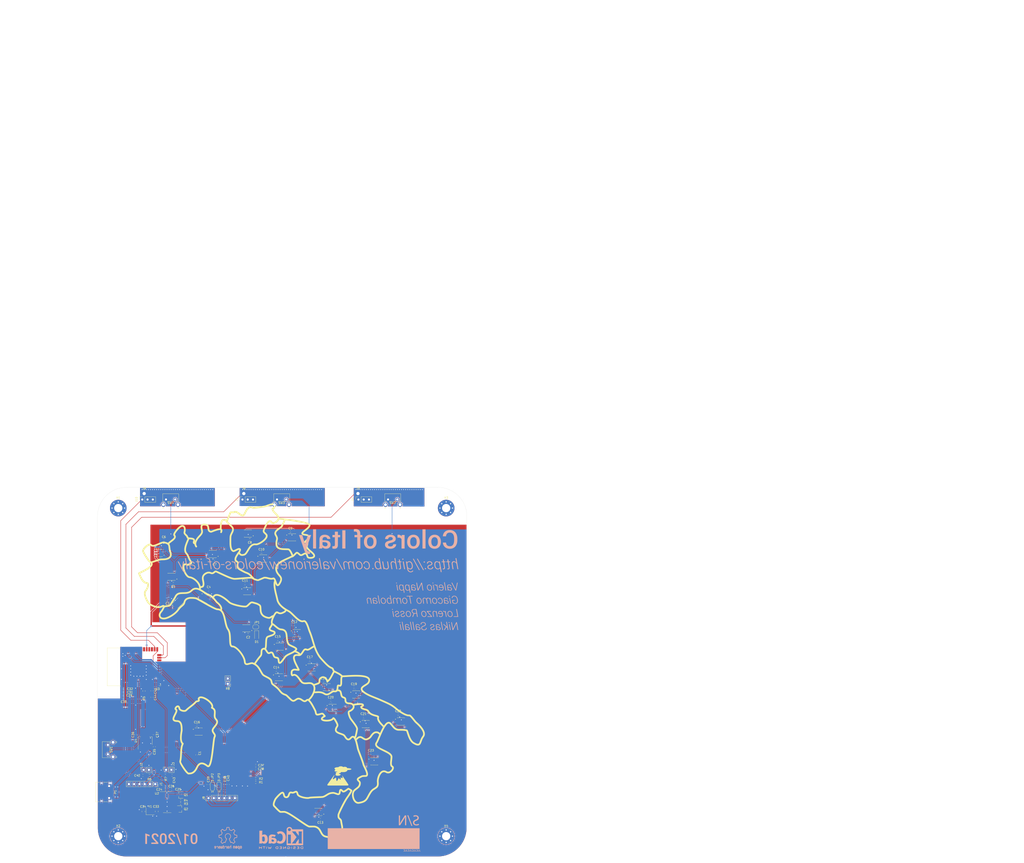
<source format=kicad_pcb>
(kicad_pcb (version 20171130) (host pcbnew "(5.1.9)-1")
  (layers (0 F.Cu signal) (31 B.Cu signal) (34 B.Paste user hide) (35 F.Paste user hide) (36 B.SilkS user) (37 F.SilkS user) (38 B.Mask user hide) (39 F.Mask user hide) (44 Edge.Cuts user))
  (net 0 "")
  (net 1 GND)
  (net 2 +5V)
  (net 3 +3V3)
  (net 4 EN)
  (net 5 BOOT0)
  (net 6 "Net-(D10-Pad4)")
  (net 7 TX)
  (net 8 RX)
  (net 9 TOUCH_+)
  (net 10 TOUCH_0)
  (net 11 TOUCH_-)
  (net 12 SDA)
  (net 13 SCL)
  (net 14 D-)
  (net 15 D+)
  (net 16 "Net-(Q1-Pad2)")
  (net 17 "Net-(Q1-Pad1)")
  (net 18 "Net-(Q2-Pad2)")
  (net 19 "Net-(Q2-Pad1)")
  (net 20 LDR)
  (net 21 WIFI_RESET)
  (net 22 "Net-(H1-Pad1)")
  (net 23 "Net-(H3-Pad1)")
  (net 24 "Net-(C33-Pad2)")
  (net 25 "Net-(C34-Pad2)")
  (net 26 "Net-(C41-Pad2)")
  (net 27 "Net-(D1-Pad1)")
  (net 28 "Net-(D2-Pad3)")
  (net 29 "Net-(D3-Pad3)")
  (net 30 "Net-(D4-Pad3)")
  (net 31 "Net-(D5-Pad3)")
  (net 32 "Net-(D6-Pad3)")
  (net 33 "Net-(D7-Pad3)")
  (net 34 "Net-(D10-Pad6)")
  (net 35 "Net-(D10-Pad3)")
  (net 36 "Net-(D11-Pad3)")
  (net 37 "Net-(D12-Pad3)")
  (net 38 "Net-(D13-Pad3)")
  (net 39 "Net-(D14-Pad3)")
  (net 40 "Net-(D15-Pad3)")
  (net 41 "Net-(D16-Pad3)")
  (net 42 "Net-(D17-Pad3)")
  (net 43 "Net-(D18-Pad3)")
  (net 44 "Net-(D19-Pad3)")
  (net 45 "Net-(D20-Pad3)")
  (net 46 "Net-(D21-Pad3)")
  (net 47 "Net-(D22-Pad3)")
  (net 48 "Net-(J8-Pad1)")
  (net 49 "Net-(J8-Pad2)")
  (net 50 LED_CHAIN)
  (module WS2813MINI:LED_WS2813-MINI (layer F.Cu) (at 182.94 72.26 180)
    (fp_text reference D8 (at -0.876 -2.4048) (layer F.SilkS) (effects (font (size 0.48 0.48) (thickness 0.015))))
    (fp_text value WS2813)
    (pad 6 smd rect (at 1.5 -1.1 180) (size 1.2 0.6) (layers F.Cu F.Paste F.Mask) (net 32 "Net-(D6-Pad3)"))
    (pad 5 smd rect (at 1.5 0 180) (size 1.2 0.6) (layers F.Cu F.Paste F.Mask) (net 1 GND))
    (pad 4 smd rect (at 1.5 1.1 180) (size 1.2 0.6) (layers F.Cu F.Paste F.Mask) (net 33 "Net-(D7-Pad3)"))
    (pad 3 smd rect (at -1.5 1.1 180) (size 1.2 0.6) (layers F.Cu F.Paste F.Mask) (net 34 "Net-(D10-Pad6)"))
    (pad 2 smd rect (at -1.5 0 180) (size 1.2 0.6) (layers F.Cu F.Paste F.Mask) (net 2 +5V))
    (pad 1 smd rect (at -1.5 -1.1 180) (size 1.2 0.6) (layers F.Cu F.Paste F.Mask) (net 2 +5V))
  )
  (module map_edges_keepout:vulcano (layer F.Cu) (at 227 189)
    (fp_text reference G*** hide)
    (fp_text value LOGO hide)
  )
  (module map_edges_keepout:back_board (layer B.Cu) (at 208.32 146.7 180)
    (fp_text reference G*** hide)
    (fp_text value LOGO hide)
  )
  (module WS2813MINI:LED_WS2813-MINI (layer F.Cu) (at 216.93 206.37 180)
    (fp_text reference D23 (at -0.876 -2.4048) (layer F.SilkS) (effects (font (size 0.48 0.48) (thickness 0.015))))
    (fp_text value WS2813)
    (pad 6 smd rect (at 1.5 -1.1 180) (size 1.2 0.6) (layers F.Cu F.Paste F.Mask) (net 46 "Net-(D21-Pad3)"))
    (pad 5 smd rect (at 1.5 0 180) (size 1.2 0.6) (layers F.Cu F.Paste F.Mask) (net 1 GND))
    (pad 4 smd rect (at 1.5 1.1 180) (size 1.2 0.6) (layers F.Cu F.Paste F.Mask) (net 47 "Net-(D22-Pad3)"))
    (pad 3 smd rect (at -1.5 1.1 180) (size 1.2 0.6) (layers F.Cu F.Paste F.Mask))
    (pad 2 smd rect (at -1.5 0 180) (size 1.2 0.6) (layers F.Cu F.Paste F.Mask) (net 2 +5V))
    (pad 1 smd rect (at -1.5 -1.1 180) (size 1.2 0.6) (layers F.Cu F.Paste F.Mask) (net 2 +5V))
  )
  (module WS2813MINI:LED_WS2813-MINI (layer F.Cu) (at 243.87 182.04)
    (fp_text reference D22 (at -0.876 -2.4048) (layer F.SilkS) (effects (font (size 0.48 0.48) (thickness 0.015))))
    (fp_text value WS2813)
    (pad 6 smd rect (at 1.5 -1.1) (size 1.2 0.6) (layers F.Cu F.Paste F.Mask) (net 45 "Net-(D20-Pad3)"))
    (pad 5 smd rect (at 1.5 0) (size 1.2 0.6) (layers F.Cu F.Paste F.Mask) (net 1 GND))
    (pad 4 smd rect (at 1.5 1.1) (size 1.2 0.6) (layers F.Cu F.Paste F.Mask) (net 46 "Net-(D21-Pad3)"))
    (pad 3 smd rect (at -1.5 1.1) (size 1.2 0.6) (layers F.Cu F.Paste F.Mask) (net 47 "Net-(D22-Pad3)"))
    (pad 2 smd rect (at -1.5 0) (size 1.2 0.6) (layers F.Cu F.Paste F.Mask) (net 2 +5V))
    (pad 1 smd rect (at -1.5 -1.1) (size 1.2 0.6) (layers F.Cu F.Paste F.Mask) (net 2 +5V))
  )
  (module WS2813MINI:LED_WS2813-MINI (layer F.Cu) (at 239.72 164.06)
    (fp_text reference D21 (at -0.876 -2.4048) (layer F.SilkS) (effects (font (size 0.48 0.48) (thickness 0.015))))
    (fp_text value WS2813)
    (pad 6 smd rect (at 1.5 -1.1) (size 1.2 0.6) (layers F.Cu F.Paste F.Mask) (net 44 "Net-(D19-Pad3)"))
    (pad 5 smd rect (at 1.5 0) (size 1.2 0.6) (layers F.Cu F.Paste F.Mask) (net 1 GND))
    (pad 4 smd rect (at 1.5 1.1) (size 1.2 0.6) (layers F.Cu F.Paste F.Mask) (net 45 "Net-(D20-Pad3)"))
    (pad 3 smd rect (at -1.5 1.1) (size 1.2 0.6) (layers F.Cu F.Paste F.Mask) (net 46 "Net-(D21-Pad3)"))
    (pad 2 smd rect (at -1.5 0) (size 1.2 0.6) (layers F.Cu F.Paste F.Mask) (net 2 +5V))
    (pad 1 smd rect (at -1.5 -1.1) (size 1.2 0.6) (layers F.Cu F.Paste F.Mask) (net 2 +5V))
  )
  (module WS2813MINI:LED_WS2813-MINI (layer F.Cu) (at 256.68 162.83)
    (fp_text reference D20 (at -0.876 -2.4048) (layer F.SilkS) (effects (font (size 0.48 0.48) (thickness 0.015))))
    (fp_text value WS2813)
    (pad 6 smd rect (at 1.5 -1.1) (size 1.2 0.6) (layers F.Cu F.Paste F.Mask) (net 43 "Net-(D18-Pad3)"))
    (pad 5 smd rect (at 1.5 0) (size 1.2 0.6) (layers F.Cu F.Paste F.Mask) (net 1 GND))
    (pad 4 smd rect (at 1.5 1.1) (size 1.2 0.6) (layers F.Cu F.Paste F.Mask) (net 44 "Net-(D19-Pad3)"))
    (pad 3 smd rect (at -1.5 1.1) (size 1.2 0.6) (layers F.Cu F.Paste F.Mask) (net 45 "Net-(D20-Pad3)"))
    (pad 2 smd rect (at -1.5 0) (size 1.2 0.6) (layers F.Cu F.Paste F.Mask) (net 2 +5V))
    (pad 1 smd rect (at -1.5 -1.1) (size 1.2 0.6) (layers F.Cu F.Paste F.Mask) (net 2 +5V))
  )
  (module WS2813MINI:LED_WS2813-MINI (layer F.Cu) (at 235.15 149.82)
    (fp_text reference D19 (at -0.876 -2.4048) (layer F.SilkS) (effects (font (size 0.48 0.48) (thickness 0.015))))
    (fp_text value WS2813)
    (pad 6 smd rect (at 1.5 -1.1) (size 1.2 0.6) (layers F.Cu F.Paste F.Mask) (net 42 "Net-(D17-Pad3)"))
    (pad 5 smd rect (at 1.5 0) (size 1.2 0.6) (layers F.Cu F.Paste F.Mask) (net 1 GND))
    (pad 4 smd rect (at 1.5 1.1) (size 1.2 0.6) (layers F.Cu F.Paste F.Mask) (net 43 "Net-(D18-Pad3)"))
    (pad 3 smd rect (at -1.5 1.1) (size 1.2 0.6) (layers F.Cu F.Paste F.Mask) (net 44 "Net-(D19-Pad3)"))
    (pad 2 smd rect (at -1.5 0) (size 1.2 0.6) (layers F.Cu F.Paste F.Mask) (net 2 +5V))
    (pad 1 smd rect (at -1.5 -1.1) (size 1.2 0.6) (layers F.Cu F.Paste F.Mask) (net 2 +5V))
  )
  (module WS2813MINI:LED_WS2813-MINI (layer F.Cu) (at 223.76 156.24)
    (fp_text reference D18 (at -0.876 -2.4048) (layer F.SilkS) (effects (font (size 0.48 0.48) (thickness 0.015))))
    (fp_text value WS2813)
    (pad 6 smd rect (at 1.5 -1.1) (size 1.2 0.6) (layers F.Cu F.Paste F.Mask) (net 41 "Net-(D16-Pad3)"))
    (pad 5 smd rect (at 1.5 0) (size 1.2 0.6) (layers F.Cu F.Paste F.Mask) (net 1 GND))
    (pad 4 smd rect (at 1.5 1.1) (size 1.2 0.6) (layers F.Cu F.Paste F.Mask) (net 42 "Net-(D17-Pad3)"))
    (pad 3 smd rect (at -1.5 1.1) (size 1.2 0.6) (layers F.Cu F.Paste F.Mask) (net 43 "Net-(D18-Pad3)"))
    (pad 2 smd rect (at -1.5 0) (size 1.2 0.6) (layers F.Cu F.Paste F.Mask) (net 2 +5V))
    (pad 1 smd rect (at -1.5 -1.1) (size 1.2 0.6) (layers F.Cu F.Paste F.Mask) (net 2 +5V))
  )
  (module WS2813MINI:LED_WS2813-MINI (layer F.Cu) (at 220.94 146.3)
    (fp_text reference D17 (at -0.876 -2.4048) (layer F.SilkS) (effects (font (size 0.48 0.48) (thickness 0.015))))
    (fp_text value WS2813)
    (pad 6 smd rect (at 1.5 -1.1) (size 1.2 0.6) (layers F.Cu F.Paste F.Mask) (net 40 "Net-(D15-Pad3)"))
    (pad 5 smd rect (at 1.5 0) (size 1.2 0.6) (layers F.Cu F.Paste F.Mask) (net 1 GND))
    (pad 4 smd rect (at 1.5 1.1) (size 1.2 0.6) (layers F.Cu F.Paste F.Mask) (net 41 "Net-(D16-Pad3)"))
    (pad 3 smd rect (at -1.5 1.1) (size 1.2 0.6) (layers F.Cu F.Paste F.Mask) (net 42 "Net-(D17-Pad3)"))
    (pad 2 smd rect (at -1.5 0) (size 1.2 0.6) (layers F.Cu F.Paste F.Mask) (net 2 +5V))
    (pad 1 smd rect (at -1.5 -1.1) (size 1.2 0.6) (layers F.Cu F.Paste F.Mask) (net 2 +5V))
  )
  (module WS2813MINI:LED_WS2813-MINI (layer F.Cu) (at 213.64 136.76)
    (fp_text reference D16 (at -0.876 -2.4048) (layer F.SilkS) (effects (font (size 0.48 0.48) (thickness 0.015))))
    (fp_text value WS2813)
    (pad 6 smd rect (at 1.5 -1.1) (size 1.2 0.6) (layers F.Cu F.Paste F.Mask) (net 39 "Net-(D14-Pad3)"))
    (pad 5 smd rect (at 1.5 0) (size 1.2 0.6) (layers F.Cu F.Paste F.Mask) (net 1 GND))
    (pad 4 smd rect (at 1.5 1.1) (size 1.2 0.6) (layers F.Cu F.Paste F.Mask) (net 40 "Net-(D15-Pad3)"))
    (pad 3 smd rect (at -1.5 1.1) (size 1.2 0.6) (layers F.Cu F.Paste F.Mask) (net 41 "Net-(D16-Pad3)"))
    (pad 2 smd rect (at -1.5 0) (size 1.2 0.6) (layers F.Cu F.Paste F.Mask) (net 2 +5V))
    (pad 1 smd rect (at -1.5 -1.1) (size 1.2 0.6) (layers F.Cu F.Paste F.Mask) (net 2 +5V))
  )
  (module WS2813MINI:LED_WS2813-MINI (layer F.Cu) (at 159.27 167.68)
    (fp_text reference D15 (at -0.876 -2.4048) (layer F.SilkS) (effects (font (size 0.48 0.48) (thickness 0.015))))
    (fp_text value WS2813)
    (pad 6 smd rect (at 1.5 -1.1) (size 1.2 0.6) (layers F.Cu F.Paste F.Mask) (net 38 "Net-(D13-Pad3)"))
    (pad 5 smd rect (at 1.5 0) (size 1.2 0.6) (layers F.Cu F.Paste F.Mask) (net 1 GND))
    (pad 4 smd rect (at 1.5 1.1) (size 1.2 0.6) (layers F.Cu F.Paste F.Mask) (net 39 "Net-(D14-Pad3)"))
    (pad 3 smd rect (at -1.5 1.1) (size 1.2 0.6) (layers F.Cu F.Paste F.Mask) (net 40 "Net-(D15-Pad3)"))
    (pad 2 smd rect (at -1.5 0) (size 1.2 0.6) (layers F.Cu F.Paste F.Mask) (net 2 +5V))
    (pad 1 smd rect (at -1.5 -1.1) (size 1.2 0.6) (layers F.Cu F.Paste F.Mask) (net 2 +5V))
  )
  (module WS2813MINI:LED_WS2813-MINI (layer F.Cu) (at 197.9 141.5)
    (fp_text reference D14 (at -0.876 -2.4048) (layer F.SilkS) (effects (font (size 0.48 0.48) (thickness 0.015))))
    (fp_text value WS2813)
    (pad 6 smd rect (at 1.5 -1.1) (size 1.2 0.6) (layers F.Cu F.Paste F.Mask) (net 37 "Net-(D12-Pad3)"))
    (pad 5 smd rect (at 1.5 0) (size 1.2 0.6) (layers F.Cu F.Paste F.Mask) (net 1 GND))
    (pad 4 smd rect (at 1.5 1.1) (size 1.2 0.6) (layers F.Cu F.Paste F.Mask) (net 38 "Net-(D13-Pad3)"))
    (pad 3 smd rect (at -1.5 1.1) (size 1.2 0.6) (layers F.Cu F.Paste F.Mask) (net 39 "Net-(D14-Pad3)"))
    (pad 2 smd rect (at -1.5 0) (size 1.2 0.6) (layers F.Cu F.Paste F.Mask) (net 2 +5V))
    (pad 1 smd rect (at -1.5 -1.1) (size 1.2 0.6) (layers F.Cu F.Paste F.Mask) (net 2 +5V))
  )
  (module WS2813MINI:LED_WS2813-MINI (layer F.Cu) (at 198.29 126.77)
    (fp_text reference D13 (at -0.876 -2.4048) (layer F.SilkS) (effects (font (size 0.48 0.48) (thickness 0.015))))
    (fp_text value WS2813)
    (pad 6 smd rect (at 1.5 -1.1) (size 1.2 0.6) (layers F.Cu F.Paste F.Mask) (net 36 "Net-(D11-Pad3)"))
    (pad 5 smd rect (at 1.5 0) (size 1.2 0.6) (layers F.Cu F.Paste F.Mask) (net 1 GND))
    (pad 4 smd rect (at 1.5 1.1) (size 1.2 0.6) (layers F.Cu F.Paste F.Mask) (net 37 "Net-(D12-Pad3)"))
    (pad 3 smd rect (at -1.5 1.1) (size 1.2 0.6) (layers F.Cu F.Paste F.Mask) (net 38 "Net-(D13-Pad3)"))
    (pad 2 smd rect (at -1.5 0) (size 1.2 0.6) (layers F.Cu F.Paste F.Mask) (net 2 +5V))
    (pad 1 smd rect (at -1.5 -1.1) (size 1.2 0.6) (layers F.Cu F.Paste F.Mask) (net 2 +5V))
  )
  (module WS2813MINI:LED_WS2813-MINI (layer F.Cu) (at 206.52 120.24)
    (fp_text reference D12 (at -0.876 -2.4048) (layer F.SilkS) (effects (font (size 0.48 0.48) (thickness 0.015))))
    (fp_text value WS2813)
    (pad 6 smd rect (at 1.5 -1.1) (size 1.2 0.6) (layers F.Cu F.Paste F.Mask) (net 35 "Net-(D10-Pad3)"))
    (pad 5 smd rect (at 1.5 0) (size 1.2 0.6) (layers F.Cu F.Paste F.Mask) (net 1 GND))
    (pad 4 smd rect (at 1.5 1.1) (size 1.2 0.6) (layers F.Cu F.Paste F.Mask) (net 36 "Net-(D11-Pad3)"))
    (pad 3 smd rect (at -1.5 1.1) (size 1.2 0.6) (layers F.Cu F.Paste F.Mask) (net 37 "Net-(D12-Pad3)"))
    (pad 2 smd rect (at -1.5 0) (size 1.2 0.6) (layers F.Cu F.Paste F.Mask) (net 2 +5V))
    (pad 1 smd rect (at -1.5 -1.1) (size 1.2 0.6) (layers F.Cu F.Paste F.Mask) (net 2 +5V))
  )
  (module WS2813MINI:LED_WS2813-MINI (layer F.Cu) (at 182.6 100.07)
    (fp_text reference D11 (at -0.876 -2.4048) (layer F.SilkS) (effects (font (size 0.48 0.48) (thickness 0.015))))
    (fp_text value WS2813)
    (pad 6 smd rect (at 1.5 -1.1) (size 1.2 0.6) (layers F.Cu F.Paste F.Mask) (net 6 "Net-(D10-Pad4)"))
    (pad 5 smd rect (at 1.5 0) (size 1.2 0.6) (layers F.Cu F.Paste F.Mask) (net 1 GND))
    (pad 4 smd rect (at 1.5 1.1) (size 1.2 0.6) (layers F.Cu F.Paste F.Mask) (net 35 "Net-(D10-Pad3)"))
    (pad 3 smd rect (at -1.5 1.1) (size 1.2 0.6) (layers F.Cu F.Paste F.Mask) (net 36 "Net-(D11-Pad3)"))
    (pad 2 smd rect (at -1.5 0) (size 1.2 0.6) (layers F.Cu F.Paste F.Mask) (net 2 +5V))
    (pad 1 smd rect (at -1.5 -1.1) (size 1.2 0.6) (layers F.Cu F.Paste F.Mask) (net 2 +5V))
  )
  (module WS2813MINI:LED_WS2813-MINI (layer F.Cu) (at 190.35 84.31)
    (fp_text reference D10 (at -0.876 -2.4048) (layer F.SilkS) (effects (font (size 0.48 0.48) (thickness 0.015))))
    (fp_text value WS2813)
    (pad 6 smd rect (at 1.5 -1.1) (size 1.2 0.6) (layers F.Cu F.Paste F.Mask) (net 34 "Net-(D10-Pad6)"))
    (pad 5 smd rect (at 1.5 0) (size 1.2 0.6) (layers F.Cu F.Paste F.Mask) (net 1 GND))
    (pad 4 smd rect (at 1.5 1.1) (size 1.2 0.6) (layers F.Cu F.Paste F.Mask) (net 6 "Net-(D10-Pad4)"))
    (pad 3 smd rect (at -1.5 1.1) (size 1.2 0.6) (layers F.Cu F.Paste F.Mask) (net 35 "Net-(D10-Pad3)"))
    (pad 2 smd rect (at -1.5 0) (size 1.2 0.6) (layers F.Cu F.Paste F.Mask) (net 2 +5V))
    (pad 1 smd rect (at -1.5 -1.1) (size 1.2 0.6) (layers F.Cu F.Paste F.Mask) (net 2 +5V))
  )
  (module WS2813MINI:LED_WS2813-MINI (layer F.Cu) (at 204.29 74.09)
    (fp_text reference D9 (at -0.876 -2.4048) (layer F.SilkS) (effects (font (size 0.48 0.48) (thickness 0.015))))
    (fp_text value WS2813)
    (pad 6 smd rect (at 1.5 -1.1) (size 1.2 0.6) (layers F.Cu F.Paste F.Mask) (net 33 "Net-(D7-Pad3)"))
    (pad 5 smd rect (at 1.5 0) (size 1.2 0.6) (layers F.Cu F.Paste F.Mask) (net 1 GND))
    (pad 4 smd rect (at 1.5 1.1) (size 1.2 0.6) (layers F.Cu F.Paste F.Mask) (net 34 "Net-(D10-Pad6)"))
    (pad 3 smd rect (at -1.5 1.1) (size 1.2 0.6) (layers F.Cu F.Paste F.Mask) (net 6 "Net-(D10-Pad4)"))
    (pad 2 smd rect (at -1.5 0) (size 1.2 0.6) (layers F.Cu F.Paste F.Mask) (net 2 +5V))
    (pad 1 smd rect (at -1.5 -1.1) (size 1.2 0.6) (layers F.Cu F.Paste F.Mask) (net 2 +5V))
  )
  (module WS2813MINI:LED_WS2813-MINI (layer F.Cu) (at 166.03 82.14 180)
    (fp_text reference D7 (at -0.876 -2.4048) (layer F.SilkS) (effects (font (size 0.48 0.48) (thickness 0.015))))
    (fp_text value WS2813)
    (pad 6 smd rect (at 1.5 -1.1 180) (size 1.2 0.6) (layers F.Cu F.Paste F.Mask) (net 31 "Net-(D5-Pad3)"))
    (pad 5 smd rect (at 1.5 0 180) (size 1.2 0.6) (layers F.Cu F.Paste F.Mask) (net 1 GND))
    (pad 4 smd rect (at 1.5 1.1 180) (size 1.2 0.6) (layers F.Cu F.Paste F.Mask) (net 32 "Net-(D6-Pad3)"))
    (pad 3 smd rect (at -1.5 1.1 180) (size 1.2 0.6) (layers F.Cu F.Paste F.Mask) (net 33 "Net-(D7-Pad3)"))
    (pad 2 smd rect (at -1.5 0 180) (size 1.2 0.6) (layers F.Cu F.Paste F.Mask) (net 2 +5V))
    (pad 1 smd rect (at -1.5 -1.1 180) (size 1.2 0.6) (layers F.Cu F.Paste F.Mask) (net 2 +5V))
  )
  (module WS2813MINI:LED_WS2813-MINI (layer F.Cu) (at 139.98 81.62 180)
    (fp_text reference D6 (at -0.876 -2.4048) (layer F.SilkS) (effects (font (size 0.48 0.48) (thickness 0.015))))
    (fp_text value WS2813)
    (pad 6 smd rect (at 1.5 -1.1 180) (size 1.2 0.6) (layers F.Cu F.Paste F.Mask) (net 30 "Net-(D4-Pad3)"))
    (pad 5 smd rect (at 1.5 0 180) (size 1.2 0.6) (layers F.Cu F.Paste F.Mask) (net 1 GND))
    (pad 4 smd rect (at 1.5 1.1 180) (size 1.2 0.6) (layers F.Cu F.Paste F.Mask) (net 31 "Net-(D5-Pad3)"))
    (pad 3 smd rect (at -1.5 1.1 180) (size 1.2 0.6) (layers F.Cu F.Paste F.Mask) (net 32 "Net-(D6-Pad3)"))
    (pad 2 smd rect (at -1.5 0 180) (size 1.2 0.6) (layers F.Cu F.Paste F.Mask) (net 2 +5V))
    (pad 1 smd rect (at -1.5 -1.1 180) (size 1.2 0.6) (layers F.Cu F.Paste F.Mask) (net 2 +5V))
  )
  (module WS2813MINI:LED_WS2813-MINI (layer F.Cu) (at 146.15 93.11 180)
    (fp_text reference D5 (at -0.876 -2.4048) (layer F.SilkS) (effects (font (size 0.48 0.48) (thickness 0.015))))
    (fp_text value WS2813)
    (pad 6 smd rect (at 1.5 -1.1 180) (size 1.2 0.6) (layers F.Cu F.Paste F.Mask) (net 29 "Net-(D3-Pad3)"))
    (pad 5 smd rect (at 1.5 0 180) (size 1.2 0.6) (layers F.Cu F.Paste F.Mask) (net 1 GND))
    (pad 4 smd rect (at 1.5 1.1 180) (size 1.2 0.6) (layers F.Cu F.Paste F.Mask) (net 30 "Net-(D4-Pad3)"))
    (pad 3 smd rect (at -1.5 1.1 180) (size 1.2 0.6) (layers F.Cu F.Paste F.Mask) (net 31 "Net-(D5-Pad3)"))
    (pad 2 smd rect (at -1.5 0 180) (size 1.2 0.6) (layers F.Cu F.Paste F.Mask) (net 2 +5V))
    (pad 1 smd rect (at -1.5 -1.1 180) (size 1.2 0.6) (layers F.Cu F.Paste F.Mask) (net 2 +5V))
  )
  (module WS2813MINI:LED_WS2813-MINI (layer F.Cu) (at 162.61 103.54 330)
    (fp_text reference D4 (at -0.876 -2.4048 150) (layer F.SilkS) (effects (font (size 0.48 0.48) (thickness 0.015))))
    (fp_text value WS2813)
    (pad 6 smd rect (at 1.5 -1.1 330) (size 1.2 0.6) (layers F.Cu F.Paste F.Mask) (net 28 "Net-(D2-Pad3)"))
    (pad 5 smd rect (at 1.5 0 330) (size 1.2 0.6) (layers F.Cu F.Paste F.Mask) (net 1 GND))
    (pad 4 smd rect (at 1.5 1.1 330) (size 1.2 0.6) (layers F.Cu F.Paste F.Mask) (net 29 "Net-(D3-Pad3)"))
    (pad 3 smd rect (at -1.5 1.1 330) (size 1.2 0.6) (layers F.Cu F.Paste F.Mask) (net 30 "Net-(D4-Pad3)"))
    (pad 2 smd rect (at -1.5 0 330) (size 1.2 0.6) (layers F.Cu F.Paste F.Mask) (net 2 +5V))
    (pad 1 smd rect (at -1.5 -1.1 330) (size 1.2 0.6) (layers F.Cu F.Paste F.Mask) (net 2 +5V))
  )
  (module WS2813MINI:LED_WS2813-MINI (layer F.Cu) (at 149.25 105.73 45)
    (fp_text reference D3 (at -0.876 -2.4048 45) (layer F.SilkS) (effects (font (size 0.48 0.48) (thickness 0.015))))
    (fp_text value WS2813)
    (pad 6 smd rect (at 1.5 -1.1 45) (size 1.2 0.6) (layers F.Cu F.Paste F.Mask) (net 50 LED_CHAIN))
    (pad 5 smd rect (at 1.5 0 45) (size 1.2 0.6) (layers F.Cu F.Paste F.Mask) (net 1 GND))
    (pad 4 smd rect (at 1.5 1.1 45) (size 1.2 0.6) (layers F.Cu F.Paste F.Mask) (net 28 "Net-(D2-Pad3)"))
    (pad 3 smd rect (at -1.5 1.1 45) (size 1.2 0.6) (layers F.Cu F.Paste F.Mask) (net 29 "Net-(D3-Pad3)"))
    (pad 2 smd rect (at -1.5 0 45) (size 1.2 0.6) (layers F.Cu F.Paste F.Mask) (net 2 +5V))
    (pad 1 smd rect (at -1.5 -1.1 45) (size 1.2 0.6) (layers F.Cu F.Paste F.Mask) (net 2 +5V))
  )
  (module WS2813MINI:LED_WS2813-MINI (layer F.Cu) (at 182.23 117.9 180)
    (fp_text reference D2 (at -0.876 -2.4048) (layer F.SilkS) (effects (font (size 0.48 0.48) (thickness 0.015))))
    (fp_text value WS2813)
    (pad 6 smd rect (at 1.5 -1.1 180) (size 1.2 0.6) (layers F.Cu F.Paste F.Mask) (net 1 GND))
    (pad 5 smd rect (at 1.5 0 180) (size 1.2 0.6) (layers F.Cu F.Paste F.Mask) (net 1 GND))
    (pad 4 smd rect (at 1.5 1.1 180) (size 1.2 0.6) (layers F.Cu F.Paste F.Mask) (net 50 LED_CHAIN))
    (pad 3 smd rect (at -1.5 1.1 180) (size 1.2 0.6) (layers F.Cu F.Paste F.Mask) (net 28 "Net-(D2-Pad3)"))
    (pad 2 smd rect (at -1.5 0 180) (size 1.2 0.6) (layers F.Cu F.Paste F.Mask) (net 27 "Net-(D1-Pad1)"))
    (pad 1 smd rect (at -1.5 -1.1 180) (size 1.2 0.6) (layers F.Cu F.Paste F.Mask) (net 27 "Net-(D1-Pad1)"))
  )
  (module Jumper:SolderJumper-2_P1.3mm_Bridged_RoundedPad1.0x1.5mm (layer F.Cu) (at 186.75 117.27 180)
    (fp_text reference JP1 (at -0.51 2.22) (layer F.SilkS))
    (fp_text value Jumper)
    (fp_poly (pts (xy 0.25 -0.3) (xy -0.25 -0.3) (xy -0.25 0.3) (xy 0.25 0.3)) (layer F.Cu) (width 0))
    (pad 1 smd custom (at -0.65 0 180) (size 1 0.5) (layers F.Cu F.Mask) (net 2 +5V) (options (clearance outline) (anchor rect)) (primitives (gr_circle (center 0 0.25) (end 0.5 0.25) (width 0)) (gr_circle (center 0 -0.25) (end 0.5 -0.25) (width 0)) (gr_poly (pts (xy 0 -0.75) (xy 0.5 -0.75) (xy 0.5 0.75) (xy 0 0.75)) (width 0))))
    (pad 2 smd custom (at 0.65 0 180) (size 1 0.5) (layers F.Cu F.Mask) (net 27 "Net-(D1-Pad1)") (options (clearance outline) (anchor rect)) (primitives (gr_circle (center 0 0.25) (end 0.5 0.25) (width 0)) (gr_circle (center 0 -0.25) (end 0.5 -0.25) (width 0)) (gr_poly (pts (xy 0 -0.75) (xy -0.5 -0.75) (xy -0.5 0.75) (xy 0 0.75)) (width 0))))
  )
  (module Diode_SMD:D_SOD-123 (layer F.Cu) (at 187.17 121.27 270)
    (fp_text reference D1 (at 3.16 -0.03 180) (layer F.SilkS))
    (fp_text value 1N4148W)
    (pad 2 smd rect (at 1.65 0 270) (size 0.9 1.2) (layers F.Cu F.Paste F.Mask) (net 2 +5V))
    (pad 1 smd rect (at -1.65 0 270) (size 0.9 1.2) (layers F.Cu F.Paste F.Mask) (net 27 "Net-(D1-Pad1)"))
  )
  (module Capacitor_SMD:C_0603_1608Metric (layer F.Cu) (at 242.27 178.17)
    (fp_text reference C23 (at 0 -1.43) (layer F.SilkS))
    (fp_text value 100n)
    (pad 2 smd roundrect (at 0.775 0) (size 0.9 0.95) (layers F.Cu F.Paste F.Mask) (net 1 GND))
    (pad 1 smd roundrect (at -0.775 0) (size 0.9 0.95) (layers F.Cu F.Paste F.Mask) (net 2 +5V))
  )
  (module Capacitor_SMD:C_0603_1608Metric (layer F.Cu) (at 255.33 159.21)
    (fp_text reference C22 (at 0 -1.43) (layer F.SilkS))
    (fp_text value 100n)
    (pad 2 smd roundrect (at 0.775 0) (size 0.9 0.95) (layers F.Cu F.Paste F.Mask) (net 1 GND))
    (pad 1 smd roundrect (at -0.775 0) (size 0.9 0.95) (layers F.Cu F.Paste F.Mask) (net 2 +5V))
  )
  (module Capacitor_SMD:C_0603_1608Metric (layer F.Cu) (at 238.66 160.54)
    (fp_text reference C21 (at 0 -1.43) (layer F.SilkS))
    (fp_text value 100n)
    (pad 2 smd roundrect (at 0.775 0) (size 0.9 0.95) (layers F.Cu F.Paste F.Mask) (net 1 GND))
    (pad 1 smd roundrect (at -0.775 0) (size 0.9 0.95) (layers F.Cu F.Paste F.Mask) (net 2 +5V))
  )
  (module Capacitor_SMD:C_0603_1608Metric (layer F.Cu) (at 222.89 152.56)
    (fp_text reference C20 (at 0 -1.43) (layer F.SilkS))
    (fp_text value 100n)
    (pad 2 smd roundrect (at 0.775 0) (size 0.9 0.95) (layers F.Cu F.Paste F.Mask) (net 1 GND))
    (pad 1 smd roundrect (at -0.775 0) (size 0.9 0.95) (layers F.Cu F.Paste F.Mask) (net 2 +5V))
  )
  (module Capacitor_SMD:C_0603_1608Metric (layer F.Cu) (at 234.05 146.2)
    (fp_text reference C19 (at 0 -1.43) (layer F.SilkS))
    (fp_text value 100n)
    (pad 2 smd roundrect (at 0.775 0) (size 0.9 0.95) (layers F.Cu F.Paste F.Mask) (net 1 GND))
    (pad 1 smd roundrect (at -0.775 0) (size 0.9 0.95) (layers F.Cu F.Paste F.Mask) (net 2 +5V))
  )
  (module Capacitor_SMD:C_0603_1608Metric (layer F.Cu) (at 219.4 143.46)
    (fp_text reference C18 (at 0 -1.43) (layer F.SilkS))
    (fp_text value 100n)
    (pad 2 smd roundrect (at 0.775 0) (size 0.9 0.95) (layers F.Cu F.Paste F.Mask) (net 1 GND))
    (pad 1 smd roundrect (at -0.775 0) (size 0.9 0.95) (layers F.Cu F.Paste F.Mask) (net 2 +5V))
  )
  (module Capacitor_SMD:C_0603_1608Metric (layer F.Cu) (at 212.8 133.17)
    (fp_text reference C17 (at 0 -1.43) (layer F.SilkS))
    (fp_text value 100n)
    (pad 2 smd roundrect (at 0.775 0) (size 0.9 0.95) (layers F.Cu F.Paste F.Mask) (net 1 GND))
    (pad 1 smd roundrect (at -0.775 0) (size 0.9 0.95) (layers F.Cu F.Paste F.Mask) (net 2 +5V))
  )
  (module Capacitor_SMD:C_0603_1608Metric (layer F.Cu) (at 158.42 164.57)
    (fp_text reference C16 (at 0 -1.43) (layer F.SilkS))
    (fp_text value 100n)
    (pad 2 smd roundrect (at 0.775 0) (size 0.9 0.95) (layers F.Cu F.Paste F.Mask) (net 1 GND))
    (pad 1 smd roundrect (at -0.775 0) (size 0.9 0.95) (layers F.Cu F.Paste F.Mask) (net 2 +5V))
  )
  (module Capacitor_SMD:C_0603_1608Metric (layer F.Cu) (at 197.37 123.3)
    (fp_text reference C15 (at 0 -1.43) (layer F.SilkS))
    (fp_text value 100n)
    (pad 2 smd roundrect (at 0.775 0) (size 0.9 0.95) (layers F.Cu F.Paste F.Mask) (net 1 GND))
    (pad 1 smd roundrect (at -0.775 0) (size 0.9 0.95) (layers F.Cu F.Paste F.Mask) (net 2 +5V))
  )
  (module Capacitor_SMD:C_0603_1608Metric (layer F.Cu) (at 196.66 138.17)
    (fp_text reference C14 (at 0 -1.43) (layer F.SilkS))
    (fp_text value 100n)
    (pad 2 smd roundrect (at 0.775 0) (size 0.9 0.95) (layers F.Cu F.Paste F.Mask) (net 1 GND))
    (pad 1 smd roundrect (at -0.775 0) (size 0.9 0.95) (layers F.Cu F.Paste F.Mask) (net 2 +5V))
  )
  (module Capacitor_SMD:C_0603_1608Metric (layer F.Cu) (at 217.89 210.08 180)
    (fp_text reference C13 (at 0 -1.43) (layer F.SilkS))
    (fp_text value 100n)
    (pad 2 smd roundrect (at 0.775 0 180) (size 0.9 0.95) (layers F.Cu F.Paste F.Mask) (net 1 GND))
    (pad 1 smd roundrect (at -0.775 0 180) (size 0.9 0.95) (layers F.Cu F.Paste F.Mask) (net 2 +5V))
  )
  (module Capacitor_SMD:C_0603_1608Metric (layer F.Cu) (at 205.36 116.22)
    (fp_text reference C12 (at 0 -1.43) (layer F.SilkS))
    (fp_text value 100n)
    (pad 2 smd roundrect (at 0.775 0) (size 0.9 0.95) (layers F.Cu F.Paste F.Mask) (net 1 GND))
    (pad 1 smd roundrect (at -0.775 0) (size 0.9 0.95) (layers F.Cu F.Paste F.Mask) (net 2 +5V))
  )
  (module Capacitor_SMD:C_0603_1608Metric (layer F.Cu) (at 181.57 96.32)
    (fp_text reference C11 (at 0 -1.43) (layer F.SilkS))
    (fp_text value 100n)
    (pad 2 smd roundrect (at 0.775 0) (size 0.9 0.95) (layers F.Cu F.Paste F.Mask) (net 1 GND))
    (pad 1 smd roundrect (at -0.775 0) (size 0.9 0.95) (layers F.Cu F.Paste F.Mask) (net 2 +5V))
  )
  (module Capacitor_SMD:C_0603_1608Metric (layer F.Cu) (at 189.51 81.32)
    (fp_text reference C10 (at 0 -1.43) (layer F.SilkS))
    (fp_text value 100n)
    (pad 2 smd roundrect (at 0.775 0) (size 0.9 0.95) (layers F.Cu F.Paste F.Mask) (net 1 GND))
    (pad 1 smd roundrect (at -0.775 0) (size 0.9 0.95) (layers F.Cu F.Paste F.Mask) (net 2 +5V))
  )
  (module Capacitor_SMD:C_0603_1608Metric (layer F.Cu) (at 203.42 71.18)
    (fp_text reference C9 (at 0 -1.43) (layer F.SilkS))
    (fp_text value 100n)
    (pad 2 smd roundrect (at 0.775 0) (size 0.9 0.95) (layers F.Cu F.Paste F.Mask) (net 1 GND))
    (pad 1 smd roundrect (at -0.775 0) (size 0.9 0.95) (layers F.Cu F.Paste F.Mask) (net 2 +5V))
  )
  (module Capacitor_SMD:C_0603_1608Metric (layer F.Cu) (at 183.9 75.18 180)
    (fp_text reference C8 (at 0 -1.43) (layer F.SilkS))
    (fp_text value 100n)
    (pad 2 smd roundrect (at 0.775 0 180) (size 0.9 0.95) (layers F.Cu F.Paste F.Mask) (net 1 GND))
    (pad 1 smd roundrect (at -0.775 0 180) (size 0.9 0.95) (layers F.Cu F.Paste F.Mask) (net 2 +5V))
  )
  (module Capacitor_SMD:C_0603_1608Metric (layer F.Cu) (at 166.91 85.75 180)
    (fp_text reference C7 (at 0 -1.43) (layer F.SilkS))
    (fp_text value 100n)
    (pad 2 smd roundrect (at 0.775 0 180) (size 0.9 0.95) (layers F.Cu F.Paste F.Mask) (net 1 GND))
    (pad 1 smd roundrect (at -0.775 0 180) (size 0.9 0.95) (layers F.Cu F.Paste F.Mask) (net 2 +5V))
  )
  (module Capacitor_SMD:C_0603_1608Metric (layer F.Cu) (at 142.49 75.35)
    (fp_text reference C6 (at 0 -1.43) (layer F.SilkS))
    (fp_text value 100n)
    (pad 2 smd roundrect (at 0.775 0) (size 0.9 0.95) (layers F.Cu F.Paste F.Mask) (net 1 GND))
    (pad 1 smd roundrect (at -0.775 0) (size 0.9 0.95) (layers F.Cu F.Paste F.Mask) (net 2 +5V))
  )
  (module Capacitor_SMD:C_0603_1608Metric (layer F.Cu) (at 147.03 96.41 180)
    (fp_text reference C5 (at 0 -1.43) (layer F.SilkS))
    (fp_text value 100n)
    (pad 2 smd roundrect (at 0.775 0 180) (size 0.9 0.95) (layers F.Cu F.Paste F.Mask) (net 1 GND))
    (pad 1 smd roundrect (at -0.775 0 180) (size 0.9 0.95) (layers F.Cu F.Paste F.Mask) (net 2 +5V))
  )
  (module Capacitor_SMD:C_0603_1608Metric (layer F.Cu) (at 164.085 99.45)
    (fp_text reference C4 (at 0 -1.43) (layer F.SilkS))
    (fp_text value 100n)
    (pad 2 smd roundrect (at 0.775 0) (size 0.9 0.95) (layers F.Cu F.Paste F.Mask) (net 1 GND))
    (pad 1 smd roundrect (at -0.775 0) (size 0.9 0.95) (layers F.Cu F.Paste F.Mask) (net 2 +5V))
  )
  (module Capacitor_SMD:C_0603_1608Metric (layer F.Cu) (at 144.24 104.58 180)
    (fp_text reference C3 (at 0 -1.43) (layer F.SilkS))
    (fp_text value 100n)
    (pad 2 smd roundrect (at 0.775 0 180) (size 0.9 0.95) (layers F.Cu F.Paste F.Mask) (net 1 GND))
    (pad 1 smd roundrect (at -0.775 0 180) (size 0.9 0.95) (layers F.Cu F.Paste F.Mask) (net 2 +5V))
  )
  (module Package_LGA:Bosch_LGA-8_2.5x2.5mm_P0.65mm_ClockwisePinNumbering (layer B.Cu) (at 186.5 187.99 90)
    (fp_text reference U1 (at 0.015 2.465 270) (layer B.SilkS) (effects (justify mirror)))
    (fp_text value BME280)
    (pad 5 smd rect (at 0.975 -1.025) (size 0.5 0.35) (layers B.Cu B.Paste B.Mask) (net 3 +3V3))
    (pad 6 smd rect (at 0.325 -1.025) (size 0.5 0.35) (layers B.Cu B.Paste B.Mask) (net 3 +3V3))
    (pad 7 smd rect (at -0.325 -1.025) (size 0.5 0.35) (layers B.Cu B.Paste B.Mask) (net 1 GND))
    (pad 8 smd rect (at -0.975 -1.025) (size 0.5 0.35) (layers B.Cu B.Paste B.Mask) (net 3 +3V3))
    (pad 1 smd rect (at -0.975 1.025) (size 0.5 0.35) (layers B.Cu B.Paste B.Mask) (net 1 GND))
    (pad 2 smd rect (at -0.325 1.025) (size 0.5 0.35) (layers B.Cu B.Paste B.Mask) (net 3 +3V3))
    (pad 3 smd rect (at 0.325 1.025) (size 0.5 0.35) (layers B.Cu B.Paste B.Mask) (net 12 SDA))
    (pad 4 smd rect (at 0.975 1.025) (size 0.5 0.35) (layers B.Cu B.Paste B.Mask) (net 13 SCL))
  )
  (module map_edges_keepout:just_italy (layer F.Cu) (at 199.17 139)
    (fp_text reference G*** hide)
    (fp_text value LOGO hide)
  )
  (module Connector_PinSocket_2.54mm:PinSocket_1x03_P2.54mm_Vertical (layer F.Cu) (at 132.08 55.88 90)
    (fp_text reference J10 (at 0 -2.77 90) (layer F.SilkS))
    (fp_text value Conn_01x03_Female)
    (pad 3 thru_hole oval (at 0 5.08 90) (size 1.7 1.7) (drill 1) (layers *.Cu *.Mask) (net 11 TOUCH_-))
    (pad 2 thru_hole oval (at 0 2.54 90) (size 1.7 1.7) (drill 1) (layers *.Cu *.Mask) (net 11 TOUCH_-))
    (pad 1 thru_hole rect (at 0 0 90) (size 1.7 1.7) (drill 1) (layers *.Cu *.Mask) (net 11 TOUCH_-))
  )
  (module Connector_PinSocket_2.54mm:PinSocket_1x03_P2.54mm_Vertical (layer F.Cu) (at 180.34 55.88 90)
    (fp_text reference J7 (at 0 -2.77 90) (layer F.SilkS))
    (fp_text value Conn_01x03_Female)
    (pad 3 thru_hole oval (at 0 5.08 90) (size 1.7 1.7) (drill 1) (layers *.Cu *.Mask) (net 10 TOUCH_0))
    (pad 2 thru_hole oval (at 0 2.54 90) (size 1.7 1.7) (drill 1) (layers *.Cu *.Mask) (net 10 TOUCH_0))
    (pad 1 thru_hole rect (at 0 0 90) (size 1.7 1.7) (drill 1) (layers *.Cu *.Mask) (net 10 TOUCH_0))
  )
  (module Connector_PinSocket_2.54mm:PinSocket_1x03_P2.54mm_Vertical (layer F.Cu) (at 236.22 55.88 90)
    (fp_text reference J4 (at 0 -2.77 90) (layer F.SilkS))
    (fp_text value Conn_01x03_Female)
    (pad 1 thru_hole rect (at 0 0 90) (size 1.7 1.7) (drill 1) (layers *.Cu *.Mask) (net 9 TOUCH_+))
    (pad 2 thru_hole oval (at 0 2.54 90) (size 1.7 1.7) (drill 1) (layers *.Cu *.Mask) (net 9 TOUCH_+))
    (pad 3 thru_hole oval (at 0 5.08 90) (size 1.7 1.7) (drill 1) (layers *.Cu *.Mask) (net 9 TOUCH_+))
  )
  (module Capacitor_SMD:C_0603_1608Metric (layer F.Cu) (at 136.76 151.14 270)
    (fp_text reference C44 (at 0.08 -1.61 90) (layer F.SilkS))
    (fp_text value 10u)
    (pad 2 smd roundrect (at 0.775 0 270) (size 0.9 0.95) (layers F.Cu F.Paste F.Mask) (net 1 GND))
    (pad 1 smd roundrect (at -0.775 0 270) (size 0.9 0.95) (layers F.Cu F.Paste F.Mask) (net 26 "Net-(C41-Pad2)"))
  )
  (module Capacitor_SMD:C_0603_1608Metric (layer F.Cu) (at 136.76 148.04 270)
    (fp_text reference C41 (at 0.07 -1.65 90) (layer F.SilkS))
    (fp_text value 10u)
    (pad 2 smd roundrect (at 0.775 0 270) (size 0.9 0.95) (layers F.Cu F.Paste F.Mask) (net 26 "Net-(C41-Pad2)"))
    (pad 1 smd roundrect (at -0.775 0 270) (size 0.9 0.95) (layers F.Cu F.Paste F.Mask) (net 20 LDR))
  )
  (module MountingHole:MountingHole_4mm_Pad_Via (layer F.Cu) (at 278.5 218.07)
    (fp_text reference H4 (at 0 -5) (layer F.SilkS))
    (fp_text value MountingHole_Pad)
    (pad 1 thru_hole circle (at 2.12132 -2.12132) (size 0.9 0.9) (drill 0.6) (layers *.Cu *.Mask) (net 1 GND))
    (pad 1 thru_hole circle (at 0 -3) (size 0.9 0.9) (drill 0.6) (layers *.Cu *.Mask) (net 1 GND))
    (pad 1 thru_hole circle (at -2.12132 -2.12132) (size 0.9 0.9) (drill 0.6) (layers *.Cu *.Mask) (net 1 GND))
    (pad 1 thru_hole circle (at -3 0) (size 0.9 0.9) (drill 0.6) (layers *.Cu *.Mask) (net 1 GND))
    (pad 1 thru_hole circle (at -2.12132 2.12132) (size 0.9 0.9) (drill 0.6) (layers *.Cu *.Mask) (net 1 GND))
    (pad 1 thru_hole circle (at 0 3) (size 0.9 0.9) (drill 0.6) (layers *.Cu *.Mask) (net 1 GND))
    (pad 1 thru_hole circle (at 2.12132 2.12132) (size 0.9 0.9) (drill 0.6) (layers *.Cu *.Mask) (net 1 GND))
    (pad 1 thru_hole circle (at 3 0) (size 0.9 0.9) (drill 0.6) (layers *.Cu *.Mask) (net 1 GND))
    (pad 1 thru_hole circle (at 0 0) (size 8 8) (drill 4) (layers *.Cu *.Mask) (net 1 GND))
  )
  (module MountingHole:MountingHole_4mm_Pad_Via (layer F.Cu) (at 278.5 60)
    (fp_text reference H3 (at 0 -5) (layer F.SilkS))
    (fp_text value MountingHole_Pad)
    (pad 1 thru_hole circle (at 2.12132 -2.12132) (size 0.9 0.9) (drill 0.6) (layers *.Cu *.Mask) (net 23 "Net-(H3-Pad1)"))
    (pad 1 thru_hole circle (at 0 -3) (size 0.9 0.9) (drill 0.6) (layers *.Cu *.Mask) (net 23 "Net-(H3-Pad1)"))
    (pad 1 thru_hole circle (at -2.12132 -2.12132) (size 0.9 0.9) (drill 0.6) (layers *.Cu *.Mask) (net 23 "Net-(H3-Pad1)"))
    (pad 1 thru_hole circle (at -3 0) (size 0.9 0.9) (drill 0.6) (layers *.Cu *.Mask) (net 23 "Net-(H3-Pad1)"))
    (pad 1 thru_hole circle (at -2.12132 2.12132) (size 0.9 0.9) (drill 0.6) (layers *.Cu *.Mask) (net 23 "Net-(H3-Pad1)"))
    (pad 1 thru_hole circle (at 0 3) (size 0.9 0.9) (drill 0.6) (layers *.Cu *.Mask) (net 23 "Net-(H3-Pad1)"))
    (pad 1 thru_hole circle (at 2.12132 2.12132) (size 0.9 0.9) (drill 0.6) (layers *.Cu *.Mask) (net 23 "Net-(H3-Pad1)"))
    (pad 1 thru_hole circle (at 3 0) (size 0.9 0.9) (drill 0.6) (layers *.Cu *.Mask) (net 23 "Net-(H3-Pad1)"))
    (pad 1 thru_hole circle (at 0 0) (size 8 8) (drill 4) (layers *.Cu *.Mask) (net 23 "Net-(H3-Pad1)"))
  )
  (module MountingHole:MountingHole_4mm_Pad_Via (layer F.Cu) (at 120.52 218.07)
    (fp_text reference H2 (at 0 -5) (layer F.SilkS))
    (fp_text value MountingHole_Pad)
    (pad 1 thru_hole circle (at 2.12132 -2.12132) (size 0.9 0.9) (drill 0.6) (layers *.Cu *.Mask) (net 1 GND))
    (pad 1 thru_hole circle (at 0 -3) (size 0.9 0.9) (drill 0.6) (layers *.Cu *.Mask) (net 1 GND))
    (pad 1 thru_hole circle (at -2.12132 -2.12132) (size 0.9 0.9) (drill 0.6) (layers *.Cu *.Mask) (net 1 GND))
    (pad 1 thru_hole circle (at -3 0) (size 0.9 0.9) (drill 0.6) (layers *.Cu *.Mask) (net 1 GND))
    (pad 1 thru_hole circle (at -2.12132 2.12132) (size 0.9 0.9) (drill 0.6) (layers *.Cu *.Mask) (net 1 GND))
    (pad 1 thru_hole circle (at 0 3) (size 0.9 0.9) (drill 0.6) (layers *.Cu *.Mask) (net 1 GND))
    (pad 1 thru_hole circle (at 2.12132 2.12132) (size 0.9 0.9) (drill 0.6) (layers *.Cu *.Mask) (net 1 GND))
    (pad 1 thru_hole circle (at 3 0) (size 0.9 0.9) (drill 0.6) (layers *.Cu *.Mask) (net 1 GND))
    (pad 1 thru_hole circle (at 0 0) (size 8 8) (drill 4) (layers *.Cu *.Mask) (net 1 GND))
  )
  (module MountingHole:MountingHole_4mm_Pad_Via (layer F.Cu) (at 120.52 60)
    (fp_text reference H1 (at 0 -5) (layer F.SilkS))
    (fp_text value MountingHole_Pad)
    (pad 1 thru_hole circle (at 2.12132 -2.12132) (size 0.9 0.9) (drill 0.6) (layers *.Cu *.Mask) (net 22 "Net-(H1-Pad1)"))
    (pad 1 thru_hole circle (at 0 -3) (size 0.9 0.9) (drill 0.6) (layers *.Cu *.Mask) (net 22 "Net-(H1-Pad1)"))
    (pad 1 thru_hole circle (at -2.12132 -2.12132) (size 0.9 0.9) (drill 0.6) (layers *.Cu *.Mask) (net 22 "Net-(H1-Pad1)"))
    (pad 1 thru_hole circle (at -3 0) (size 0.9 0.9) (drill 0.6) (layers *.Cu *.Mask) (net 22 "Net-(H1-Pad1)"))
    (pad 1 thru_hole circle (at -2.12132 2.12132) (size 0.9 0.9) (drill 0.6) (layers *.Cu *.Mask) (net 22 "Net-(H1-Pad1)"))
    (pad 1 thru_hole circle (at 0 3) (size 0.9 0.9) (drill 0.6) (layers *.Cu *.Mask) (net 22 "Net-(H1-Pad1)"))
    (pad 1 thru_hole circle (at 2.12132 2.12132) (size 0.9 0.9) (drill 0.6) (layers *.Cu *.Mask) (net 22 "Net-(H1-Pad1)"))
    (pad 1 thru_hole circle (at 3 0) (size 0.9 0.9) (drill 0.6) (layers *.Cu *.Mask) (net 22 "Net-(H1-Pad1)"))
    (pad 1 thru_hole circle (at 0 0) (size 8 8) (drill 4) (layers *.Cu *.Mask) (net 22 "Net-(H1-Pad1)"))
  )
  (module Connector_PinHeader_2.54mm:PinHeader_1x06_P2.54mm_Vertical (layer F.Cu) (at 164 199.75 90)
    (fp_text reference J8 (at 0 -2.33 90) (layer F.SilkS))
    (fp_text value Conn_01x06_Female)
    (pad 6 thru_hole oval (at 0 12.7 90) (size 1.7 1.7) (drill 1) (layers *.Cu *.Mask) (net 48 "Net-(J8-Pad1)"))
    (pad 5 thru_hole oval (at 0 10.16 90) (size 1.7 1.7) (drill 1) (layers *.Cu *.Mask) (net 49 "Net-(J8-Pad2)"))
    (pad 4 thru_hole oval (at 0 7.62 90) (size 1.7 1.7) (drill 1) (layers *.Cu *.Mask) (net 12 SDA))
    (pad 3 thru_hole oval (at 0 5.08 90) (size 1.7 1.7) (drill 1) (layers *.Cu *.Mask) (net 13 SCL))
    (pad 2 thru_hole oval (at 0 2.54 90) (size 1.7 1.7) (drill 1) (layers *.Cu *.Mask) (net 49 "Net-(J8-Pad2)"))
    (pad 1 thru_hole rect (at 0 0 90) (size 1.7 1.7) (drill 1) (layers *.Cu *.Mask) (net 48 "Net-(J8-Pad1)"))
  )
  (module Crystal:Crystal_SMD_3225-4Pin_3.2x2.5mm (layer F.Cu) (at 135.89 206.15)
    (fp_text reference Y1 (at -0.03 -2.34) (layer F.SilkS))
    (fp_text value 12MHz)
    (pad 4 smd rect (at -1.1 -0.85) (size 1.4 1.2) (layers F.Cu F.Paste F.Mask) (net 1 GND))
    (pad 3 smd rect (at 1.1 -0.85) (size 1.4 1.2) (layers F.Cu F.Paste F.Mask) (net 24 "Net-(C33-Pad2)"))
    (pad 2 smd rect (at 1.1 0.85) (size 1.4 1.2) (layers F.Cu F.Paste F.Mask) (net 1 GND))
    (pad 1 smd rect (at -1.1 0.85) (size 1.4 1.2) (layers F.Cu F.Paste F.Mask) (net 25 "Net-(C34-Pad2)"))
  )
  (module Package_SO:SOIC-16_3.9x9.9mm_P1.27mm (layer F.Cu) (at 144.075 201.65)
    (fp_text reference U2 (at -4.93 -4.15) (layer F.SilkS))
    (fp_text value CH340G)
    (pad 16 smd roundrect (at 2.475 -4.445) (size 1.95 0.6) (layers F.Cu F.Paste F.Mask) (net 3 +3V3))
    (pad 15 smd roundrect (at 2.475 -3.175) (size 1.95 0.6) (layers F.Cu F.Paste F.Mask))
    (pad 14 smd roundrect (at 2.475 -1.905) (size 1.95 0.6) (layers F.Cu F.Paste F.Mask) (net 16 "Net-(Q1-Pad2)"))
    (pad 13 smd roundrect (at 2.475 -0.635) (size 1.95 0.6) (layers F.Cu F.Paste F.Mask) (net 18 "Net-(Q2-Pad2)"))
    (pad 12 smd roundrect (at 2.475 0.635) (size 1.95 0.6) (layers F.Cu F.Paste F.Mask))
    (pad 11 smd roundrect (at 2.475 1.905) (size 1.95 0.6) (layers F.Cu F.Paste F.Mask))
    (pad 10 smd roundrect (at 2.475 3.175) (size 1.95 0.6) (layers F.Cu F.Paste F.Mask))
    (pad 9 smd roundrect (at 2.475 4.445) (size 1.95 0.6) (layers F.Cu F.Paste F.Mask))
    (pad 8 smd roundrect (at -2.475 4.445) (size 1.95 0.6) (layers F.Cu F.Paste F.Mask) (net 25 "Net-(C34-Pad2)"))
    (pad 7 smd roundrect (at -2.475 3.175) (size 1.95 0.6) (layers F.Cu F.Paste F.Mask) (net 24 "Net-(C33-Pad2)"))
    (pad 6 smd roundrect (at -2.475 1.905) (size 1.95 0.6) (layers F.Cu F.Paste F.Mask) (net 14 D-))
    (pad 5 smd roundrect (at -2.475 0.635) (size 1.95 0.6) (layers F.Cu F.Paste F.Mask) (net 15 D+))
    (pad 4 smd roundrect (at -2.475 -0.635) (size 1.95 0.6) (layers F.Cu F.Paste F.Mask) (net 3 +3V3))
    (pad 3 smd roundrect (at -2.475 -1.905) (size 1.95 0.6) (layers F.Cu F.Paste F.Mask) (net 7 TX))
    (pad 2 smd roundrect (at -2.475 -3.175) (size 1.95 0.6) (layers F.Cu F.Paste F.Mask) (net 8 RX))
    (pad 1 smd roundrect (at -2.475 -4.445) (size 1.95 0.6) (layers F.Cu F.Paste F.Mask) (net 1 GND))
  )
  (module RF_Module:ESP32-WROOM-32 (layer F.Cu) (at 131.03 136.525 90)
    (fp_text reference U3 (at -10.61 8.43) (layer F.SilkS))
    (fp_text value ESP32-WROOM-32)
    (pad 38 smd rect (at 8.5 -8.255 90) (size 2 0.9) (layers F.Cu F.Paste F.Mask) (net 1 GND))
    (pad 37 smd rect (at 8.5 -6.985 90) (size 2 0.9) (layers F.Cu F.Paste F.Mask))
    (pad 36 smd rect (at 8.5 -5.715 90) (size 2 0.9) (layers F.Cu F.Paste F.Mask) (net 13 SCL))
    (pad 35 smd rect (at 8.5 -4.445 90) (size 2 0.9) (layers F.Cu F.Paste F.Mask) (net 7 TX))
    (pad 34 smd rect (at 8.5 -3.175 90) (size 2 0.9) (layers F.Cu F.Paste F.Mask) (net 8 RX))
    (pad 33 smd rect (at 8.5 -1.905 90) (size 2 0.9) (layers F.Cu F.Paste F.Mask) (net 12 SDA))
    (pad 32 smd rect (at 8.5 -0.635 90) (size 2 0.9) (layers F.Cu F.Paste F.Mask))
    (pad 31 smd rect (at 8.5 0.635 90) (size 2 0.9) (layers F.Cu F.Paste F.Mask))
    (pad 30 smd rect (at 8.5 1.905 90) (size 2 0.9) (layers F.Cu F.Paste F.Mask))
    (pad 29 smd rect (at 8.5 3.175 90) (size 2 0.9) (layers F.Cu F.Paste F.Mask) (net 50 LED_CHAIN))
    (pad 28 smd rect (at 8.5 4.445 90) (size 2 0.9) (layers F.Cu F.Paste F.Mask))
    (pad 27 smd rect (at 8.5 5.715 90) (size 2 0.9) (layers F.Cu F.Paste F.Mask))
    (pad 26 smd rect (at 8.5 6.985 90) (size 2 0.9) (layers F.Cu F.Paste F.Mask) (net 11 TOUCH_-))
    (pad 25 smd rect (at 8.5 8.255 90) (size 2 0.9) (layers F.Cu F.Paste F.Mask) (net 5 BOOT0))
    (pad 24 smd rect (at 5.715 9.255 180) (size 2 0.9) (layers F.Cu F.Paste F.Mask) (net 10 TOUCH_0))
    (pad 23 smd rect (at 4.445 9.255 180) (size 2 0.9) (layers F.Cu F.Paste F.Mask) (net 9 TOUCH_+))
    (pad 22 smd rect (at 3.175 9.255 180) (size 2 0.9) (layers F.Cu F.Paste F.Mask))
    (pad 21 smd rect (at 1.905 9.255 180) (size 2 0.9) (layers F.Cu F.Paste F.Mask))
    (pad 20 smd rect (at 0.635 9.255 180) (size 2 0.9) (layers F.Cu F.Paste F.Mask))
    (pad 19 smd rect (at -0.635 9.255 180) (size 2 0.9) (layers F.Cu F.Paste F.Mask))
    (pad 18 smd rect (at -1.905 9.255 180) (size 2 0.9) (layers F.Cu F.Paste F.Mask))
    (pad 17 smd rect (at -3.175 9.255 180) (size 2 0.9) (layers F.Cu F.Paste F.Mask))
    (pad 16 smd rect (at -4.445 9.255 180) (size 2 0.9) (layers F.Cu F.Paste F.Mask))
    (pad 15 smd rect (at -5.715 9.255 180) (size 2 0.9) (layers F.Cu F.Paste F.Mask) (net 1 GND))
    (pad 14 smd rect (at -8.5 8.255 90) (size 2 0.9) (layers F.Cu F.Paste F.Mask))
    (pad 13 smd rect (at -8.5 6.985 90) (size 2 0.9) (layers F.Cu F.Paste F.Mask))
    (pad 12 smd rect (at -8.5 5.715 90) (size 2 0.9) (layers F.Cu F.Paste F.Mask))
    (pad 11 smd rect (at -8.5 4.445 90) (size 2 0.9) (layers F.Cu F.Paste F.Mask))
    (pad 10 smd rect (at -8.5 3.175 90) (size 2 0.9) (layers F.Cu F.Paste F.Mask))
    (pad 9 smd rect (at -8.5 1.905 90) (size 2 0.9) (layers F.Cu F.Paste F.Mask) (net 20 LDR))
    (pad 8 smd rect (at -8.5 0.635 90) (size 2 0.9) (layers F.Cu F.Paste F.Mask) (net 21 WIFI_RESET))
    (pad 7 smd rect (at -8.5 -0.635 90) (size 2 0.9) (layers F.Cu F.Paste F.Mask))
    (pad 6 smd rect (at -8.5 -1.905 90) (size 2 0.9) (layers F.Cu F.Paste F.Mask))
    (pad 5 smd rect (at -8.5 -3.175 90) (size 2 0.9) (layers F.Cu F.Paste F.Mask))
    (pad 4 smd rect (at -8.5 -4.445 90) (size 2 0.9) (layers F.Cu F.Paste F.Mask))
    (pad 3 smd rect (at -8.5 -5.715 90) (size 2 0.9) (layers F.Cu F.Paste F.Mask) (net 4 EN))
    (pad 2 smd rect (at -8.5 -6.985 90) (size 2 0.9) (layers F.Cu F.Paste F.Mask) (net 3 +3V3))
    (pad 1 smd rect (at -8.5 -8.255 90) (size 2 0.9) (layers F.Cu F.Paste F.Mask) (net 1 GND))
    (pad 39 smd rect (at -1 -0.755 90) (size 5 5) (layers F.Cu F.Paste F.Mask) (net 1 GND))
  )
  (module Package_TO_SOT_SMD:SOT-223-3_TabPin2 (layer F.Cu) (at 133.465 172.11 90)
    (fp_text reference U4 (at 0 -4.5 90) (layer F.SilkS))
    (fp_text value AZ1117-3.3)
    (pad 1 smd rect (at -3.15 -2.3 90) (size 2 1.5) (layers F.Cu F.Paste F.Mask) (net 1 GND))
    (pad 3 smd rect (at -3.15 2.3 90) (size 2 1.5) (layers F.Cu F.Paste F.Mask) (net 2 +5V))
    (pad 2 smd rect (at -3.15 0 90) (size 2 1.5) (layers F.Cu F.Paste F.Mask) (net 3 +3V3))
    (pad 2 smd rect (at 3.15 0 90) (size 2 3.8) (layers F.Cu F.Paste F.Mask) (net 3 +3V3))
  )
  (module Button_Switch_THT:SW_Tactile_SPST_Angled_PTS645Vx58-2LFS (layer F.Cu) (at 143.5 55.85)
    (fp_text reference SW4 (at 2.25 1.68) (layer F.SilkS))
    (fp_text value SW_-_Fb)
    (pad "" thru_hole circle (at -1.25 2.49) (size 2.1 2.1) (drill 1.3) (layers *.Cu *.Mask))
    (pad 1 thru_hole circle (at 0 0) (size 1.75 1.75) (drill 0.99) (layers *.Cu *.Mask) (net 11 TOUCH_-))
    (pad 2 thru_hole circle (at 4.5 0) (size 1.75 1.75) (drill 0.99) (layers *.Cu *.Mask) (net 1 GND))
    (pad "" thru_hole circle (at 5.76 2.49) (size 2.1 2.1) (drill 1.3) (layers *.Cu *.Mask))
  )
  (module Button_Switch_THT:SW_Tactile_SPST_Angled_PTS645Vx58-2LFS (layer F.Cu) (at 197 55.85)
    (fp_text reference SW3 (at 2.25 1.68) (layer F.SilkS))
    (fp_text value SW_0_Fb)
    (pad "" thru_hole circle (at -1.25 2.49) (size 2.1 2.1) (drill 1.3) (layers *.Cu *.Mask))
    (pad 1 thru_hole circle (at 0 0) (size 1.75 1.75) (drill 0.99) (layers *.Cu *.Mask) (net 10 TOUCH_0))
    (pad 2 thru_hole circle (at 4.5 0) (size 1.75 1.75) (drill 0.99) (layers *.Cu *.Mask) (net 1 GND))
    (pad "" thru_hole circle (at 5.76 2.49) (size 2.1 2.1) (drill 1.3) (layers *.Cu *.Mask))
  )
  (module Button_Switch_THT:SW_Tactile_SPST_Angled_PTS645Vx58-2LFS (layer F.Cu) (at 250.5 55.85)
    (fp_text reference SW2 (at 2.25 1.68) (layer F.SilkS))
    (fp_text value SW_+_Fb)
    (pad "" thru_hole circle (at -1.25 2.49) (size 2.1 2.1) (drill 1.3) (layers *.Cu *.Mask))
    (pad 1 thru_hole circle (at 0 0) (size 1.75 1.75) (drill 0.99) (layers *.Cu *.Mask) (net 9 TOUCH_+))
    (pad 2 thru_hole circle (at 4.5 0) (size 1.75 1.75) (drill 0.99) (layers *.Cu *.Mask) (net 1 GND))
    (pad "" thru_hole circle (at 5.76 2.49) (size 2.1 2.1) (drill 1.3) (layers *.Cu *.Mask))
  )
  (module Button_Switch_THT:SW_Tactile_SPST_Angled_PTS645Vx58-2LFS (layer F.Cu) (at 115.5 178.6 90)
    (fp_text reference SW1 (at 2.25 1.68 90) (layer F.SilkS))
    (fp_text value SW_Push)
    (pad "" thru_hole circle (at -1.25 2.49 90) (size 2.1 2.1) (drill 1.3) (layers *.Cu *.Mask))
    (pad 1 thru_hole circle (at 0 0 90) (size 1.75 1.75) (drill 0.99) (layers *.Cu *.Mask) (net 21 WIFI_RESET))
    (pad 2 thru_hole circle (at 4.5 0 90) (size 1.75 1.75) (drill 0.99) (layers *.Cu *.Mask) (net 1 GND))
    (pad "" thru_hole circle (at 5.76 2.49 90) (size 2.1 2.1) (drill 1.3) (layers *.Cu *.Mask))
  )
  (module Resistor_SMD:R_0603_1608Metric (layer F.Cu) (at 150.545 200.8)
    (fp_text reference R4 (at 2.5 0.1) (layer F.SilkS))
    (fp_text value 10k)
    (pad 2 smd roundrect (at 0.825 0) (size 0.8 0.95) (layers F.Cu F.Paste F.Mask) (net 19 "Net-(Q2-Pad1)"))
    (pad 1 smd roundrect (at -0.825 0) (size 0.8 0.95) (layers F.Cu F.Paste F.Mask) (net 16 "Net-(Q1-Pad2)"))
  )
  (module Resistor_SMD:R_0603_1608Metric (layer F.Cu) (at 150.545 202.4)
    (fp_text reference R3 (at 2.6 0.1) (layer F.SilkS))
    (fp_text value 10k)
    (pad 2 smd roundrect (at 0.825 0) (size 0.8 0.95) (layers F.Cu F.Paste F.Mask) (net 17 "Net-(Q1-Pad1)"))
    (pad 1 smd roundrect (at -0.825 0) (size 0.8 0.95) (layers F.Cu F.Paste F.Mask) (net 18 "Net-(Q2-Pad2)"))
  )
  (module Resistor_SMD:R_0603_1608Metric (layer F.Cu) (at 143.22 188.795)
    (fp_text reference R7 (at 0.3 1.7 270) (layer F.SilkS))
    (fp_text value 10k)
    (pad 2 smd roundrect (at 0.825 0) (size 0.8 0.95) (layers F.Cu F.Paste F.Mask) (net 5 BOOT0))
    (pad 1 smd roundrect (at -0.825 0) (size 0.8 0.95) (layers F.Cu F.Paste F.Mask) (net 3 +3V3))
  )
  (module Connector_PinHeader_2.54mm:PinHeader_1x02_P2.54mm_Vertical (layer F.Cu) (at 173.26 144.67 180)
    (fp_text reference R8 (at 0 -2.33) (layer F.SilkS))
    (fp_text value LDR)
    (pad 2 thru_hole oval (at 0 2.54 180) (size 1.7 1.7) (drill 1) (layers *.Cu *.Mask) (net 1 GND))
    (pad 1 thru_hole rect (at 0 0 180) (size 1.7 1.7) (drill 1) (layers *.Cu *.Mask) (net 20 LDR))
  )
  (module Resistor_SMD:R_0603_1608Metric (layer F.Cu) (at 132.91 148.13 90)
    (fp_text reference R5 (at -3.48 0.02 90) (layer F.SilkS))
    (fp_text value 10k)
    (pad 2 smd roundrect (at 0.825 0 90) (size 0.8 0.95) (layers F.Cu F.Paste F.Mask) (net 20 LDR))
    (pad 1 smd roundrect (at -0.825 0 90) (size 0.8 0.95) (layers F.Cu F.Paste F.Mask) (net 3 +3V3))
  )
  (module Resistor_SMD:R_0603_1608Metric (layer F.Cu) (at 135.51 188.82 180)
    (fp_text reference R6 (at -0.02 -1.81) (layer F.SilkS))
    (fp_text value 10k)
    (pad 2 smd roundrect (at 0.825 0 180) (size 0.8 0.95) (layers F.Cu F.Paste F.Mask) (net 4 EN))
    (pad 1 smd roundrect (at -0.825 0 180) (size 0.8 0.95) (layers F.Cu F.Paste F.Mask) (net 3 +3V3))
  )
  (module Resistor_SMD:R_0603_1608Metric (layer F.Cu) (at 186.75 190.41 180)
    (fp_text reference R2 (at -2.5 0) (layer F.SilkS))
    (fp_text value 10k)
    (pad 2 smd roundrect (at 0.825 0 180) (size 0.8 0.95) (layers F.Cu F.Paste F.Mask) (net 3 +3V3))
    (pad 1 smd roundrect (at -0.825 0 180) (size 0.8 0.95) (layers F.Cu F.Paste F.Mask) (net 12 SDA))
  )
  (module Resistor_SMD:R_0603_1608Metric (layer F.Cu) (at 186.75 192.16 180)
    (fp_text reference R1 (at -2.5 0) (layer F.SilkS))
    (fp_text value 10k)
    (pad 2 smd roundrect (at 0.825 0 180) (size 0.8 0.95) (layers F.Cu F.Paste F.Mask) (net 3 +3V3))
    (pad 1 smd roundrect (at -0.825 0 180) (size 0.8 0.95) (layers F.Cu F.Paste F.Mask) (net 13 SCL))
  )
  (module Package_TO_SOT_SMD:SOT-23 (layer F.Cu) (at 150.345 205)
    (fp_text reference Q2 (at 2.8 0) (layer F.SilkS))
    (fp_text value " 2N7002")
    (pad 3 smd rect (at 1 0) (size 0.9 0.8) (layers F.Cu F.Paste F.Mask) (net 5 BOOT0))
    (pad 2 smd rect (at -1 0.95) (size 0.9 0.8) (layers F.Cu F.Paste F.Mask) (net 18 "Net-(Q2-Pad2)"))
    (pad 1 smd rect (at -1 -0.95) (size 0.9 0.8) (layers F.Cu F.Paste F.Mask) (net 19 "Net-(Q2-Pad1)"))
  )
  (module Package_TO_SOT_SMD:SOT-23 (layer F.Cu) (at 150.345 198.2 180)
    (fp_text reference Q1 (at -2.8 0) (layer F.SilkS))
    (fp_text value " 2N7002")
    (pad 3 smd rect (at 1 0 180) (size 0.9 0.8) (layers F.Cu F.Paste F.Mask) (net 4 EN))
    (pad 2 smd rect (at -1 0.95 180) (size 0.9 0.8) (layers F.Cu F.Paste F.Mask) (net 16 "Net-(Q1-Pad2)"))
    (pad 1 smd rect (at -1 -0.95 180) (size 0.9 0.8) (layers F.Cu F.Paste F.Mask) (net 17 "Net-(Q1-Pad1)"))
  )
  (module Connector_USB:USB_C_Receptacle_HRO_TYPE-C-31-M-12 (layer F.Cu) (at 113.5 196.8 270)
    (fp_text reference P1 (at 0 -5.645 90) (layer F.SilkS))
    (fp_text value USB_C_Plug)
    (pad B1 smd rect (at 3.25 -4.045 270) (size 0.6 1.45) (layers F.Cu F.Paste F.Mask) (net 1 GND))
    (pad A9 smd rect (at 2.45 -4.045 270) (size 0.6 1.45) (layers F.Cu F.Paste F.Mask) (net 2 +5V))
    (pad B9 smd rect (at -2.45 -4.045 270) (size 0.6 1.45) (layers F.Cu F.Paste F.Mask) (net 2 +5V))
    (pad B12 smd rect (at -3.25 -4.045 270) (size 0.6 1.45) (layers F.Cu F.Paste F.Mask) (net 1 GND))
    (pad A1 smd rect (at -3.25 -4.045 270) (size 0.6 1.45) (layers F.Cu F.Paste F.Mask) (net 1 GND))
    (pad A4 smd rect (at -2.45 -4.045 270) (size 0.6 1.45) (layers F.Cu F.Paste F.Mask) (net 2 +5V))
    (pad B4 smd rect (at 2.45 -4.045 270) (size 0.6 1.45) (layers F.Cu F.Paste F.Mask) (net 2 +5V))
    (pad A12 smd rect (at 3.25 -4.045 270) (size 0.6 1.45) (layers F.Cu F.Paste F.Mask) (net 1 GND))
    (pad B8 smd rect (at -1.75 -4.045 270) (size 0.3 1.45) (layers F.Cu F.Paste F.Mask))
    (pad A5 smd rect (at -1.25 -4.045 270) (size 0.3 1.45) (layers F.Cu F.Paste F.Mask))
    (pad B7 smd rect (at -0.75 -4.045 270) (size 0.3 1.45) (layers F.Cu F.Paste F.Mask))
    (pad A7 smd rect (at 0.25 -4.045 270) (size 0.3 1.45) (layers F.Cu F.Paste F.Mask) (net 14 D-))
    (pad B6 smd rect (at 0.75 -4.045 270) (size 0.3 1.45) (layers F.Cu F.Paste F.Mask))
    (pad A8 smd rect (at 1.25 -4.045 270) (size 0.3 1.45) (layers F.Cu F.Paste F.Mask))
    (pad B5 smd rect (at 1.75 -4.045 270) (size 0.3 1.45) (layers F.Cu F.Paste F.Mask))
    (pad A6 smd rect (at -0.25 -4.045 270) (size 0.3 1.45) (layers F.Cu F.Paste F.Mask) (net 15 D+))
    (pad S1 thru_hole oval (at 4.32 -3.13 270) (size 1 2.1) (drill oval 0.6 1.7) (layers *.Cu *.Mask) (net 1 GND))
    (pad S1 thru_hole oval (at -4.32 -3.13 270) (size 1 2.1) (drill oval 0.6 1.7) (layers *.Cu *.Mask) (net 1 GND))
    (pad "" np_thru_hole circle (at -2.89 -2.6 270) (size 0.65 0.65) (drill 0.65) (layers *.Cu *.Mask))
    (pad S1 thru_hole oval (at -4.32 1.05 270) (size 1 1.6) (drill oval 0.6 1.2) (layers *.Cu *.Mask) (net 1 GND))
    (pad "" np_thru_hole circle (at 2.89 -2.6 270) (size 0.65 0.65) (drill 0.65) (layers *.Cu *.Mask))
    (pad S1 thru_hole oval (at 4.32 1.05 270) (size 1 1.6) (drill oval 0.6 1.2) (layers *.Cu *.Mask) (net 1 GND))
  )
  (module Jumper:SolderJumper-3_P1.3mm_Open_RoundedPad1.0x1.5mm_NumberLabels (layer F.Cu) (at 169.045 194.035 90)
    (fp_text reference JP3 (at 4.975 0.015 90) (layer F.SilkS))
    (fp_text value SolderJumper_3_Open)
    (fp_text user 1 (at -2.6 0 90) (layer F.SilkS))
    (fp_text user 3 (at 2.795 0.025 90) (layer F.SilkS))
    (pad 2 smd rect (at 0 0 90) (size 1 1.5) (layers F.Cu F.Mask) (net 49 "Net-(J8-Pad2)"))
    (pad 3 smd custom (at 1.3 0 90) (size 1 0.5) (layers F.Cu F.Mask) (net 3 +3V3) (options (clearance outline) (anchor rect)) (primitives (gr_circle (center 0 0.25) (end 0.5 0.25) (width 0)) (gr_circle (center 0 -0.25) (end 0.5 -0.25) (width 0)) (gr_poly (pts (xy -0.55 -0.75) (xy 0 -0.75) (xy 0 0.75) (xy -0.55 0.75)) (width 0))))
    (pad 1 smd custom (at -1.3 0 90) (size 1 0.5) (layers F.Cu F.Mask) (net 1 GND) (options (clearance outline) (anchor rect)) (primitives (gr_circle (center 0 0.25) (end 0.5 0.25) (width 0)) (gr_circle (center 0 -0.25) (end 0.5 -0.25) (width 0)) (gr_poly (pts (xy 0.55 -0.75) (xy 0 -0.75) (xy 0 0.75) (xy 0.55 0.75)) (width 0))))
  )
  (module Jumper:SolderJumper-3_P1.3mm_Open_RoundedPad1.0x1.5mm_NumberLabels (layer F.Cu) (at 165.895 194.065 90)
    (fp_text reference JP2 (at 4.955 0.005 270) (layer F.SilkS))
    (fp_text value SolderJumper_3_Open)
    (fp_text user 1 (at -2.6 0 270) (layer F.SilkS))
    (fp_text user 3 (at 2.745 0.025 270) (layer F.SilkS))
    (pad 2 smd rect (at 0 0 90) (size 1 1.5) (layers F.Cu F.Mask) (net 48 "Net-(J8-Pad1)"))
    (pad 3 smd custom (at 1.3 0 90) (size 1 0.5) (layers F.Cu F.Mask) (net 3 +3V3) (options (clearance outline) (anchor rect)) (primitives (gr_circle (center 0 0.25) (end 0.5 0.25) (width 0)) (gr_circle (center 0 -0.25) (end 0.5 -0.25) (width 0)) (gr_poly (pts (xy -0.55 -0.75) (xy 0 -0.75) (xy 0 0.75) (xy -0.55 0.75)) (width 0))))
    (pad 1 smd custom (at -1.3 0 90) (size 1 0.5) (layers F.Cu F.Mask) (net 1 GND) (options (clearance outline) (anchor rect)) (primitives (gr_circle (center 0 0.25) (end 0.5 0.25) (width 0)) (gr_circle (center 0 -0.25) (end 0.5 -0.25) (width 0)) (gr_poly (pts (xy 0.55 -0.75) (xy 0 -0.75) (xy 0 0.75) (xy 0.55 0.75)) (width 0))))
  )
  (module Connector_PinSocket_2.54mm:PinSocket_1x02_P2.54mm_Vertical (layer F.Cu) (at 143.56 186.095 90)
    (fp_text reference J3 (at 2.8 3.46 90) (layer F.SilkS))
    (fp_text value JMP)
    (pad 2 thru_hole oval (at 0 2.54 90) (size 1.7 1.7) (drill 1) (layers *.Cu *.Mask) (net 1 GND))
    (pad 1 thru_hole rect (at 0 0 90) (size 1.7 1.7) (drill 1) (layers *.Cu *.Mask) (net 5 BOOT0))
  )
  (module Connector_Wire:SolderWire-0.75sqmm_1x01_D1.25mm_OD2.3mm (layer F.Cu) (at 133 53)
    (fp_text reference J9 (at 0 -2.47) (layer F.SilkS))
    (fp_text value Touch_Pad_-)
    (pad 1 thru_hole roundrect (at 0 0) (size 2.55 2.55) (drill 1.55) (layers *.Cu *.Mask) (roundrect_rratio 0.09803882352941176) (net 11 TOUCH_-))
  )
  (module Connector_Wire:SolderWire-0.75sqmm_1x01_D1.25mm_OD2.3mm (layer F.Cu) (at 181 53)
    (fp_text reference J6 (at 0 -2.47) (layer F.SilkS))
    (fp_text value Touch_Pad_0)
    (pad 1 thru_hole roundrect (at 0 0) (size 2.55 2.55) (drill 1.55) (layers *.Cu *.Mask) (roundrect_rratio 0.09803882352941176) (net 10 TOUCH_0))
  )
  (module Connector_Wire:SolderWire-0.75sqmm_1x01_D1.25mm_OD2.3mm (layer F.Cu) (at 236 53)
    (fp_text reference J5 (at 0 -2.47) (layer F.SilkS))
    (fp_text value Touch_Pad_+)
    (pad 1 thru_hole roundrect (at 0 0) (size 2.55 2.55) (drill 1.55) (layers *.Cu *.Mask) (roundrect_rratio 0.09803882352941176) (net 9 TOUCH_+))
  )
  (module Connector_PinSocket_2.54mm:PinSocket_1x06_P2.54mm_Vertical (layer F.Cu) (at 138.33 192.98 270)
    (fp_text reference J1 (at 0 -2.77 90) (layer F.SilkS))
    (fp_text value Conn_01x06_Male)
    (pad 6 thru_hole oval (at 0 12.7 270) (size 1.7 1.7) (drill 1) (layers *.Cu *.Mask) (net 1 GND))
    (pad 5 thru_hole oval (at 0 10.16 270) (size 1.7 1.7) (drill 1) (layers *.Cu *.Mask) (net 7 TX))
    (pad 4 thru_hole oval (at 0 7.62 270) (size 1.7 1.7) (drill 1) (layers *.Cu *.Mask) (net 8 RX))
    (pad 3 thru_hole oval (at 0 5.08 270) (size 1.7 1.7) (drill 1) (layers *.Cu *.Mask) (net 3 +3V3))
    (pad 2 thru_hole oval (at 0 2.54 270) (size 1.7 1.7) (drill 1) (layers *.Cu *.Mask))
    (pad 1 thru_hole rect (at 0 0 270) (size 1.7 1.7) (drill 1) (layers *.Cu *.Mask))
  )
  (module Connector_PinSocket_2.54mm:PinSocket_1x02_P2.54mm_Vertical (layer F.Cu) (at 132.72 186.135 90)
    (fp_text reference J2 (at 2.54 -1.1 90) (layer F.SilkS))
    (fp_text value JMP)
    (pad 2 thru_hole oval (at 0 2.54 90) (size 1.7 1.7) (drill 1) (layers *.Cu *.Mask) (net 1 GND))
    (pad 1 thru_hole rect (at 0 0 90) (size 1.7 1.7) (drill 1) (layers *.Cu *.Mask) (net 4 EN))
  )
  (module Capacitor_SMD:C_0603_1608Metric (layer F.Cu) (at 183.1 120.83 180)
    (fp_text reference C2 (at 0 -1.43) (layer F.SilkS))
    (fp_text value 100n)
    (pad 2 smd roundrect (at 0.775 0 180) (size 0.9 0.95) (layers F.Cu F.Paste F.Mask) (net 1 GND))
    (pad 1 smd roundrect (at -0.775 0 180) (size 0.9 0.95) (layers F.Cu F.Paste F.Mask) (net 2 +5V))
  )
  (module Capacitor_SMD:C_0603_1608Metric (layer F.Cu) (at 143.145 194 180)
    (fp_text reference C26 (at -2.97 0) (layer F.SilkS))
    (fp_text value 100n)
    (pad 2 smd roundrect (at 0.775 0 180) (size 0.9 0.95) (layers F.Cu F.Paste F.Mask) (net 1 GND))
    (pad 1 smd roundrect (at -0.775 0 180) (size 0.9 0.95) (layers F.Cu F.Paste F.Mask) (net 3 +3V3))
  )
  (module Capacitor_SMD:C_0603_1608Metric (layer F.Cu) (at 146.245 195.6)
    (fp_text reference C25 (at 3.1 -0.1) (layer F.SilkS))
    (fp_text value 100n)
    (pad 2 smd roundrect (at 0.775 0) (size 0.9 0.95) (layers F.Cu F.Paste F.Mask) (net 1 GND))
    (pad 1 smd roundrect (at -0.775 0) (size 0.9 0.95) (layers F.Cu F.Paste F.Mask) (net 3 +3V3))
  )
  (module Capacitor_SMD:C_0603_1608Metric (layer F.Cu) (at 143.145 195.6 180)
    (fp_text reference C24 (at 2.9 0) (layer F.SilkS))
    (fp_text value 10u)
    (pad 2 smd roundrect (at 0.775 0 180) (size 0.9 0.95) (layers F.Cu F.Paste F.Mask) (net 1 GND))
    (pad 1 smd roundrect (at -0.775 0 180) (size 0.9 0.95) (layers F.Cu F.Paste F.Mask) (net 3 +3V3))
  )
  (module Capacitor_SMD:C_0603_1608Metric (layer F.Cu) (at 146.42 188.795)
    (fp_text reference C43 (at 1 2.3 270) (layer F.SilkS))
    (fp_text value 10u)
    (pad 2 smd roundrect (at 0.775 0) (size 0.9 0.95) (layers F.Cu F.Paste F.Mask) (net 1 GND))
    (pad 1 smd roundrect (at -0.775 0) (size 0.9 0.95) (layers F.Cu F.Paste F.Mask) (net 5 BOOT0))
  )
  (module Capacitor_SMD:C_0805_2012Metric (layer F.Cu) (at 132.67 206.18 270)
    (fp_text reference C34 (at -2.35 0.22 180) (layer F.SilkS))
    (fp_text value 18p)
    (pad 2 smd roundrect (at 0.95 0 270) (size 1 1.45) (layers F.Cu F.Paste F.Mask) (net 25 "Net-(C34-Pad2)"))
    (pad 1 smd roundrect (at -0.95 0 270) (size 1 1.45) (layers F.Cu F.Paste F.Mask) (net 1 GND))
  )
  (module Capacitor_SMD:C_0805_2012Metric (layer F.Cu) (at 139.07 206.15 90)
    (fp_text reference C33 (at 2.34 -0.37 180) (layer F.SilkS))
    (fp_text value 18p)
    (pad 2 smd roundrect (at 0.95 0 90) (size 1 1.45) (layers F.Cu F.Paste F.Mask) (net 24 "Net-(C33-Pad2)"))
    (pad 1 smd roundrect (at -0.95 0 90) (size 1 1.45) (layers F.Cu F.Paste F.Mask) (net 1 GND))
  )
  (module Capacitor_SMD:C_0603_1608Metric (layer F.Cu) (at 123.15 147.14 180)
    (fp_text reference C32 (at -3 0) (layer F.SilkS))
    (fp_text value 100n)
    (pad 2 smd roundrect (at 0.775 0 180) (size 0.9 0.95) (layers F.Cu F.Paste F.Mask) (net 1 GND))
    (pad 1 smd roundrect (at -0.775 0 180) (size 0.9 0.95) (layers F.Cu F.Paste F.Mask) (net 3 +3V3))
  )
  (module Capacitor_SMD:C_0603_1608Metric (layer F.Cu) (at 173.44 193.14 270)
    (fp_text reference C40 (at -3.035 -0.09 90) (layer F.SilkS))
    (fp_text value 100n)
    (pad 2 smd roundrect (at 0.775 0 270) (size 0.9 0.95) (layers F.Cu F.Paste F.Mask) (net 1 GND))
    (pad 1 smd roundrect (at -0.775 0 270) (size 0.9 0.95) (layers F.Cu F.Paste F.Mask) (net 3 +3V3))
  )
  (module Capacitor_SMD:C_0603_1608Metric (layer F.Cu) (at 129.015 169.18 90)
    (fp_text reference C36 (at 0 -1.43 90) (layer F.SilkS))
    (fp_text value 100n)
    (pad 2 smd roundrect (at 0.775 0 90) (size 0.9 0.95) (layers F.Cu F.Paste F.Mask) (net 1 GND))
    (pad 1 smd roundrect (at -0.775 0 90) (size 0.9 0.95) (layers F.Cu F.Paste F.Mask) (net 3 +3V3))
  )
  (module Capacitor_SMD:C_0603_1608Metric (layer F.Cu) (at 123.15 148.74 180)
    (fp_text reference C31 (at -3 0) (layer F.SilkS))
    (fp_text value 100n)
    (pad 2 smd roundrect (at 0.775 0 180) (size 0.9 0.95) (layers F.Cu F.Paste F.Mask) (net 1 GND))
    (pad 1 smd roundrect (at -0.775 0 180) (size 0.9 0.95) (layers F.Cu F.Paste F.Mask) (net 3 +3V3))
  )
  (module Capacitor_SMD:C_0603_1608Metric (layer F.Cu) (at 123.15 151.94 180)
    (fp_text reference C30 (at 0 -1.43) (layer F.SilkS))
    (fp_text value 10u)
    (pad 2 smd roundrect (at 0.775 0 180) (size 0.9 0.95) (layers F.Cu F.Paste F.Mask) (net 1 GND))
    (pad 1 smd roundrect (at -0.775 0 180) (size 0.9 0.95) (layers F.Cu F.Paste F.Mask) (net 3 +3V3))
  )
  (module Capacitor_SMD:C_0603_1608Metric (layer F.Cu) (at 123.15 150.34 180)
    (fp_text reference C29 (at -2.65 0.1) (layer F.SilkS))
    (fp_text value 10u)
    (pad 2 smd roundrect (at 0.775 0 180) (size 0.9 0.95) (layers F.Cu F.Paste F.Mask) (net 1 GND))
    (pad 1 smd roundrect (at -0.775 0 180) (size 0.9 0.95) (layers F.Cu F.Paste F.Mask) (net 3 +3V3))
  )
  (module Capacitor_SMD:C_0603_1608Metric (layer F.Cu) (at 158.4 178.89 270)
    (fp_text reference C1 (at -0.81 -1.37 90) (layer F.SilkS))
    (fp_text value 10u)
    (pad 2 smd roundrect (at 0.775 0 270) (size 0.9 0.95) (layers F.Cu F.Paste F.Mask) (net 1 GND))
    (pad 1 smd roundrect (at -0.775 0 270) (size 0.9 0.95) (layers F.Cu F.Paste F.Mask) (net 2 +5V))
  )
  (module Capacitor_SMD:C_0603_1608Metric (layer F.Cu) (at 132.39 188.82 180)
    (fp_text reference C42 (at 2.77 -0.05) (layer F.SilkS))
    (fp_text value 100n)
    (pad 2 smd roundrect (at 0.775 0 180) (size 0.9 0.95) (layers F.Cu F.Paste F.Mask) (net 1 GND))
    (pad 1 smd roundrect (at -0.775 0 180) (size 0.9 0.95) (layers F.Cu F.Paste F.Mask) (net 4 EN))
  )
  (module Capacitor_SMD:C_0603_1608Metric (layer F.Cu) (at 163.77 193.24 270)
    (fp_text reference C39 (at -2.53 -0.14 90) (layer F.SilkS))
    (fp_text value 10u)
    (pad 2 smd roundrect (at 0.775 0 270) (size 0.9 0.95) (layers F.Cu F.Paste F.Mask) (net 1 GND))
    (pad 1 smd roundrect (at -0.775 0 270) (size 0.9 0.95) (layers F.Cu F.Paste F.Mask) (net 3 +3V3))
  )
  (module Capacitor_SMD:C_0603_1608Metric (layer F.Cu) (at 137.915 169.18 270)
    (fp_text reference C37 (at 0 -1.43 90) (layer F.SilkS))
    (fp_text value 10u)
    (pad 2 smd roundrect (at 0.775 0 270) (size 0.9 0.95) (layers F.Cu F.Paste F.Mask) (net 1 GND))
    (pad 1 smd roundrect (at -0.775 0 270) (size 0.9 0.95) (layers F.Cu F.Paste F.Mask) (net 3 +3V3))
  )
  (module Capacitor_SMD:C_0603_1608Metric (layer F.Cu) (at 186.75 185.66)
    (fp_text reference C28 (at 2.5 0) (layer F.SilkS))
    (fp_text value 100n)
    (pad 2 smd roundrect (at 0.775 0) (size 0.9 0.95) (layers F.Cu F.Paste F.Mask) (net 1 GND))
    (pad 1 smd roundrect (at -0.775 0) (size 0.9 0.95) (layers F.Cu F.Paste F.Mask) (net 3 +3V3))
  )
  (module Capacitor_SMD:C_0603_1608Metric (layer F.Cu) (at 171.87 193.12 270)
    (fp_text reference C38 (at -2.66 -0.12 90) (layer F.SilkS))
    (fp_text value 10u)
    (pad 2 smd roundrect (at 0.775 0 270) (size 0.9 0.95) (layers F.Cu F.Paste F.Mask) (net 1 GND))
    (pad 1 smd roundrect (at -0.775 0 270) (size 0.9 0.95) (layers F.Cu F.Paste F.Mask) (net 3 +3V3))
  )
  (module Capacitor_SMD:C_0603_1608Metric (layer F.Cu) (at 186.75 183.91)
    (fp_text reference C27 (at 2.56 0.02) (layer F.SilkS))
    (fp_text value 10u)
    (pad 2 smd roundrect (at 0.775 0) (size 0.9 0.95) (layers F.Cu F.Paste F.Mask) (net 1 GND))
    (pad 1 smd roundrect (at -0.775 0) (size 0.9 0.95) (layers F.Cu F.Paste F.Mask) (net 3 +3V3))
  )
  (module Capacitor_SMD:C_0603_1608Metric (layer F.Cu) (at 137.915 174.98 90)
    (fp_text reference C35 (at -2.48 0.05 90) (layer F.SilkS))
    (fp_text value 10u)
    (pad 2 smd roundrect (at 0.775 0 90) (size 0.9 0.95) (layers F.Cu F.Paste F.Mask) (net 1 GND))
    (pad 1 smd roundrect (at -0.775 0 90) (size 0.9 0.95) (layers F.Cu F.Paste F.Mask) (net 2 +5V))
  )
  (module map_edges_keepout:maps_edges_keepout (layer F.Cu) (at 285.46 223.87)
    (fp_text reference G*** hide)
    (fp_text value LOGO hide)
  )
  (gr_arc (start 124.5 214) (end 110.5 214) (angle -90) (layer Edge.Cuts) (width 0.05))
  (gr_arc (start 274.5 214) (end 274.5 228) (angle -90) (layer Edge.Cuts) (width 0.05))
  (gr_arc (start 274.5 64) (end 288.5 64) (angle -90) (layer Edge.Cuts) (width 0.05))
  (gr_arc (start 124.5 64) (end 124.5 50) (angle -90) (layer Edge.Cuts) (width 0.05))
  (gr_line (start 110.5 211.5) (end 110.5 64) (layer Edge.Cuts) (width 0.05))
  (gr_line (start 274.5 228) (end 124.5 228) (layer Edge.Cuts) (width 0.05))
  (gr_line (start 288.5 64) (end 288.5 214) (layer Edge.Cuts) (width 0.05))
  (gr_line (start 124.5 50) (end 274.5 50) (layer Edge.Cuts) (width 0.05))
  (gr_text JLCJLCJLCJLC (at 262 225) (layer B.SilkS) (effects (font (size 0.8 0.8)) (justify mirror)))
  (gr_curve (pts (xy 398.520093 -26.400166) (xy 398.520093 -26.400166) (xy 398.520093 -26.400166) (xy 398.520093 -26.400166)) (layer Edge.Cuts) (width 0.000154))
  (gr_curve (pts (xy 556.919582 -184.8) (xy 556.919582 -184.8) (xy 556.919582 -184.8) (xy 556.919582 -184.8)) (layer Edge.Cuts) (width 0.000154))
  (gr_curve (pts (xy 398.520093 -184.8) (xy 398.520093 -184.8) (xy 398.520093 -184.8) (xy 398.520093 -184.8)) (layer Edge.Cuts) (width 0.000154))
  (gr_curve (pts (xy 84.445825 -58.187249) (xy 84.445825 -58.187249) (xy 84.445825 -58.187249) (xy 84.445825 -58.187249)) (layer Edge.Cuts) (width 0.00016))
  (gr_curve (pts (xy 435.965825 -107.052696) (xy 435.965825 -107.052696) (xy 435.965825 -107.052696) (xy 435.965825 -107.052696)) (layer Edge.Cuts) (width 0.00016))
  (gr_curve (pts (xy 245.380028 -58.187249) (xy 245.380028 -58.187249) (xy 245.380028 -58.187249) (xy 245.380028 -58.187249)) (layer Edge.Cuts) (width 0.00016))
  (gr_curve (pts (xy 521.340028 -140.542696) (xy 521.340028 -140.542696) (xy 521.340028 -140.542696) (xy 521.340028 -140.542696)) (layer Edge.Cuts) (width 0.00016))
  (segment (start 165.925 195.335) (end 165.895 195.365) (width 0.35) (layer F.Cu) (net 1))
  (segment (start 142.37 194) (end 142.37 195.6) (width 0.65) (layer F.Cu) (net 1))
  (segment (start 142.37 196.435) (end 141.6 197.205) (width 0.65) (layer F.Cu) (net 1))
  (segment (start 142.37 195.6) (end 142.37 196.435) (width 0.65) (layer F.Cu) (net 1))
  (segment (start 122.375 145.425) (end 122.775 145.025) (width 0.65) (layer F.Cu) (net 1))
  (segment (start 122.375 147.14) (end 122.375 145.425) (width 0.65) (layer F.Cu) (net 1))
  (segment (start 122.375 147.14) (end 122.375 151.94) (width 0.65) (layer F.Cu) (net 1))
  (segment (start 137.09 207.1) (end 136.99 207) (width 0.65) (layer F.Cu) (net 1))
  (segment (start 139.07 207.1) (end 137.09 207.1) (width 0.65) (layer F.Cu) (net 1))
  (segment (start 134.72 205.23) (end 134.79 205.3) (width 0.35) (layer F.Cu) (net 1))
  (segment (start 132.67 205.23) (end 134.72 205.23) (width 0.35) (layer F.Cu) (net 1))
  (segment (start 136.714998 207) (end 136.99 207) (width 0.35) (layer F.Cu) (net 1))
  (segment (start 135.014998 205.3) (end 136.714998 207) (width 0.35) (layer F.Cu) (net 1))
  (segment (start 134.79 205.3) (end 135.014998 205.3) (width 0.35) (layer F.Cu) (net 1))
  (segment (start 132.74 205.3) (end 132.67 205.23) (width 0.65) (layer F.Cu) (net 1))
  (segment (start 134.79 205.3) (end 132.74 205.3) (width 0.65) (layer F.Cu) (net 1))
  (via (at 137.12 208.4) (size 0.8) (drill 0.4) (layers F.Cu B.Cu) (net 1))
  (segment (start 136.99 208.27) (end 137.12 208.4) (width 0.65) (layer F.Cu) (net 1))
  (segment (start 136.99 207) (end 136.99 208.27) (width 0.65) (layer F.Cu) (net 1))
  (via (at 139 208.42) (size 0.8) (drill 0.4) (layers F.Cu B.Cu) (net 1))
  (segment (start 138.98 208.4) (end 139 208.42) (width 0.65) (layer B.Cu) (net 1))
  (segment (start 137.12 208.4) (end 138.98 208.4) (width 0.65) (layer B.Cu) (net 1))
  (segment (start 137.14 208.42) (end 137.12 208.4) (width 0.65) (layer F.Cu) (net 1))
  (segment (start 139 208.42) (end 137.14 208.42) (width 0.65) (layer F.Cu) (net 1))
  (segment (start 139 207.17) (end 139.07 207.1) (width 0.65) (layer F.Cu) (net 1))
  (segment (start 139 208.42) (end 139 207.17) (width 0.65) (layer F.Cu) (net 1))
  (segment (start 138.41 208.42) (end 136.99 207) (width 0.65) (layer F.Cu) (net 1))
  (segment (start 139 208.42) (end 138.41 208.42) (width 0.65) (layer F.Cu) (net 1))
  (segment (start 137.77 208.4) (end 139.07 207.1) (width 0.65) (layer F.Cu) (net 1))
  (segment (start 137.12 208.4) (end 137.77 208.4) (width 0.65) (layer F.Cu) (net 1))
  (via (at 122.73 130.14) (size 0.8) (drill 0.4) (layers F.Cu B.Cu) (net 1))
  (via (at 134.01 142.56) (size 0.8) (drill 0.4) (layers F.Cu B.Cu) (net 1))
  (via (at 142.46 143.14) (size 0.8) (drill 0.4) (layers F.Cu B.Cu) (net 1))
  (via (at 140.79 144.69) (size 0.8) (drill 0.4) (layers F.Cu B.Cu) (net 1))
  (via (at 189.92 183.92) (size 0.8) (drill 0.4) (layers F.Cu B.Cu) (net 1))
  (via (at 189.99 185.77) (size 0.8) (drill 0.4) (layers F.Cu B.Cu) (net 1))
  (via (at 187.56 182.19) (size 0.8) (drill 0.4) (layers F.Cu B.Cu) (net 1))
  (via (at 175.3 193.87) (size 0.8) (drill 0.4) (layers F.Cu B.Cu) (net 1))
  (via (at 177.52 193.85) (size 0.8) (drill 0.4) (layers F.Cu B.Cu) (net 1))
  (via (at 180.32 193.87) (size 0.8) (drill 0.4) (layers F.Cu B.Cu) (net 1))
  (via (at 182.8 193.94) (size 0.8) (drill 0.4) (layers F.Cu B.Cu) (net 1))
  (via (at 163.77 195.7) (size 0.8) (drill 0.4) (layers F.Cu B.Cu) (net 1))
  (via (at 161.79 194) (size 0.8) (drill 0.4) (layers F.Cu B.Cu) (net 1))
  (via (at 144.07 201.63) (size 0.8) (drill 0.4) (layers F.Cu B.Cu) (net 1))
  (via (at 144.05 203.77) (size 0.8) (drill 0.4) (layers F.Cu B.Cu) (net 1))
  (via (at 144.03 206.03) (size 0.8) (drill 0.4) (layers F.Cu B.Cu) (net 1))
  (via (at 130.63 205.31) (size 0.8) (drill 0.4) (layers F.Cu B.Cu) (net 1))
  (via (at 134.78 203.55) (size 0.8) (drill 0.4) (layers F.Cu B.Cu) (net 1))
  (via (at 132.67 203.57) (size 0.8) (drill 0.4) (layers F.Cu B.Cu) (net 1))
  (via (at 147.01 193.91) (size 0.8) (drill 0.4) (layers F.Cu B.Cu) (net 1))
  (via (at 150.77 195.59) (size 0.8) (drill 0.4) (layers F.Cu B.Cu) (net 1))
  (via (at 141.19 186.27) (size 0.8) (drill 0.4) (layers F.Cu B.Cu) (net 1))
  (via (at 146.11 183.63) (size 0.8) (drill 0.4) (layers F.Cu B.Cu) (net 1))
  (via (at 148.32 185.92) (size 0.8) (drill 0.4) (layers F.Cu B.Cu) (net 1))
  (via (at 135.27 183.93) (size 0.8) (drill 0.4) (layers F.Cu B.Cu) (net 1))
  (via (at 129.98 188.72) (size 0.8) (drill 0.4) (layers F.Cu B.Cu) (net 1))
  (via (at 131.6 190.35) (size 0.8) (drill 0.4) (layers F.Cu B.Cu) (net 1))
  (via (at 131.17 177.51) (size 0.8) (drill 0.4) (layers F.Cu B.Cu) (net 1))
  (via (at 132.18 173.13) (size 0.8) (drill 0.4) (layers F.Cu B.Cu) (net 1))
  (via (at 136.18 173.45) (size 0.8) (drill 0.4) (layers F.Cu B.Cu) (net 1))
  (via (at 139.91 169.98) (size 0.8) (drill 0.4) (layers F.Cu B.Cu) (net 1))
  (via (at 136 170.73) (size 0.8) (drill 0.4) (layers F.Cu B.Cu) (net 1))
  (via (at 128.85 166.6) (size 0.8) (drill 0.4) (layers F.Cu B.Cu) (net 1))
  (via (at 128.9 154.94) (size 0.8) (drill 0.4) (layers F.Cu B.Cu) (net 1))
  (via (at 128.82 146.78) (size 0.8) (drill 0.4) (layers F.Cu B.Cu) (net 1))
  (via (at 126.07 151.18) (size 0.8) (drill 0.4) (layers F.Cu B.Cu) (net 1))
  (via (at 131.67 150.76) (size 0.8) (drill 0.4) (layers F.Cu B.Cu) (net 1))
  (via (at 131.61 147.05) (size 0.8) (drill 0.4) (layers F.Cu B.Cu) (net 1))
  (via (at 122.72 131.4) (size 0.8) (drill 0.4) (layers F.Cu B.Cu) (net 1))
  (via (at 123.88 130.96) (size 0.8) (drill 0.4) (layers F.Cu B.Cu) (net 1))
  (via (at 122.03 142.5) (size 0.8) (drill 0.4) (layers F.Cu B.Cu) (net 1))
  (via (at 122.03 137.42) (size 0.8) (drill 0.4) (layers F.Cu B.Cu) (net 1))
  (via (at 145.84 72.46) (size 0.8) (drill 0.4) (layers F.Cu B.Cu) (net 1))
  (segment (start 145.84 58.01) (end 145.84 72.46) (width 0.2) (layer B.Cu) (net 1))
  (segment (start 148 55.85) (end 145.84 58.01) (width 0.2) (layer B.Cu) (net 1))
  (via (at 252.43 72.33) (size 0.8) (drill 0.4) (layers F.Cu B.Cu) (net 1))
  (segment (start 255 55.85) (end 252.43 58.42) (width 0.2) (layer B.Cu) (net 1))
  (segment (start 252.43 58.42) (end 252.43 72.33) (width 0.2) (layer B.Cu) (net 1))
  (via (at 134 136) (size 0.8) (drill 0.4) (layers F.Cu B.Cu) (net 1))
  (via (at 134 137.5) (size 0.8) (drill 0.4) (layers F.Cu B.Cu) (net 1))
  (via (at 134 139) (size 0.8) (drill 0.4) (layers F.Cu B.Cu) (net 1))
  (via (at 134 140.5) (size 0.8) (drill 0.4) (layers F.Cu B.Cu) (net 1))
  (via (at 132.5 141) (size 0.8) (drill 0.4) (layers F.Cu B.Cu) (net 1))
  (via (at 131 141) (size 0.8) (drill 0.4) (layers F.Cu B.Cu) (net 1))
  (via (at 129.5 141) (size 0.8) (drill 0.4) (layers F.Cu B.Cu) (net 1))
  (via (at 128 141) (size 0.8) (drill 0.4) (layers F.Cu B.Cu) (net 1))
  (via (at 126.5 140.5) (size 0.8) (drill 0.4) (layers F.Cu B.Cu) (net 1))
  (via (at 126.5 139) (size 0.8) (drill 0.4) (layers F.Cu B.Cu) (net 1))
  (via (at 126.5 137.5) (size 0.8) (drill 0.4) (layers F.Cu B.Cu) (net 1))
  (via (at 126.5 136) (size 0.8) (drill 0.4) (layers F.Cu B.Cu) (net 1))
  (via (at 136.94 142.55) (size 0.8) (drill 0.4) (layers F.Cu B.Cu) (net 1))
  (via (at 144.82 145.53) (size 0.8) (drill 0.4) (layers F.Cu B.Cu) (net 1))
  (via (at 212.44 73.63) (size 0.8) (drill 0.4) (layers F.Cu B.Cu) (net 1))
  (segment (start 201.5 55.85) (end 209.3 55.85) (width 0.2) (layer B.Cu) (net 1))
  (segment (start 209.3 55.85) (end 212.44 58.99) (width 0.2) (layer B.Cu) (net 1))
  (segment (start 212.44 58.99) (end 212.44 73.63) (width 0.2) (layer B.Cu) (net 1))
  (segment (start 180.73 117.9) (end 180.73 119) (width 0.65) (layer F.Cu) (net 1))
  (segment (start 180.73 119.235) (end 181.4975 120.0025) (width 0.65) (layer F.Cu) (net 1))
  (segment (start 180.73 119) (end 180.73 119.235) (width 0.65) (layer F.Cu) (net 1))
  (segment (start 145.125002 93.11) (end 144.65 93.11) (width 0.35) (layer F.Cu) (net 1))
  (segment (start 146.255 94.239998) (end 145.125002 93.11) (width 0.35) (layer F.Cu) (net 1))
  (segment (start 146.255 96.41) (end 146.255 95.155) (width 0.35) (layer F.Cu) (net 1))
  (segment (start 165.503663 103.752516) (end 165.503663 102.516337) (width 0.35) (layer F.Cu) (net 1))
  (segment (start 165.503663 100.093663) (end 164.86 99.45) (width 0.35) (layer F.Cu) (net 1))
  (segment (start 164.966179 104.29) (end 165.503663 103.752516) (width 0.35) (layer F.Cu) (net 1))
  (segment (start 163.909038 104.29) (end 164.966179 104.29) (width 0.35) (layer F.Cu) (net 1))
  (segment (start 166.135 85.75) (end 166.135 84.495) (width 0.35) (layer F.Cu) (net 1))
  (segment (start 183.624998 100.07) (end 184.1 100.07) (width 0.35) (layer F.Cu) (net 1))
  (segment (start 182.345 98.790002) (end 182.832499 99.277501) (width 0.35) (layer F.Cu) (net 1))
  (segment (start 182.345 96.32) (end 182.345 97.995) (width 0.35) (layer F.Cu) (net 1))
  (segment (start 207.544998 120.24) (end 208.02 120.24) (width 0.35) (layer F.Cu) (net 1))
  (segment (start 206.135 118.830002) (end 206.777499 119.472501) (width 0.35) (layer F.Cu) (net 1))
  (segment (start 206.135 116.22) (end 206.135 117.475) (width 0.35) (layer F.Cu) (net 1))
  (segment (start 198.45 141.5) (end 199.4 141.5) (width 0.35) (layer F.Cu) (net 1))
  (segment (start 197.435 140.485) (end 197.985 141.035) (width 0.35) (layer F.Cu) (net 1))
  (segment (start 197.435 138.17) (end 197.435 139.475) (width 0.35) (layer F.Cu) (net 1))
  (segment (start 198.145 125.600002) (end 198.145 124.545) (width 0.35) (layer F.Cu) (net 1))
  (segment (start 199.314998 126.77) (end 198.145 125.600002) (width 0.35) (layer F.Cu) (net 1))
  (segment (start 199.79 126.77) (end 199.314998 126.77) (width 0.35) (layer F.Cu) (net 1))
  (segment (start 214.664998 136.76) (end 215.14 136.76) (width 0.35) (layer F.Cu) (net 1))
  (segment (start 213.575 135.670002) (end 214.664998 136.76) (width 0.35) (layer F.Cu) (net 1))
  (segment (start 213.575 133.17) (end 213.575 134.705) (width 0.35) (layer F.Cu) (net 1))
  (segment (start 160.294998 167.68) (end 160.77 167.68) (width 0.35) (layer F.Cu) (net 1))
  (segment (start 159.195 166.580002) (end 160.294998 167.68) (width 0.35) (layer F.Cu) (net 1))
  (segment (start 159.195 164.57) (end 159.195 165.895) (width 0.35) (layer F.Cu) (net 1))
  (segment (start 222.04 146.3) (end 222.44 146.3) (width 0.35) (layer F.Cu) (net 1))
  (segment (start 220.415001 144.675001) (end 220.915 145.175) (width 0.35) (layer F.Cu) (net 1))
  (segment (start 220.415001 143.700001) (end 220.415001 144.675001) (width 0.35) (layer F.Cu) (net 1))
  (segment (start 220.175 143.46) (end 220.415001 143.700001) (width 0.35) (layer F.Cu) (net 1))
  (segment (start 235.7 149.82) (end 236.65 149.82) (width 0.35) (layer F.Cu) (net 1))
  (segment (start 234.825 148.945) (end 235.05 149.17) (width 0.35) (layer F.Cu) (net 1))
  (segment (start 234.825 146.2) (end 234.825 148.945) (width 0.35) (layer F.Cu) (net 1))
  (segment (start 223.665 155.120002) (end 223.665 155.120002) (width 0.35) (layer F.Cu) (net 1))
  (segment (start 224.784998 156.24) (end 225.26 156.24) (width 0.35) (layer F.Cu) (net 1))
  (segment (start 223.665 152.56) (end 223.665 155.120002) (width 0.35) (layer F.Cu) (net 1))
  (segment (start 240.27 164.06) (end 241.22 164.06) (width 0.35) (layer F.Cu) (net 1))
  (segment (start 239.435 163.225) (end 239.9 163.69) (width 0.35) (layer F.Cu) (net 1))
  (segment (start 239.435 160.54) (end 239.435 162.485) (width 0.35) (layer F.Cu) (net 1))
  (segment (start 257.704998 162.83) (end 258.18 162.83) (width 0.35) (layer F.Cu) (net 1))
  (segment (start 256.105 161.230002) (end 256.897499 162.022501) (width 0.35) (layer F.Cu) (net 1))
  (segment (start 256.105 159.21) (end 256.105 160.715) (width 0.35) (layer F.Cu) (net 1))
  (segment (start 217.115 210.08) (end 217.115 208.905) (width 0.35) (layer F.Cu) (net 1))
  (segment (start 181.4975 120.0025) (end 182.325 120.83) (width 0.65) (layer F.Cu) (net 1))
  (via (at 181.4975 120.0025) (size 0.8) (drill 0.4) (layers F.Cu B.Cu) (net 1))
  (segment (start 165.503663 101.306337) (end 165.503663 100.093663) (width 0.35) (layer F.Cu) (net 1))
  (via (at 165.503663 101.306337) (size 0.8) (drill 0.4) (layers F.Cu B.Cu) (net 1))
  (segment (start 165.503663 102.516337) (end 165.503663 101.306337) (width 0.35) (layer F.Cu) (net 1))
  (via (at 165.503663 102.516337) (size 0.8) (drill 0.4) (layers F.Cu B.Cu) (net 1))
  (segment (start 146.255 95.155) (end 146.255 94.239998) (width 0.35) (layer F.Cu) (net 1))
  (via (at 146.255 95.155) (size 0.8) (drill 0.4) (layers F.Cu B.Cu) (net 1))
  (via (at 166.135 84.495) (size 0.8) (drill 0.4) (layers F.Cu B.Cu) (net 1))
  (segment (start 165.68 82.14) (end 164.53 82.14) (width 0.35) (layer F.Cu) (net 1))
  (segment (start 166.135 82.595) (end 165.895 82.355) (width 0.35) (layer F.Cu) (net 1))
  (segment (start 166.135 84.495) (end 166.135 82.595) (width 0.35) (layer F.Cu) (net 1))
  (segment (start 165.895 82.355) (end 165.68 82.14) (width 0.35) (layer F.Cu) (net 1))
  (via (at 165.895 82.355) (size 0.8) (drill 0.4) (layers F.Cu B.Cu) (net 1))
  (segment (start 182.345 97.995) (end 182.345 98.790002) (width 0.35) (layer F.Cu) (net 1))
  (via (at 182.345 97.995) (size 0.8) (drill 0.4) (layers F.Cu B.Cu) (net 1))
  (segment (start 182.832499 99.277501) (end 183.624998 100.07) (width 0.35) (layer F.Cu) (net 1))
  (via (at 182.832499 99.277501) (size 0.8) (drill 0.4) (layers F.Cu B.Cu) (net 1))
  (segment (start 206.135 117.475) (end 206.135 118.830002) (width 0.35) (layer F.Cu) (net 1))
  (via (at 206.135 117.475) (size 0.8) (drill 0.4) (layers F.Cu B.Cu) (net 1))
  (segment (start 206.777499 119.472501) (end 207.544998 120.24) (width 0.35) (layer F.Cu) (net 1))
  (via (at 206.777499 119.472501) (size 0.8) (drill 0.4) (layers F.Cu B.Cu) (net 1))
  (segment (start 198.145 124.545) (end 198.145 123.3) (width 0.35) (layer F.Cu) (net 1))
  (via (at 198.145 124.545) (size 0.8) (drill 0.4) (layers F.Cu B.Cu) (net 1))
  (segment (start 197.435 139.475) (end 197.435 140.485) (width 0.35) (layer F.Cu) (net 1))
  (via (at 197.435 139.475) (size 0.8) (drill 0.4) (layers F.Cu B.Cu) (net 1))
  (segment (start 197.985 141.035) (end 198.45 141.5) (width 0.35) (layer F.Cu) (net 1))
  (via (at 197.985 141.035) (size 0.8) (drill 0.4) (layers F.Cu B.Cu) (net 1))
  (segment (start 159.195 165.895) (end 159.195 166.580002) (width 0.35) (layer F.Cu) (net 1))
  (via (at 159.195 165.895) (size 0.8) (drill 0.4) (layers F.Cu B.Cu) (net 1))
  (segment (start 213.575 134.705) (end 213.575 135.670002) (width 0.35) (layer F.Cu) (net 1))
  (via (at 213.575 134.705) (size 0.8) (drill 0.4) (layers F.Cu B.Cu) (net 1))
  (segment (start 220.915 145.175) (end 222.04 146.3) (width 0.35) (layer F.Cu) (net 1))
  (via (at 220.915 145.175) (size 0.8) (drill 0.4) (layers F.Cu B.Cu) (net 1))
  (segment (start 223.665 155.120002) (end 224.784998 156.24) (width 0.35) (layer F.Cu) (net 1))
  (via (at 223.665 155.120002) (size 0.8) (drill 0.4) (layers F.Cu B.Cu) (net 1))
  (segment (start 235.05 149.17) (end 235.7 149.82) (width 0.35) (layer F.Cu) (net 1))
  (via (at 235.05 149.17) (size 0.8) (drill 0.4) (layers F.Cu B.Cu) (net 1))
  (segment (start 239.435 162.485) (end 239.435 163.225) (width 0.35) (layer F.Cu) (net 1))
  (via (at 239.435 162.485) (size 0.8) (drill 0.4) (layers F.Cu B.Cu) (net 1))
  (segment (start 239.9 163.69) (end 240.27 164.06) (width 0.35) (layer F.Cu) (net 1))
  (via (at 239.9 163.69) (size 0.8) (drill 0.4) (layers F.Cu B.Cu) (net 1))
  (segment (start 256.105 160.715) (end 256.105 161.230002) (width 0.35) (layer F.Cu) (net 1))
  (via (at 256.105 160.715) (size 0.8) (drill 0.4) (layers F.Cu B.Cu) (net 1))
  (segment (start 256.897499 162.022501) (end 257.704998 162.83) (width 0.35) (layer F.Cu) (net 1))
  (via (at 256.897499 162.022501) (size 0.8) (drill 0.4) (layers F.Cu B.Cu) (net 1))
  (via (at 217.115 208.905) (size 0.8) (drill 0.4) (layers F.Cu B.Cu) (net 1))
  (segment (start 149.927072 105.052928) (end 150.31066 104.66934) (width 0.65) (layer F.Cu) (net 1))
  (segment (start 148.572928 105.052928) (end 148.572928 105.052928) (width 0.65) (layer F.Cu) (net 1))
  (segment (start 147.09999 103.57999) (end 148.572928 105.052928) (width 0.65) (layer F.Cu) (net 1))
  (segment (start 144.479334 103.57999) (end 146.21001 103.57999) (width 0.65) (layer F.Cu) (net 1))
  (segment (start 143.479324 104.58) (end 144.479334 103.57999) (width 0.65) (layer F.Cu) (net 1))
  (segment (start 143.465 104.58) (end 143.479324 104.58) (width 0.65) (layer F.Cu) (net 1))
  (segment (start 148.572928 105.052928) (end 149.927072 105.052928) (width 0.65) (layer F.Cu) (net 1))
  (via (at 147.97 104.44) (size 0.8) (drill 0.4) (layers F.Cu B.Cu) (net 1))
  (segment (start 146.21001 103.57999) (end 147.09999 103.57999) (width 0.65) (layer F.Cu) (net 1))
  (via (at 146.21001 103.57999) (size 0.8) (drill 0.4) (layers F.Cu B.Cu) (net 1))
  (segment (start 143.265 76.155) (end 142.43 76.99) (width 0.65) (layer F.Cu) (net 1))
  (segment (start 143.265 75.35) (end 143.265 76.155) (width 0.65) (layer F.Cu) (net 1))
  (via (at 142.43 76.99) (size 0.8) (drill 0.4) (layers F.Cu B.Cu) (net 1))
  (segment (start 183.125 72.695) (end 183.125 72.695) (width 0.65) (layer F.Cu) (net 1))
  (segment (start 182.69 72.26) (end 183.125 72.695) (width 0.65) (layer F.Cu) (net 1))
  (segment (start 181.44 72.26) (end 182.69 72.26) (width 0.65) (layer F.Cu) (net 1))
  (segment (start 191.104998 84.31) (end 191.85 84.31) (width 0.65) (layer F.Cu) (net 1))
  (segment (start 190.285 83.490002) (end 190.547499 83.752501) (width 0.65) (layer F.Cu) (net 1))
  (segment (start 190.285 81.32) (end 190.285 83.490002) (width 0.65) (layer F.Cu) (net 1))
  (segment (start 190.547499 83.752501) (end 191.104998 84.31) (width 0.65) (layer F.Cu) (net 1))
  (via (at 190.547499 83.752501) (size 0.8) (drill 0.4) (layers F.Cu B.Cu) (net 1))
  (segment (start 183.125 72.695) (end 183.125 75.18) (width 0.65) (layer F.Cu) (net 1))
  (via (at 183.125 72.695) (size 0.8) (drill 0.4) (layers F.Cu B.Cu) (net 1))
  (segment (start 204.72 74.09) (end 205.79 74.09) (width 0.65) (layer F.Cu) (net 1))
  (segment (start 204.195 73.565) (end 204.72 74.09) (width 0.65) (layer F.Cu) (net 1))
  (segment (start 204.195 71.18) (end 204.195 72.965) (width 0.65) (layer F.Cu) (net 1))
  (segment (start 204.195 72.965) (end 204.195 73.565) (width 0.65) (layer F.Cu) (net 1))
  (via (at 204.195 72.965) (size 0.8) (drill 0.4) (layers F.Cu B.Cu) (net 1))
  (segment (start 140.15 81.2) (end 140.15 79.27) (width 0.65) (layer F.Cu) (net 1))
  (segment (start 139.73 81.62) (end 140.15 81.2) (width 0.65) (layer F.Cu) (net 1))
  (segment (start 142.43 76.99) (end 141.309081 78.110919) (width 0.65) (layer F.Cu) (net 1))
  (via (at 141.309081 78.110919) (size 0.8) (drill 0.4) (layers F.Cu B.Cu) (net 1))
  (segment (start 138.48 81.62) (end 139.73 81.62) (width 0.65) (layer F.Cu) (net 1))
  (segment (start 140.15 79.27) (end 141.309081 78.110919) (width 0.65) (layer F.Cu) (net 1))
  (via (at 217.170516 207.635514) (size 0.8) (drill 0.4) (layers F.Cu B.Cu) (net 1))
  (segment (start 217.115 208.905) (end 217.115 207.69103) (width 0.35) (layer F.Cu) (net 1))
  (segment (start 217.115 207.69103) (end 217.170516 207.635514) (width 0.35) (layer F.Cu) (net 1))
  (segment (start 215.43 206.37) (end 215.905002 206.37) (width 0.35) (layer F.Cu) (net 1))
  (segment (start 215.905002 206.37) (end 217.170516 207.635514) (width 0.35) (layer F.Cu) (net 1))
  (via (at 243.76 181.499998) (size 0.8) (drill 0.4) (layers F.Cu B.Cu) (net 1))
  (segment (start 245.37 182.04) (end 244.300002 182.04) (width 0.35) (layer F.Cu) (net 1))
  (segment (start 243.045 178.17) (end 243.76 178.885) (width 0.35) (layer F.Cu) (net 1))
  (segment (start 244.300002 182.04) (end 243.76 181.499998) (width 0.35) (layer F.Cu) (net 1))
  (segment (start 243.76 178.885) (end 243.76 181.499998) (width 0.35) (layer F.Cu) (net 1))
  (segment (start 136.585 175.755) (end 137.915 175.755) (width 0.65) (layer F.Cu) (net 2))
  (segment (start 136.09 175.26) (end 136.585 175.755) (width 0.65) (layer F.Cu) (net 2))
  (segment (start 135.765 175.26) (end 136.09 175.26) (width 0.65) (layer F.Cu) (net 2))
  (segment (start 136.26 175.755) (end 154.305 175.755) (width 1) (layer F.Cu) (net 2))
  (segment (start 135.765 175.26) (end 136.26 175.755) (width 1) (layer F.Cu) (net 2))
  (via (at 135.08 178.64) (size 0.8) (drill 0.4) (layers F.Cu B.Cu) (net 2))
  (via (at 135.76497 177.24503) (size 0.8) (drill 0.4) (layers F.Cu B.Cu) (net 2))
  (segment (start 135.765 175.26) (end 135.765 177.245) (width 1) (layer F.Cu) (net 2))
  (segment (start 135.765 177.245) (end 135.76497 177.24503) (width 1) (layer F.Cu) (net 2))
  (segment (start 135.08 178.64) (end 135.76497 177.95503) (width 1) (layer B.Cu) (net 2))
  (segment (start 135.76497 177.95503) (end 135.76497 177.24503) (width 1) (layer B.Cu) (net 2))
  (segment (start 135.76497 177.95503) (end 135.08 178.64) (width 1) (layer F.Cu) (net 2))
  (segment (start 135.76497 177.24503) (end 135.76497 177.95503) (width 1) (layer F.Cu) (net 2))
  (segment (start 157.945 173.415) (end 157.945 171.575) (width 1) (layer F.Cu) (net 2))
  (segment (start 155.605 175.755) (end 157.945 173.415) (width 1) (layer F.Cu) (net 2))
  (segment (start 154.305 175.755) (end 155.605 175.755) (width 1) (layer F.Cu) (net 2))
  (segment (start 154.11497 177.24503) (end 155.605 175.755) (width 1) (layer F.Cu) (net 2))
  (segment (start 135.76497 177.24503) (end 154.11497 177.24503) (width 1) (layer F.Cu) (net 2))
  (segment (start 135.765 175.26) (end 135.765 175.845) (width 1) (layer F.Cu) (net 2))
  (segment (start 135.765 175.845) (end 136.37 176.45) (width 1) (layer F.Cu) (net 2))
  (segment (start 154.91 176.45) (end 157.945 173.415) (width 1) (layer F.Cu) (net 2))
  (segment (start 136.37 176.45) (end 154.91 176.45) (width 1) (layer F.Cu) (net 2))
  (segment (start 154.11497 177.24503) (end 156.58497 177.24503) (width 1) (layer F.Cu) (net 2))
  (segment (start 157.945 175.885) (end 157.945 173.415) (width 1) (layer F.Cu) (net 2))
  (segment (start 156.58497 177.24503) (end 157.945 175.885) (width 1) (layer F.Cu) (net 2))
  (segment (start 154.91 176.45) (end 156.04 176.45) (width 1) (layer F.Cu) (net 2))
  (via (at 120.27 199.18) (size 0.8) (drill 0.4) (layers F.Cu B.Cu) (net 2))
  (via (at 120.25 194.34) (size 0.8) (drill 0.4) (layers F.Cu B.Cu) (net 2))
  (segment (start 120.27 194.36) (end 120.25 194.34) (width 1) (layer B.Cu) (net 2))
  (segment (start 120.27 199.18) (end 120.27 194.36) (width 1) (layer B.Cu) (net 2))
  (via (at 119.09 194.35) (size 0.8) (drill 0.4) (layers F.Cu B.Cu) (net 2))
  (segment (start 117.545 194.35) (end 119.09 194.35) (width 0.35) (layer F.Cu) (net 2))
  (segment (start 120.25 194.34) (end 119.1 194.34) (width 0.35) (layer F.Cu) (net 2))
  (segment (start 119.1 194.34) (end 119.09 194.35) (width 0.35) (layer F.Cu) (net 2))
  (segment (start 119.09 199.18) (end 120.27 199.18) (width 1) (layer B.Cu) (net 2))
  (segment (start 119.09 193.74) (end 119.09 199.18) (width 1) (layer B.Cu) (net 2))
  (segment (start 135.58497 177.24503) (end 119.09 193.74) (width 1) (layer B.Cu) (net 2))
  (segment (start 135.76497 177.24503) (end 135.58497 177.24503) (width 1) (layer B.Cu) (net 2))
  (segment (start 120.25 193.47) (end 120.25 194.34) (width 1) (layer B.Cu) (net 2))
  (segment (start 135.08 178.64) (end 120.25 193.47) (width 1) (layer B.Cu) (net 2))
  (segment (start 117.545 199.25) (end 118.979998 199.25) (width 0.35) (layer F.Cu) (net 2))
  (segment (start 120.27 199.18) (end 119.049988 199.18) (width 0.35) (layer F.Cu) (net 2))
  (via (at 119.049988 199.18) (size 0.8) (drill 0.4) (layers F.Cu B.Cu) (net 2))
  (segment (start 118.979998 199.25) (end 119.049988 199.18001) (width 0.35) (layer F.Cu) (net 2))
  (segment (start 119.049988 199.18001) (end 119.049988 199.18) (width 0.35) (layer F.Cu) (net 2))
  (segment (start 119.09 194.35) (end 119.71 194.97) (width 1) (layer B.Cu) (net 2))
  (segment (start 119.71 198.62) (end 120.27 199.18) (width 1) (layer B.Cu) (net 2))
  (segment (start 119.71 194.97) (end 119.71 198.62) (width 1) (layer B.Cu) (net 2))
  (segment (start 135.08 177.93) (end 135.76497 177.24503) (width 1) (layer F.Cu) (net 2))
  (segment (start 135.08 178.64) (end 135.08 177.93) (width 1) (layer F.Cu) (net 2))
  (segment (start 119.1 194.34) (end 119.09 194.35) (width 1) (layer B.Cu) (net 2))
  (segment (start 120.25 194.34) (end 119.1 194.34) (width 1) (layer B.Cu) (net 2))
  (segment (start 119.97 193.47) (end 120.25 193.47) (width 1) (layer B.Cu) (net 2))
  (segment (start 119.09 194.35) (end 119.97 193.47) (width 1) (layer B.Cu) (net 2))
  (segment (start 158.345 178.115) (end 156.36 176.13) (width 1) (layer F.Cu) (net 2))
  (segment (start 158.4 178.115) (end 158.345 178.115) (width 1) (layer F.Cu) (net 2))
  (segment (start 156.36 176.13) (end 157.4 175.09) (width 1) (layer F.Cu) (net 2))
  (segment (start 156.04 176.45) (end 156.36 176.13) (width 1) (layer F.Cu) (net 2))
  (segment (start 146.447843 106.012843) (end 145.015 104.58) (width 0.65) (layer F.Cu) (net 2))
  (segment (start 147.411522 106.012843) (end 146.447843 106.012843) (width 0.65) (layer F.Cu) (net 2))
  (segment (start 124.045 147.02) (end 123.925 147.14) (width 1) (layer F.Cu) (net 3))
  (segment (start 124.045 145.025) (end 124.045 147.02) (width 1) (layer F.Cu) (net 3))
  (segment (start 123.925 147.14) (end 123.925 151.94) (width 1) (layer F.Cu) (net 3))
  (segment (start 133.465 168.96) (end 133.465 175.26) (width 1) (layer F.Cu) (net 3))
  (segment (start 142.395 188.795) (end 139.23 188.795) (width 1) (layer F.Cu) (net 3))
  (segment (start 136.36 188.795) (end 136.335 188.82) (width 1) (layer F.Cu) (net 3))
  (segment (start 139.23 188.795) (end 136.36 188.795) (width 1) (layer F.Cu) (net 3))
  (segment (start 138.085 188.795) (end 137.795 188.505) (width 1) (layer F.Cu) (net 3))
  (segment (start 139.23 188.795) (end 138.085 188.795) (width 1) (layer F.Cu) (net 3))
  (segment (start 133.32 192.98) (end 137.795 188.505) (width 1) (layer B.Cu) (net 3))
  (via (at 137.795 188.505) (size 0.8) (drill 0.4) (layers F.Cu B.Cu) (net 3))
  (segment (start 133.25 192.98) (end 133.32 192.98) (width 1) (layer B.Cu) (net 3))
  (via (at 137.795 186.465) (size 0.8) (drill 0.4) (layers F.Cu B.Cu) (net 3))
  (segment (start 137.795 188.505) (end 137.795 186.465) (width 1) (layer B.Cu) (net 3))
  (segment (start 137.795 188.505) (end 137.795 186.465) (width 1) (layer F.Cu) (net 3))
  (segment (start 145.47 195.6) (end 143.92 195.6) (width 1) (layer F.Cu) (net 3))
  (segment (start 143.92 197.205) (end 143.92 195.6) (width 1) (layer F.Cu) (net 3))
  (segment (start 143.92 194) (end 143.92 195.6) (width 0.65) (layer F.Cu) (net 3))
  (segment (start 146.55 197.205) (end 143.92 197.205) (width 0.65) (layer F.Cu) (net 3))
  (segment (start 142.575 201.015) (end 143.92 199.67) (width 0.65) (layer F.Cu) (net 3))
  (segment (start 141.6 201.015) (end 142.575 201.015) (width 0.65) (layer F.Cu) (net 3))
  (via (at 143.92 199.67) (size 0.8) (drill 0.4) (layers F.Cu B.Cu) (net 3))
  (via (at 143.92 197.205) (size 0.8) (drill 0.4) (layers F.Cu B.Cu) (net 3))
  (segment (start 143.92 197.17) (end 143.92 197.205) (width 0.65) (layer F.Cu) (net 3))
  (segment (start 143.92 199.67) (end 143.92 197.17) (width 1) (layer F.Cu) (net 3))
  (segment (start 143.92 197.17) (end 143.92 195.6) (width 1) (layer F.Cu) (net 3))
  (segment (start 143.92 199.67) (end 143.92 197.205) (width 1) (layer B.Cu) (net 3))
  (via (at 159.34 192.46) (size 0.8) (drill 0.4) (layers F.Cu B.Cu) (net 3))
  (via (at 161.24 192.42) (size 0.8) (drill 0.4) (layers F.Cu B.Cu) (net 3))
  (segment (start 161.2 192.46) (end 161.24 192.42) (width 1) (layer F.Cu) (net 3))
  (segment (start 159.34 192.46) (end 161.2 192.46) (width 1) (layer F.Cu) (net 3))
  (segment (start 159.38 192.42) (end 159.34 192.46) (width 1) (layer B.Cu) (net 3))
  (segment (start 161.24 192.42) (end 159.38 192.42) (width 1) (layer B.Cu) (net 3))
  (segment (start 163.725 192.42) (end 163.77 192.465) (width 1) (layer F.Cu) (net 3))
  (segment (start 161.24 192.42) (end 163.725 192.42) (width 1) (layer F.Cu) (net 3))
  (segment (start 165.595 192.465) (end 165.895 192.765) (width 1) (layer F.Cu) (net 3))
  (segment (start 163.77 192.465) (end 165.595 192.465) (width 1) (layer F.Cu) (net 3))
  (segment (start 173.42 192.345) (end 173.44 192.365) (width 1) (layer F.Cu) (net 3))
  (segment (start 171.87 192.345) (end 173.42 192.345) (width 1) (layer F.Cu) (net 3))
  (segment (start 169.435 192.345) (end 171.87 192.345) (width 1) (layer F.Cu) (net 3))
  (segment (start 169.045 192.735) (end 169.435 192.345) (width 1) (layer F.Cu) (net 3))
  (segment (start 185.72 192.365) (end 185.925 192.16) (width 1) (layer F.Cu) (net 3))
  (segment (start 173.44 192.365) (end 185.72 192.365) (width 1) (layer F.Cu) (net 3))
  (segment (start 185.925 190.41) (end 185.925 192.16) (width 0.65) (layer F.Cu) (net 3))
  (segment (start 185.975 183.91) (end 185.975 185.66) (width 0.65) (layer F.Cu) (net 3))
  (segment (start 132.91 152.6) (end 132.91 148.955) (width 1) (layer F.Cu) (net 3))
  (segment (start 123.925 151.94) (end 124.585 152.6) (width 1) (layer F.Cu) (net 3))
  (via (at 132.91 152.6) (size 0.8) (drill 0.4) (layers F.Cu B.Cu) (net 3))
  (via (at 132.94 165.37) (size 0.8) (drill 0.4) (layers F.Cu B.Cu) (net 3))
  (segment (start 132.97 165.34) (end 132.94 165.37) (width 1) (layer F.Cu) (net 3))
  (segment (start 137.795 183.05207) (end 137.795 186.465) (width 1) (layer F.Cu) (net 3))
  (segment (start 133.465 178.72207) (end 137.795 183.05207) (width 1) (layer F.Cu) (net 3))
  (segment (start 133.465 175.26) (end 133.465 178.72207) (width 1) (layer F.Cu) (net 3))
  (segment (start 154.595 197.205) (end 143.92 197.205) (width 1) (layer B.Cu) (net 3))
  (segment (start 159.34 192.46) (end 154.595 197.205) (width 1) (layer B.Cu) (net 3))
  (via (at 131.74 152.6) (size 0.8) (drill 0.4) (layers F.Cu B.Cu) (net 3))
  (segment (start 131.74 152.6) (end 132.91 152.6) (width 1) (layer F.Cu) (net 3))
  (segment (start 132.91 152.6) (end 131.74 152.6) (width 1) (layer B.Cu) (net 3))
  (segment (start 124.585 152.6) (end 131.74 152.6) (width 1) (layer F.Cu) (net 3))
  (via (at 131.82 165.31) (size 0.8) (drill 0.4) (layers F.Cu B.Cu) (net 3))
  (segment (start 132.88 165.31) (end 132.94 165.37) (width 1) (layer F.Cu) (net 3))
  (segment (start 131.82 165.31) (end 132.88 165.31) (width 1) (layer F.Cu) (net 3))
  (segment (start 132.04 165.09) (end 131.82 165.31) (width 1) (layer B.Cu) (net 3))
  (segment (start 133.465 165.895) (end 132.94 165.37) (width 1) (layer F.Cu) (net 3))
  (segment (start 133.465 168.96) (end 133.465 165.895) (width 1) (layer F.Cu) (net 3))
  (segment (start 131.98 165.15) (end 131.82 165.31) (width 1) (layer B.Cu) (net 3))
  (segment (start 131.98 152.84) (end 131.98 165.15) (width 1) (layer B.Cu) (net 3))
  (segment (start 131.74 152.6) (end 131.98 152.84) (width 1) (layer B.Cu) (net 3))
  (segment (start 132.88 165.31) (end 132.94 165.37) (width 1) (layer B.Cu) (net 3))
  (segment (start 132.88 152.9) (end 132.88 165.31) (width 1) (layer B.Cu) (net 3))
  (segment (start 132.91 152.87) (end 132.88 152.9) (width 1) (layer B.Cu) (net 3))
  (segment (start 132.91 152.6) (end 132.91 152.87) (width 1) (layer B.Cu) (net 3))
  (segment (start 125.525 153.54) (end 123.925 151.94) (width 1) (layer F.Cu) (net 3))
  (segment (start 132.84 153.54) (end 125.525 153.54) (width 1) (layer F.Cu) (net 3))
  (segment (start 132.91 153.47) (end 132.84 153.54) (width 1) (layer F.Cu) (net 3))
  (segment (start 132.91 152.6) (end 132.91 153.47) (width 1) (layer F.Cu) (net 3))
  (segment (start 124.7 147.675) (end 124.045 147.02) (width 1) (layer F.Cu) (net 3))
  (segment (start 124.7 151.51) (end 124.7 147.675) (width 1) (layer F.Cu) (net 3))
  (segment (start 124.27 151.94) (end 124.7 151.51) (width 1) (layer F.Cu) (net 3))
  (segment (start 123.925 151.94) (end 124.27 151.94) (width 1) (layer F.Cu) (net 3))
  (segment (start 139.625 188.505) (end 137.795 188.505) (width 1) (layer B.Cu) (net 3))
  (segment (start 143.92 192.8) (end 139.625 188.505) (width 1) (layer B.Cu) (net 3))
  (segment (start 143.92 197.205) (end 143.92 192.8) (width 1) (layer B.Cu) (net 3))
  (segment (start 169.015 192.765) (end 169.045 192.735) (width 1) (layer F.Cu) (net 3))
  (segment (start 165.895 192.765) (end 169.015 192.765) (width 1) (layer F.Cu) (net 3))
  (segment (start 134.02 168.405) (end 137.915 168.405) (width 1) (layer F.Cu) (net 3))
  (segment (start 133.465 168.96) (end 134.02 168.405) (width 1) (layer F.Cu) (net 3))
  (segment (start 130.41 169.95) (end 129.02 169.95) (width 1) (layer F.Cu) (net 3))
  (segment (start 131.185 170.725) (end 130.41 169.95) (width 1) (layer F.Cu) (net 3))
  (segment (start 133.465 170.725) (end 131.185 170.725) (width 1) (layer F.Cu) (net 3))
  (segment (start 129.02 169.95) (end 129.015 169.955) (width 1) (layer F.Cu) (net 3))
  (segment (start 133.465 168.96) (end 133.465 170.725) (width 1) (layer F.Cu) (net 3))
  (segment (start 185.475 187.025) (end 185.475 187.675) (width 0.3) (layer B.Cu) (net 3))
  (segment (start 187.525 188.325) (end 186.975 188.325) (width 0.3) (layer B.Cu) (net 3))
  (segment (start 186.325 187.675) (end 185.475 187.675) (width 0.3) (layer B.Cu) (net 3))
  (segment (start 186.975 188.325) (end 186.325 187.675) (width 0.3) (layer B.Cu) (net 3))
  (segment (start 186.325 188.975) (end 186.975 188.325) (width 0.3) (layer B.Cu) (net 3))
  (segment (start 185.475 188.975) (end 186.325 188.975) (width 0.3) (layer B.Cu) (net 3))
  (via (at 184.35 189.1) (size 0.8) (drill 0.4) (layers F.Cu B.Cu) (net 3))
  (segment (start 185.35 189.1) (end 185.475 188.975) (width 0.3) (layer B.Cu) (net 3))
  (segment (start 184.35 189.1) (end 185.35 189.1) (width 0.3) (layer B.Cu) (net 3))
  (via (at 184.45 186.95) (size 0.8) (drill 0.4) (layers F.Cu B.Cu) (net 3))
  (segment (start 184.525 187.025) (end 184.45 186.95) (width 0.3) (layer B.Cu) (net 3))
  (segment (start 185.475 187.025) (end 184.525 187.025) (width 0.3) (layer B.Cu) (net 3))
  (segment (start 185.38 185.66) (end 185.975 185.66) (width 0.3) (layer F.Cu) (net 3))
  (segment (start 184.45 186.59) (end 185.38 185.66) (width 0.3) (layer F.Cu) (net 3))
  (segment (start 184.45 186.95) (end 184.45 186.59) (width 0.3) (layer F.Cu) (net 3))
  (segment (start 184.35 189.56) (end 184.35 189.1) (width 0.3) (layer F.Cu) (net 3))
  (segment (start 185.2 190.41) (end 184.35 189.56) (width 0.3) (layer F.Cu) (net 3))
  (segment (start 185.925 190.41) (end 185.2 190.41) (width 0.3) (layer F.Cu) (net 3))
  (segment (start 132.72 188.375) (end 133.165 188.82) (width 0.35) (layer F.Cu) (net 4))
  (segment (start 132.72 186.135) (end 132.72 188.375) (width 0.35) (layer F.Cu) (net 4))
  (segment (start 133.165 188.82) (end 134.685 188.82) (width 0.35) (layer F.Cu) (net 4))
  (via (at 127.48 150.86) (size 0.8) (drill 0.4) (layers F.Cu B.Cu) (net 4))
  (via (at 127.46 171.55) (size 0.8) (drill 0.4) (layers F.Cu B.Cu) (net 4))
  (segment (start 127.48 171.53) (end 127.46 171.55) (width 0.65) (layer B.Cu) (net 4))
  (segment (start 127.48 150.86) (end 127.48 171.53) (width 0.65) (layer B.Cu) (net 4))
  (segment (start 127.48 148.22) (end 127.48 150.86) (width 0.65) (layer F.Cu) (net 4))
  (segment (start 125.315 146.055) (end 127.48 148.22) (width 0.65) (layer F.Cu) (net 4))
  (segment (start 125.315 145.025) (end 125.315 146.055) (width 0.65) (layer F.Cu) (net 4))
  (segment (start 127.46 178.76) (end 127.46 171.55) (width 0.65) (layer F.Cu) (net 4))
  (segment (start 132.72 184.02) (end 127.46 178.76) (width 0.65) (layer F.Cu) (net 4))
  (segment (start 132.72 186.135) (end 132.72 184.02) (width 0.65) (layer F.Cu) (net 4))
  (segment (start 149.345 195.145) (end 149.345 198.2) (width 0.35) (layer F.Cu) (net 4))
  (segment (start 145.23 191.03) (end 149.345 195.145) (width 0.35) (layer F.Cu) (net 4))
  (segment (start 135.57 191.03) (end 145.23 191.03) (width 0.35) (layer F.Cu) (net 4))
  (segment (start 134.685 190.145) (end 135.57 191.03) (width 0.35) (layer F.Cu) (net 4))
  (segment (start 134.685 188.82) (end 134.685 190.145) (width 0.35) (layer F.Cu) (net 4))
  (segment (start 145.645 188.795) (end 144.045 188.795) (width 0.35) (layer F.Cu) (net 5))
  (segment (start 144.045 186.58) (end 143.56 186.095) (width 0.35) (layer F.Cu) (net 5))
  (segment (start 144.045 188.795) (end 144.045 186.58) (width 0.35) (layer F.Cu) (net 5))
  (segment (start 152.11 205) (end 151.345 205) (width 0.35) (layer F.Cu) (net 5))
  (segment (start 153.4 203.71) (end 152.11 205) (width 0.35) (layer F.Cu) (net 5))
  (segment (start 150.54 190.31) (end 153.4 193.17) (width 0.35) (layer F.Cu) (net 5))
  (segment (start 146.55 190.31) (end 150.54 190.31) (width 0.35) (layer F.Cu) (net 5))
  (segment (start 145.645 189.405) (end 146.55 190.31) (width 0.35) (layer F.Cu) (net 5))
  (segment (start 153.4 193.17) (end 153.4 203.71) (width 0.35) (layer F.Cu) (net 5))
  (segment (start 145.645 188.795) (end 145.645 189.405) (width 0.35) (layer F.Cu) (net 5))
  (via (at 138.55 142.12) (size 0.8) (drill 0.4) (layers F.Cu B.Cu) (net 5))
  (segment (start 143.56 156.91) (end 138.55 151.9) (width 0.65) (layer B.Cu) (net 5))
  (segment (start 138.55 151.9) (end 138.55 142.12) (width 0.65) (layer B.Cu) (net 5))
  (segment (start 143.56 186.095) (end 143.56 156.91) (width 0.65) (layer B.Cu) (net 5))
  (segment (start 137.31 140.88) (end 138.55 142.12) (width 0.2) (layer F.Cu) (net 5))
  (segment (start 137.31 131.2) (end 137.31 140.88) (width 0.2) (layer F.Cu) (net 5))
  (segment (start 139.285 129.225) (end 137.31 131.2) (width 0.2) (layer F.Cu) (net 5))
  (segment (start 139.285 128.025) (end 139.285 129.225) (width 0.2) (layer F.Cu) (net 5))
  (segment (start 201.77 75.19) (end 201.46 75.5) (width 0.65) (layer F.Cu) (net 6))
  (via (at 201.46 75.5) (size 0.8) (drill 0.4) (layers F.Cu B.Cu) (net 6))
  (segment (start 202.79 75.19) (end 201.77 75.19) (width 0.65) (layer F.Cu) (net 6))
  (via (at 187.830002 86.92) (size 0.8) (drill 0.4) (layers F.Cu B.Cu) (net 6))
  (via (at 184.72 96.88) (size 0.8) (drill 0.4) (layers F.Cu B.Cu) (net 6))
  (segment (start 184.1 98.97) (end 184.1 97.5) (width 0.65) (layer F.Cu) (net 6))
  (segment (start 184.1 97.5) (end 184.72 96.88) (width 0.65) (layer F.Cu) (net 6))
  (segment (start 187.830002 86.92) (end 184.72 90.030002) (width 0.65) (layer B.Cu) (net 6))
  (segment (start 184.72 90.030002) (end 184.72 96.88) (width 0.65) (layer B.Cu) (net 6))
  (segment (start 188.820001 87.909999) (end 187.830002 86.92) (width 0.65) (layer F.Cu) (net 6))
  (segment (start 189.910001 87.909999) (end 188.820001 87.909999) (width 0.65) (layer F.Cu) (net 6))
  (segment (start 191.85 85.97) (end 189.910001 87.909999) (width 0.65) (layer F.Cu) (net 6))
  (segment (start 191.85 85.41) (end 191.85 85.97) (width 0.65) (layer F.Cu) (net 6))
  (via (at 193.44 83.799998) (size 0.8) (drill 0.4) (layers F.Cu B.Cu) (net 6))
  (segment (start 191.85 85.41) (end 193.1 85.41) (width 0.65) (layer F.Cu) (net 6))
  (segment (start 193.1 85.41) (end 193.44 85.07) (width 0.65) (layer F.Cu) (net 6))
  (segment (start 193.44 85.07) (end 193.44 83.799998) (width 0.65) (layer F.Cu) (net 6))
  (segment (start 201.46 75.5) (end 193.44 83.52) (width 0.65) (layer B.Cu) (net 6))
  (segment (start 193.44 83.52) (end 193.44 83.799998) (width 0.65) (layer B.Cu) (net 6))
  (via (at 123.36 155.93) (size 0.8) (drill 0.4) (layers F.Cu B.Cu) (net 7))
  (via (at 123.35 134.96) (size 0.8) (drill 0.4) (layers F.Cu B.Cu) (net 7))
  (segment (start 123.36 155.93) (end 123.36 134.97) (width 0.65) (layer B.Cu) (net 7))
  (segment (start 126.585 131.119315) (end 123.35 134.354315) (width 0.65) (layer F.Cu) (net 7))
  (segment (start 123.36 134.97) (end 123.35 134.96) (width 0.65) (layer B.Cu) (net 7))
  (segment (start 123.35 134.354315) (end 123.35 134.96) (width 0.65) (layer F.Cu) (net 7))
  (segment (start 126.585 128.025) (end 126.585 131.119315) (width 0.65) (layer F.Cu) (net 7))
  (segment (start 133.425 199.745) (end 141.6 199.745) (width 0.65) (layer F.Cu) (net 7))
  (segment (start 128.17 194.49) (end 133.425 199.745) (width 0.65) (layer F.Cu) (net 7))
  (segment (start 128.17 192.98) (end 128.17 194.49) (width 0.65) (layer F.Cu) (net 7))
  (segment (start 123.36 186.77) (end 123.36 155.93) (width 0.65) (layer F.Cu) (net 7))
  (segment (start 128.17 191.58) (end 123.36 186.77) (width 0.65) (layer F.Cu) (net 7))
  (segment (start 128.17 192.98) (end 128.17 191.58) (width 0.65) (layer F.Cu) (net 7))
  (via (at 124.56 155.94) (size 0.8) (drill 0.4) (layers F.Cu B.Cu) (net 8))
  (via (at 124.539998 134.96) (size 0.8) (drill 0.4) (layers F.Cu B.Cu) (net 8))
  (segment (start 127.855 128.025) (end 127.855 131.644998) (width 0.65) (layer F.Cu) (net 8))
  (segment (start 124.56 155.94) (end 124.56 134.980002) (width 0.65) (layer B.Cu) (net 8))
  (segment (start 124.56 134.980002) (end 124.539998 134.96) (width 0.65) (layer B.Cu) (net 8))
  (segment (start 127.855 131.644998) (end 124.539998 134.96) (width 0.65) (layer F.Cu) (net 8))
  (segment (start 130.71 194.63) (end 130.71 192.98) (width 0.65) (layer F.Cu) (net 8))
  (segment (start 134.555 198.475) (end 130.71 194.63) (width 0.65) (layer F.Cu) (net 8))
  (segment (start 141.6 198.475) (end 134.555 198.475) (width 0.65) (layer F.Cu) (net 8))
  (segment (start 124.56 186.56) (end 124.56 155.94) (width 0.65) (layer F.Cu) (net 8))
  (segment (start 130.71 192.71) (end 124.56 186.56) (width 0.65) (layer F.Cu) (net 8))
  (segment (start 130.71 192.98) (end 130.71 192.71) (width 0.65) (layer F.Cu) (net 8))
  (via (at 266 51.1) (size 0.8) (drill 0.4) (layers F.Cu B.Cu) (net 9))
  (via (at 262 51.1) (size 0.8) (drill 0.4) (layers F.Cu B.Cu) (net 9))
  (via (at 239 51.1) (size 0.8) (drill 0.4) (layers F.Cu B.Cu) (net 9))
  (via (at 263 51.1) (size 0.8) (drill 0.4) (layers F.Cu B.Cu) (net 9))
  (via (at 265 51.1) (size 0.8) (drill 0.4) (layers F.Cu B.Cu) (net 9))
  (via (at 258 51.1) (size 0.8) (drill 0.4) (layers F.Cu B.Cu) (net 9))
  (via (at 243 51.1) (size 0.8) (drill 0.4) (layers F.Cu B.Cu) (net 9))
  (via (at 247 51.1) (size 0.8) (drill 0.4) (layers F.Cu B.Cu) (net 9))
  (via (at 256 51.1) (size 0.8) (drill 0.4) (layers F.Cu B.Cu) (net 9))
  (via (at 253 51.1) (size 0.8) (drill 0.4) (layers F.Cu B.Cu) (net 9))
  (via (at 267 51.1) (size 0.8) (drill 0.4) (layers F.Cu B.Cu) (net 9))
  (via (at 255 51.1) (size 0.8) (drill 0.4) (layers F.Cu B.Cu) (net 9))
  (via (at 257 51.1) (size 0.8) (drill 0.4) (layers F.Cu B.Cu) (net 9))
  (via (at 236 51.1) (size 0.8) (drill 0.4) (layers F.Cu B.Cu) (net 9))
  (via (at 264 51.1) (size 0.8) (drill 0.4) (layers F.Cu B.Cu) (net 9))
  (via (at 261 51.1) (size 0.8) (drill 0.4) (layers F.Cu B.Cu) (net 9))
  (via (at 252 51.1) (size 0.8) (drill 0.4) (layers F.Cu B.Cu) (net 9))
  (via (at 245 51.1) (size 0.8) (drill 0.4) (layers F.Cu B.Cu) (net 9))
  (via (at 249 51.1) (size 0.8) (drill 0.4) (layers F.Cu B.Cu) (net 9))
  (via (at 241 51.1) (size 0.8) (drill 0.4) (layers F.Cu B.Cu) (net 9))
  (via (at 244 51.1) (size 0.8) (drill 0.4) (layers F.Cu B.Cu) (net 9))
  (via (at 254 51.1) (size 0.8) (drill 0.4) (layers F.Cu B.Cu) (net 9))
  (via (at 260 51.1) (size 0.8) (drill 0.4) (layers F.Cu B.Cu) (net 9))
  (via (at 251 51.1) (size 0.8) (drill 0.4) (layers F.Cu B.Cu) (net 9))
  (via (at 237 51.1) (size 0.8) (drill 0.4) (layers F.Cu B.Cu) (net 9))
  (via (at 259 51.1) (size 0.8) (drill 0.4) (layers F.Cu B.Cu) (net 9))
  (via (at 240 51.1) (size 0.8) (drill 0.4) (layers F.Cu B.Cu) (net 9))
  (via (at 250 51.1) (size 0.8) (drill 0.4) (layers F.Cu B.Cu) (net 9))
  (via (at 248 51.1) (size 0.8) (drill 0.4) (layers F.Cu B.Cu) (net 9))
  (via (at 246 51.1) (size 0.8) (drill 0.4) (layers F.Cu B.Cu) (net 9))
  (via (at 235 51.1) (size 0.8) (drill 0.4) (layers F.Cu B.Cu) (net 9))
  (via (at 242 51.1) (size 0.8) (drill 0.4) (layers F.Cu B.Cu) (net 9))
  (via (at 238 51.1) (size 0.8) (drill 0.4) (layers F.Cu B.Cu) (net 9))
  (segment (start 234.46 53) (end 236 53) (width 0.2) (layer F.Cu) (net 9))
  (segment (start 223.03 64.43) (end 234.46 53) (width 0.2) (layer F.Cu) (net 9))
  (segment (start 131.77 64.43) (end 223.03 64.43) (width 0.2) (layer F.Cu) (net 9))
  (segment (start 126.93 117.21) (end 126.93 69.27) (width 0.2) (layer F.Cu) (net 9))
  (segment (start 129.76 120.04) (end 126.93 117.21) (width 0.2) (layer F.Cu) (net 9))
  (segment (start 144.16 124.88) (end 139.32 120.04) (width 0.2) (layer F.Cu) (net 9))
  (segment (start 126.93 69.27) (end 131.77 64.43) (width 0.2) (layer F.Cu) (net 9))
  (segment (start 139.32 120.04) (end 129.76 120.04) (width 0.2) (layer F.Cu) (net 9))
  (segment (start 144.16 131.05) (end 144.16 124.88) (width 0.2) (layer F.Cu) (net 9))
  (segment (start 143.13 132.08) (end 144.16 131.05) (width 0.2) (layer F.Cu) (net 9))
  (segment (start 140.285 132.08) (end 143.13 132.08) (width 0.2) (layer F.Cu) (net 9))
  (via (at 194.5 51.1) (size 0.8) (drill 0.4) (layers F.Cu B.Cu) (net 10))
  (via (at 195.5 51.1) (size 0.8) (drill 0.4) (layers F.Cu B.Cu) (net 10))
  (via (at 189.5 51.1) (size 0.8) (drill 0.4) (layers F.Cu B.Cu) (net 10))
  (via (at 193.5 51.1) (size 0.8) (drill 0.4) (layers F.Cu B.Cu) (net 10))
  (via (at 182.5 51.1) (size 0.8) (drill 0.4) (layers F.Cu B.Cu) (net 10))
  (via (at 192.5 51.1) (size 0.8) (drill 0.4) (layers F.Cu B.Cu) (net 10))
  (via (at 196.5 51.1) (size 0.8) (drill 0.4) (layers F.Cu B.Cu) (net 10))
  (via (at 188.5 51.1) (size 0.8) (drill 0.4) (layers F.Cu B.Cu) (net 10))
  (via (at 185.5 51.1) (size 0.8) (drill 0.4) (layers F.Cu B.Cu) (net 10))
  (via (at 191.5 51.1) (size 0.8) (drill 0.4) (layers F.Cu B.Cu) (net 10))
  (via (at 180.5 51.1) (size 0.8) (drill 0.4) (layers F.Cu B.Cu) (net 10))
  (via (at 198.5 51.1) (size 0.8) (drill 0.4) (layers F.Cu B.Cu) (net 10))
  (via (at 184.5 51.1) (size 0.8) (drill 0.4) (layers F.Cu B.Cu) (net 10))
  (via (at 181.5 51.1) (size 0.8) (drill 0.4) (layers F.Cu B.Cu) (net 10))
  (via (at 186.5 51.1) (size 0.8) (drill 0.4) (layers F.Cu B.Cu) (net 10))
  (via (at 183.5 51.1) (size 0.8) (drill 0.4) (layers F.Cu B.Cu) (net 10))
  (via (at 190.5 51.1) (size 0.8) (drill 0.4) (layers F.Cu B.Cu) (net 10))
  (via (at 199.5 51.1) (size 0.8) (drill 0.4) (layers F.Cu B.Cu) (net 10))
  (via (at 187.5 51.1) (size 0.8) (drill 0.4) (layers F.Cu B.Cu) (net 10))
  (via (at 197.5 51.1) (size 0.8) (drill 0.4) (layers F.Cu B.Cu) (net 10))
  (via (at 206.5 51.1) (size 0.8) (drill 0.4) (layers F.Cu B.Cu) (net 10))
  (via (at 205.5 51.1) (size 0.8) (drill 0.4) (layers F.Cu B.Cu) (net 10))
  (via (at 200.5 51.1) (size 0.8) (drill 0.4) (layers F.Cu B.Cu) (net 10))
  (via (at 211.5 51.1) (size 0.8) (drill 0.4) (layers F.Cu B.Cu) (net 10))
  (via (at 207.5 51.1) (size 0.8) (drill 0.4) (layers F.Cu B.Cu) (net 10))
  (via (at 216.5 51.1) (size 0.8) (drill 0.4) (layers F.Cu B.Cu) (net 10))
  (via (at 217.5 51.1) (size 0.8) (drill 0.4) (layers F.Cu B.Cu) (net 10))
  (via (at 212.5 51.1) (size 0.8) (drill 0.4) (layers F.Cu B.Cu) (net 10))
  (via (at 202.5 51.1) (size 0.8) (drill 0.4) (layers F.Cu B.Cu) (net 10))
  (via (at 204.5 51.1) (size 0.8) (drill 0.4) (layers F.Cu B.Cu) (net 10))
  (via (at 208.5 51.1) (size 0.8) (drill 0.4) (layers F.Cu B.Cu) (net 10))
  (via (at 214.5 51.1) (size 0.8) (drill 0.4) (layers F.Cu B.Cu) (net 10))
  (via (at 209.5 51.1) (size 0.8) (drill 0.4) (layers F.Cu B.Cu) (net 10))
  (via (at 201.5 51.1) (size 0.8) (drill 0.4) (layers F.Cu B.Cu) (net 10))
  (via (at 215.5 51.1) (size 0.8) (drill 0.4) (layers F.Cu B.Cu) (net 10))
  (via (at 213.5 51.1) (size 0.8) (drill 0.4) (layers F.Cu B.Cu) (net 10))
  (via (at 210.5 51.1) (size 0.8) (drill 0.4) (layers F.Cu B.Cu) (net 10))
  (via (at 203.5 51.1) (size 0.8) (drill 0.4) (layers F.Cu B.Cu) (net 10))
  (via (at 218.5 51.1) (size 0.8) (drill 0.4) (layers F.Cu B.Cu) (net 10))
  (segment (start 180.11 53) (end 181 53) (width 0.2) (layer F.Cu) (net 10))
  (segment (start 171.31 61.8) (end 180.11 53) (width 0.2) (layer F.Cu) (net 10))
  (segment (start 130.23 61.8) (end 171.31 61.8) (width 0.2) (layer F.Cu) (net 10))
  (segment (start 124.21 67.82) (end 130.23 61.8) (width 0.2) (layer F.Cu) (net 10))
  (segment (start 128.26 121.83) (end 124.21 117.78) (width 0.2) (layer F.Cu) (net 10))
  (segment (start 137.67 121.83) (end 128.26 121.83) (width 0.2) (layer F.Cu) (net 10))
  (segment (start 142.26 126.42) (end 137.67 121.83) (width 0.2) (layer F.Cu) (net 10))
  (segment (start 142.26 130.48) (end 142.26 126.42) (width 0.2) (layer F.Cu) (net 10))
  (segment (start 124.21 117.78) (end 124.21 67.82) (width 0.2) (layer F.Cu) (net 10))
  (segment (start 141.93 130.81) (end 142.26 130.48) (width 0.2) (layer F.Cu) (net 10))
  (segment (start 140.285 130.81) (end 141.93 130.81) (width 0.2) (layer F.Cu) (net 10))
  (via (at 132 51.1) (size 0.8) (drill 0.4) (layers F.Cu B.Cu) (net 11))
  (via (at 133 51.1) (size 0.8) (drill 0.4) (layers F.Cu B.Cu) (net 11))
  (via (at 134 51.1) (size 0.8) (drill 0.4) (layers F.Cu B.Cu) (net 11))
  (via (at 135 51.1) (size 0.8) (drill 0.4) (layers F.Cu B.Cu) (net 11))
  (via (at 136 51.1) (size 0.8) (drill 0.4) (layers F.Cu B.Cu) (net 11))
  (via (at 137 51.1) (size 0.8) (drill 0.4) (layers F.Cu B.Cu) (net 11))
  (via (at 138 51.1) (size 0.8) (drill 0.4) (layers F.Cu B.Cu) (net 11))
  (via (at 139 51.1) (size 0.8) (drill 0.4) (layers F.Cu B.Cu) (net 11))
  (via (at 140 51.1) (size 0.8) (drill 0.4) (layers F.Cu B.Cu) (net 11))
  (via (at 141 51.1) (size 0.8) (drill 0.4) (layers F.Cu B.Cu) (net 11))
  (via (at 142 51.1) (size 0.8) (drill 0.4) (layers F.Cu B.Cu) (net 11))
  (via (at 143 51.1) (size 0.8) (drill 0.4) (layers F.Cu B.Cu) (net 11))
  (via (at 144 51.1) (size 0.8) (drill 0.4) (layers F.Cu B.Cu) (net 11))
  (via (at 145 51.1) (size 0.8) (drill 0.4) (layers F.Cu B.Cu) (net 11))
  (via (at 146 51.1) (size 0.8) (drill 0.4) (layers F.Cu B.Cu) (net 11))
  (via (at 147 51.1) (size 0.8) (drill 0.4) (layers F.Cu B.Cu) (net 11))
  (via (at 148 51.1) (size 0.8) (drill 0.4) (layers F.Cu B.Cu) (net 11))
  (via (at 149 51.1) (size 0.8) (drill 0.4) (layers F.Cu B.Cu) (net 11))
  (via (at 150 51.1) (size 0.8) (drill 0.4) (layers F.Cu B.Cu) (net 11))
  (via (at 151 51.1) (size 0.8) (drill 0.4) (layers F.Cu B.Cu) (net 11))
  (via (at 152 51.1) (size 0.8) (drill 0.4) (layers F.Cu B.Cu) (net 11))
  (via (at 153 51.1) (size 0.8) (drill 0.4) (layers F.Cu B.Cu) (net 11))
  (via (at 154 51.1) (size 0.8) (drill 0.4) (layers F.Cu B.Cu) (net 11))
  (via (at 155 51.1) (size 0.8) (drill 0.4) (layers F.Cu B.Cu) (net 11))
  (via (at 156 51.1) (size 0.8) (drill 0.4) (layers F.Cu B.Cu) (net 11))
  (via (at 157 51.1) (size 0.8) (drill 0.4) (layers F.Cu B.Cu) (net 11))
  (via (at 158 51.1) (size 0.8) (drill 0.4) (layers F.Cu B.Cu) (net 11))
  (via (at 159 51.1) (size 0.8) (drill 0.4) (layers F.Cu B.Cu) (net 11))
  (via (at 160 51.1) (size 0.8) (drill 0.4) (layers F.Cu B.Cu) (net 11))
  (via (at 161 51.1) (size 0.8) (drill 0.4) (layers F.Cu B.Cu) (net 11))
  (via (at 162 51.1) (size 0.8) (drill 0.4) (layers F.Cu B.Cu) (net 11))
  (via (at 163 51.1) (size 0.8) (drill 0.4) (layers F.Cu B.Cu) (net 11))
  (via (at 164 51.1) (size 0.8) (drill 0.4) (layers F.Cu B.Cu) (net 11))
  (via (at 165 51.1) (size 0.8) (drill 0.4) (layers F.Cu B.Cu) (net 11))
  (via (at 166 51.1) (size 0.8) (drill 0.4) (layers F.Cu B.Cu) (net 11))
  (segment (start 121.73 66.03) (end 133 54.76) (width 0.2) (layer F.Cu) (net 11))
  (segment (start 133 54.76) (end 133 53) (width 0.2) (layer F.Cu) (net 11))
  (segment (start 121.73 118.87) (end 121.73 66.03) (width 0.2) (layer F.Cu) (net 11))
  (segment (start 126.56 123.7) (end 121.73 118.87) (width 0.2) (layer F.Cu) (net 11))
  (segment (start 135.07 123.7) (end 126.56 123.7) (width 0.2) (layer F.Cu) (net 11))
  (segment (start 138.015 126.645) (end 135.07 123.7) (width 0.2) (layer F.Cu) (net 11))
  (segment (start 138.015 128.025) (end 138.015 126.645) (width 0.2) (layer F.Cu) (net 11))
  (via (at 129.13 130.09) (size 0.8) (drill 0.4) (layers F.Cu B.Cu) (net 12))
  (segment (start 129.125 130.085) (end 129.13 130.09) (width 0.65) (layer F.Cu) (net 12))
  (segment (start 129.125 128.025) (end 129.125 130.085) (width 0.65) (layer F.Cu) (net 12))
  (segment (start 188.55 190.41) (end 187.575 190.41) (width 0.65) (layer F.Cu) (net 12))
  (segment (start 188.9 190.76) (end 188.55 190.41) (width 0.65) (layer F.Cu) (net 12))
  (segment (start 188.9 192.57) (end 188.9 190.76) (width 0.65) (layer F.Cu) (net 12))
  (segment (start 184.16 197.31) (end 188.9 192.57) (width 0.65) (layer F.Cu) (net 12))
  (segment (start 172.51 197.31) (end 184.16 197.31) (width 0.65) (layer F.Cu) (net 12))
  (segment (start 171.62 198.2) (end 172.51 197.31) (width 0.65) (layer F.Cu) (net 12))
  (segment (start 171.62 199.75) (end 171.62 198.2) (width 0.65) (layer F.Cu) (net 12))
  (via (at 171.57 189.69) (size 0.8) (drill 0.4) (layers F.Cu B.Cu) (net 12))
  (segment (start 171.62 199.75) (end 171.62 189.74) (width 0.65) (layer B.Cu) (net 12))
  (segment (start 171.62 189.74) (end 171.57 189.69) (width 0.65) (layer B.Cu) (net 12))
  (via (at 171.570009 173.390009) (size 0.8) (drill 0.4) (layers F.Cu B.Cu) (net 12))
  (segment (start 171.57 189.69) (end 171.57 173.390018) (width 0.65) (layer F.Cu) (net 12))
  (segment (start 171.57 173.390018) (end 171.570009 173.390009) (width 0.65) (layer F.Cu) (net 12))
  (via (at 189 188) (size 0.8) (drill 0.4) (layers F.Cu B.Cu) (net 12))
  (segment (start 188.675 187.675) (end 187.525 187.675) (width 0.35) (layer B.Cu) (net 12))
  (segment (start 189 188) (end 188.675 187.675) (width 0.35) (layer B.Cu) (net 12))
  (segment (start 188.57 188) (end 189 188) (width 0.35) (layer F.Cu) (net 12))
  (segment (start 187.575 188.995) (end 188.57 188) (width 0.35) (layer F.Cu) (net 12))
  (segment (start 187.575 190.41) (end 187.575 188.995) (width 0.35) (layer F.Cu) (net 12))
  (segment (start 171.570009 168.227912) (end 171.570009 173.390009) (width 0.65) (layer B.Cu) (net 12))
  (segment (start 136.402086 133.059989) (end 171.570009 168.227912) (width 0.65) (layer B.Cu) (net 12))
  (segment (start 131.379989 133.059989) (end 136.402086 133.059989) (width 0.65) (layer B.Cu) (net 12))
  (segment (start 129.13 130.81) (end 131.379989 133.059989) (width 0.65) (layer B.Cu) (net 12))
  (segment (start 129.13 130.09) (end 129.13 130.81) (width 0.65) (layer B.Cu) (net 12))
  (via (at 125.3 130.04) (size 0.8) (drill 0.4) (layers F.Cu B.Cu) (net 13))
  (segment (start 125.315 130.025) (end 125.3 130.04) (width 0.65) (layer F.Cu) (net 13))
  (segment (start 125.315 128.025) (end 125.315 130.025) (width 0.65) (layer F.Cu) (net 13))
  (segment (start 169.08 197.66) (end 169.08 199.75) (width 0.65) (layer F.Cu) (net 13))
  (segment (start 170.76 195.98) (end 169.08 197.66) (width 0.65) (layer F.Cu) (net 13))
  (segment (start 183.755 195.98) (end 170.76 195.98) (width 0.65) (layer F.Cu) (net 13))
  (segment (start 187.575 192.16) (end 183.755 195.98) (width 0.65) (layer F.Cu) (net 13))
  (via (at 148.84 149.26) (size 0.8) (drill 0.4) (layers F.Cu B.Cu) (net 13))
  (via (at 148.71 172.44) (size 0.8) (drill 0.4) (layers F.Cu B.Cu) (net 13))
  (segment (start 148.84 172.31) (end 148.71 172.44) (width 0.65) (layer F.Cu) (net 13))
  (segment (start 148.84 149.26) (end 148.84 172.31) (width 0.65) (layer F.Cu) (net 13))
  (segment (start 169.08 194.99) (end 169.08 199.75) (width 0.65) (layer B.Cu) (net 13))
  (segment (start 148.71 174.62) (end 169.08 194.99) (width 0.65) (layer B.Cu) (net 13))
  (segment (start 148.71 172.44) (end 148.71 174.62) (width 0.65) (layer B.Cu) (net 13))
  (via (at 189.1 186.8) (size 0.8) (drill 0.4) (layers F.Cu B.Cu) (net 13))
  (segment (start 188.875 187.025) (end 189.1 186.8) (width 0.35) (layer B.Cu) (net 13))
  (segment (start 187.525 187.025) (end 188.875 187.025) (width 0.35) (layer B.Cu) (net 13))
  (segment (start 188.51 186.8) (end 189.1 186.8) (width 0.35) (layer F.Cu) (net 13))
  (segment (start 186.79999 188.51001) (end 188.51 186.8) (width 0.35) (layer F.Cu) (net 13))
  (segment (start 186.79999 191.38499) (end 186.79999 188.51001) (width 0.35) (layer F.Cu) (net 13))
  (segment (start 187.575 192.16) (end 186.79999 191.38499) (width 0.35) (layer F.Cu) (net 13))
  (segment (start 148.85 149.25) (end 148.84 149.26) (width 0.65) (layer B.Cu) (net 13))
  (segment (start 148.85 146.71) (end 148.85 149.25) (width 0.65) (layer B.Cu) (net 13))
  (segment (start 136.05 133.91) (end 148.85 146.71) (width 0.65) (layer B.Cu) (net 13))
  (segment (start 128.31 133.91) (end 136.05 133.91) (width 0.65) (layer B.Cu) (net 13))
  (segment (start 125.3 130.9) (end 128.31 133.91) (width 0.65) (layer B.Cu) (net 13))
  (segment (start 125.3 130.04) (end 125.3 130.9) (width 0.65) (layer B.Cu) (net 13))
  (segment (start 141.19 203.145) (end 135.8668 203.145) (width 0.2) (layer F.Cu) (net 14))
  (segment (start 141.6 203.555) (end 141.19 203.145) (width 0.2) (layer F.Cu) (net 14))
  (segment (start 135.8668 203.145) (end 134.7068 201.985) (width 0.2) (layer F.Cu) (net 14))
  (segment (start 134.7068 201.985) (end 129.2268 201.985) (width 0.2) (layer F.Cu) (net 14))
  (segment (start 118.632501 197.05) (end 117.545 197.05) (width 0.2) (layer F.Cu) (net 14))
  (segment (start 118.657501 197.025) (end 118.632501 197.05) (width 0.2) (layer F.Cu) (net 14))
  (segment (start 124.2668 197.025) (end 118.657501 197.025) (width 0.2) (layer F.Cu) (net 14))
  (segment (start 129.2268 201.985) (end 124.2668 197.025) (width 0.2) (layer F.Cu) (net 14))
  (segment (start 118.12 196.55) (end 118.13 196.54) (width 0.25) (layer F.Cu) (net 15))
  (segment (start 117.545 196.55) (end 118.12 196.55) (width 0.25) (layer F.Cu) (net 15))
  (segment (start 141.19 202.695) (end 136.0532 202.695) (width 0.2) (layer F.Cu) (net 15))
  (segment (start 141.6 202.285) (end 141.19 202.695) (width 0.2) (layer F.Cu) (net 15))
  (segment (start 136.0532 202.695) (end 134.8932 201.535) (width 0.2) (layer F.Cu) (net 15))
  (segment (start 134.8932 201.535) (end 129.4132 201.535) (width 0.2) (layer F.Cu) (net 15))
  (segment (start 118.632501 196.55) (end 117.545 196.55) (width 0.2) (layer F.Cu) (net 15))
  (segment (start 118.657501 196.575) (end 118.632501 196.55) (width 0.2) (layer F.Cu) (net 15))
  (segment (start 124.4532 196.575) (end 118.657501 196.575) (width 0.2) (layer F.Cu) (net 15))
  (segment (start 129.4132 201.535) (end 124.4532 196.575) (width 0.2) (layer F.Cu) (net 15))
  (segment (start 151.21 198.1) (end 151.345 197.965) (width 0.35) (layer F.Cu) (net 16))
  (segment (start 151.345 197.965) (end 151.345 197.25) (width 0.35) (layer F.Cu) (net 16))
  (segment (start 150.869998 198.1) (end 151.21 198.1) (width 0.35) (layer F.Cu) (net 16))
  (segment (start 149.325002 199.644996) (end 150.869998 198.1) (width 0.35) (layer F.Cu) (net 16))
  (segment (start 149.325002 199.745) (end 149.325002 199.644996) (width 0.35) (layer F.Cu) (net 16))
  (segment (start 149.72 199.92) (end 149.72 200.8) (width 0.35) (layer F.Cu) (net 16))
  (segment (start 149.545 199.745) (end 149.72 199.92) (width 0.35) (layer F.Cu) (net 16))
  (segment (start 149.325002 199.745) (end 149.545 199.745) (width 0.35) (layer F.Cu) (net 16))
  (segment (start 148.665 199.745) (end 149.325002 199.745) (width 0.35) (layer F.Cu) (net 16))
  (segment (start 146.55 199.745) (end 148.665 199.745) (width 0.35) (layer F.Cu) (net 16))
  (segment (start 152.07 202.4) (end 151.37 202.4) (width 0.35) (layer F.Cu) (net 17))
  (segment (start 152.45 202.02) (end 152.07 202.4) (width 0.35) (layer F.Cu) (net 17))
  (segment (start 152.45 199.52) (end 152.45 202.02) (width 0.35) (layer F.Cu) (net 17))
  (segment (start 152.08 199.15) (end 152.45 199.52) (width 0.35) (layer F.Cu) (net 17))
  (segment (start 151.345 199.15) (end 152.08 199.15) (width 0.35) (layer F.Cu) (net 17))
  (segment (start 149.72 202.4) (end 148.91 202.4) (width 0.35) (layer F.Cu) (net 18))
  (segment (start 148.17 202.78) (end 148.55 202.4) (width 0.35) (layer F.Cu) (net 18))
  (segment (start 148.55 202.4) (end 148.91 202.4) (width 0.35) (layer F.Cu) (net 18))
  (segment (start 148.17 205.38) (end 148.17 202.78) (width 0.35) (layer F.Cu) (net 18))
  (segment (start 148.74 205.95) (end 148.17 205.38) (width 0.35) (layer F.Cu) (net 18))
  (segment (start 149.345 205.95) (end 148.74 205.95) (width 0.35) (layer F.Cu) (net 18))
  (segment (start 147.01 201.03) (end 146.995 201.015) (width 0.35) (layer F.Cu) (net 18))
  (segment (start 146.995 201.015) (end 146.55 201.015) (width 0.35) (layer F.Cu) (net 18))
  (segment (start 148.01 201.03) (end 147.01 201.03) (width 0.35) (layer F.Cu) (net 18))
  (segment (start 148.19 201.21) (end 148.01 201.03) (width 0.35) (layer F.Cu) (net 18))
  (segment (start 148.19 201.96) (end 148.19 201.21) (width 0.35) (layer F.Cu) (net 18))
  (segment (start 148.63 202.4) (end 148.19 201.96) (width 0.35) (layer F.Cu) (net 18))
  (segment (start 148.91 202.4) (end 148.63 202.4) (width 0.35) (layer F.Cu) (net 18))
  (segment (start 150.49501 203.69999) (end 150.145 204.05) (width 0.35) (layer F.Cu) (net 19))
  (segment (start 150.145 204.05) (end 149.345 204.05) (width 0.35) (layer F.Cu) (net 19))
  (segment (start 150.49501 201.09499) (end 150.49501 203.69999) (width 0.35) (layer F.Cu) (net 19))
  (segment (start 150.79 200.8) (end 150.49501 201.09499) (width 0.35) (layer F.Cu) (net 19))
  (segment (start 151.37 200.8) (end 150.79 200.8) (width 0.35) (layer F.Cu) (net 19))
  (segment (start 132.935 147.28) (end 132.91 147.305) (width 0.65) (layer F.Cu) (net 20))
  (segment (start 132.935 145.025) (end 132.935 147.28) (width 0.65) (layer F.Cu) (net 20))
  (segment (start 170.625 147.305) (end 173.26 144.67) (width 0.65) (layer F.Cu) (net 20))
  (segment (start 132.91 147.305) (end 170.625 147.305) (width 0.65) (layer F.Cu) (net 20))
  (via (at 130.31 142.81) (size 0.8) (drill 0.4) (layers F.Cu B.Cu) (net 21))
  (segment (start 130.31 142.81) (end 130.31 173.24) (width 0.65) (layer B.Cu) (net 21))
  (segment (start 130.31 173.24) (end 127.53 176.02) (width 0.65) (layer B.Cu) (net 21))
  (segment (start 131.1 142.81) (end 130.31 142.81) (width 0.65) (layer F.Cu) (net 21))
  (segment (start 131.665 143.375) (end 131.1 142.81) (width 0.65) (layer F.Cu) (net 21))
  (segment (start 131.665 145.025) (end 131.665 143.375) (width 0.65) (layer F.Cu) (net 21))
  (segment (start 118.08 176.02) (end 115.5 178.6) (width 0.65) (layer B.Cu) (net 21))
  (segment (start 127.53 176.02) (end 118.08 176.02) (width 0.65) (layer B.Cu) (net 21))
  (segment (start 138.97 205.3) (end 139.07 205.2) (width 0.65) (layer F.Cu) (net 24))
  (segment (start 136.99 205.3) (end 138.97 205.3) (width 0.65) (layer F.Cu) (net 24))
  (segment (start 139.445 204.825) (end 139.07 205.2) (width 0.65) (layer F.Cu) (net 24))
  (segment (start 141.6 204.825) (end 139.445 204.825) (width 0.65) (layer F.Cu) (net 24))
  (segment (start 134.66 207.13) (end 134.79 207) (width 0.65) (layer F.Cu) (net 25))
  (segment (start 132.67 207.13) (end 134.66 207.13) (width 0.65) (layer F.Cu) (net 25))
  (segment (start 141.6 206.095) (end 141.6 206.395) (width 0.65) (layer F.Cu) (net 25))
  (segment (start 134.79 208.26) (end 134.79 207) (width 0.65) (layer F.Cu) (net 25))
  (segment (start 136.08 209.55) (end 134.79 208.26) (width 0.65) (layer F.Cu) (net 25))
  (segment (start 140.18 209.55) (end 136.08 209.55) (width 0.65) (layer F.Cu) (net 25))
  (segment (start 141.6 208.13) (end 140.18 209.55) (width 0.65) (layer F.Cu) (net 25))
  (segment (start 141.6 206.095) (end 141.6 208.13) (width 0.65) (layer F.Cu) (net 25))
  (segment (start 136.76 148.815) (end 136.76 150.365) (width 0.35) (layer F.Cu) (net 26))
  (segment (start 183.73 119) (end 183.73 117.9) (width 0.65) (layer F.Cu) (net 27))
  (segment (start 185.47 117.9) (end 183.73 117.9) (width 0.65) (layer F.Cu) (net 27))
  (segment (start 186.1 117.27) (end 185.47 117.9) (width 0.65) (layer F.Cu) (net 27))
  (segment (start 185.47 117.92) (end 187.17 119.62) (width 0.65) (layer F.Cu) (net 27))
  (segment (start 185.47 117.9) (end 185.47 117.92) (width 0.65) (layer F.Cu) (net 27))
  (segment (start 164.019808 102.898142) (end 164.459038 103.337372) (width 0.65) (layer F.Cu) (net 28))
  (segment (start 163.628995 102.898142) (end 164.019808 102.898142) (width 0.65) (layer F.Cu) (net 28))
  (segment (start 161.07998 105.447157) (end 163.628995 102.898142) (width 0.65) (layer F.Cu) (net 28))
  (segment (start 151.088478 105.447157) (end 161.07998 105.447157) (width 0.65) (layer F.Cu) (net 28))
  (via (at 163.65 101.74) (size 0.8) (drill 0.4) (layers F.Cu B.Cu) (net 28))
  (segment (start 164.019808 102.109808) (end 163.65 101.74) (width 0.65) (layer F.Cu) (net 28))
  (segment (start 164.019808 102.898142) (end 164.019808 102.109808) (width 0.65) (layer F.Cu) (net 28))
  (segment (start 176.344315 115) (end 183.42 115) (width 0.65) (layer B.Cu) (net 28))
  (segment (start 163.65 102.305685) (end 176.344315 115) (width 0.65) (layer B.Cu) (net 28))
  (via (at 183.42 115) (size 0.8) (drill 0.4) (layers F.Cu B.Cu) (net 28))
  (segment (start 163.65 101.74) (end 163.65 102.305685) (width 0.65) (layer B.Cu) (net 28))
  (segment (start 183.42 116.49) (end 183.73 116.8) (width 0.65) (layer F.Cu) (net 28))
  (segment (start 183.42 115) (end 183.42 116.49) (width 0.65) (layer F.Cu) (net 28))
  (segment (start 161.033188 107.568478) (end 163.359038 105.242628) (width 0.65) (layer F.Cu) (net 29))
  (segment (start 148.967157 107.568478) (end 161.033188 107.568478) (width 0.65) (layer F.Cu) (net 29))
  (via (at 146.7 107.98) (size 0.8) (drill 0.4) (layers F.Cu B.Cu) (net 29))
  (segment (start 148.555635 107.98) (end 146.7 107.98) (width 0.65) (layer F.Cu) (net 29))
  (segment (start 148.967157 107.568478) (end 148.555635 107.98) (width 0.65) (layer F.Cu) (net 29))
  (via (at 144.45 95.99) (size 0.8) (drill 0.4) (layers F.Cu B.Cu) (net 29))
  (segment (start 144.65 95.79) (end 144.65 94.21) (width 0.65) (layer F.Cu) (net 29))
  (segment (start 144.45 95.99) (end 144.65 95.79) (width 0.65) (layer F.Cu) (net 29))
  (segment (start 144.45 107.06) (end 144.45 95.99) (width 0.65) (layer B.Cu) (net 29))
  (segment (start 145.37 107.98) (end 144.45 107.06) (width 0.65) (layer B.Cu) (net 29))
  (segment (start 146.7 107.98) (end 145.37 107.98) (width 0.65) (layer B.Cu) (net 29))
  (segment (start 144.65 92.01) (end 143.904998 92.01) (width 0.65) (layer F.Cu) (net 30))
  (segment (start 138.48 83.91) (end 138.48 82.72) (width 0.65) (layer F.Cu) (net 30))
  (segment (start 143.904998 89.334998) (end 138.48 83.91) (width 0.65) (layer F.Cu) (net 30))
  (segment (start 143.904998 92.01) (end 143.904998 89.334998) (width 0.65) (layer F.Cu) (net 30))
  (segment (start 143.524999 96.434001) (end 144.930998 97.84) (width 0.65) (layer F.Cu) (net 30))
  (segment (start 143.524999 92.389999) (end 143.524999 96.434001) (width 0.65) (layer F.Cu) (net 30))
  (segment (start 143.904998 92.01) (end 143.524999 92.389999) (width 0.65) (layer F.Cu) (net 30))
  (via (at 146.55 97.89) (size 0.8) (drill 0.4) (layers F.Cu B.Cu) (net 30))
  (segment (start 146.5 97.84) (end 146.55 97.89) (width 0.65) (layer F.Cu) (net 30))
  (segment (start 144.930998 97.84) (end 146.5 97.84) (width 0.65) (layer F.Cu) (net 30))
  (via (at 159.19 102.95) (size 0.8) (drill 0.4) (layers F.Cu B.Cu) (net 30))
  (segment (start 159.968334 102.95) (end 160.760962 103.742628) (width 0.65) (layer F.Cu) (net 30))
  (segment (start 159.19 102.95) (end 159.968334 102.95) (width 0.65) (layer F.Cu) (net 30))
  (segment (start 154.13 97.89) (end 159.19 102.95) (width 0.65) (layer B.Cu) (net 30))
  (segment (start 146.55 97.89) (end 154.13 97.89) (width 0.65) (layer B.Cu) (net 30))
  (via (at 147.55 90.46) (size 0.8) (drill 0.4) (layers F.Cu B.Cu) (net 31))
  (segment (start 147.55 91.91) (end 147.65 92.01) (width 0.65) (layer F.Cu) (net 31))
  (segment (start 147.55 90.46) (end 147.55 91.91) (width 0.65) (layer F.Cu) (net 31))
  (via (at 162.99 83.39) (size 0.8) (drill 0.4) (layers F.Cu B.Cu) (net 31))
  (segment (start 164.38 83.39) (end 164.53 83.24) (width 0.65) (layer F.Cu) (net 31))
  (segment (start 162.99 83.39) (end 164.38 83.39) (width 0.65) (layer F.Cu) (net 31))
  (segment (start 149.85 83.39) (end 162.99 83.39) (width 0.65) (layer B.Cu) (net 31))
  (segment (start 147.55 85.69) (end 149.85 83.39) (width 0.65) (layer B.Cu) (net 31))
  (segment (start 147.55 90.46) (end 147.55 85.69) (width 0.65) (layer B.Cu) (net 31))
  (via (at 138.44 78.73) (size 0.8) (drill 0.4) (layers F.Cu B.Cu) (net 31))
  (segment (start 138.48 78.77) (end 138.44 78.73) (width 0.65) (layer F.Cu) (net 31))
  (segment (start 138.48 80.52) (end 138.48 78.77) (width 0.65) (layer F.Cu) (net 31))
  (segment (start 140.33 78.73) (end 138.44 78.73) (width 0.65) (layer B.Cu) (net 31))
  (segment (start 147.55 85.95) (end 140.33 78.73) (width 0.65) (layer B.Cu) (net 31))
  (segment (start 147.55 90.46) (end 147.55 85.95) (width 0.65) (layer B.Cu) (net 31))
  (segment (start 164.53 80.47) (end 165.44 79.56) (width 0.65) (layer F.Cu) (net 32))
  (via (at 165.44 79.56) (size 0.8) (drill 0.4) (layers F.Cu B.Cu) (net 32))
  (segment (start 164.53 81.04) (end 164.53 80.47) (width 0.65) (layer F.Cu) (net 32))
  (via (at 171.54 79.59) (size 0.8) (drill 0.4) (layers F.Cu B.Cu) (net 32))
  (segment (start 171.51 79.56) (end 171.54 79.59) (width 0.65) (layer B.Cu) (net 32))
  (segment (start 165.44 79.56) (end 171.51 79.56) (width 0.65) (layer B.Cu) (net 32))
  (segment (start 177.77 73.36) (end 181.44 73.36) (width 0.65) (layer F.Cu) (net 32))
  (segment (start 171.54 79.59) (end 177.77 73.36) (width 0.65) (layer F.Cu) (net 32))
  (via (at 145.31 80.55) (size 0.8) (drill 0.4) (layers F.Cu B.Cu) (net 32))
  (segment (start 145.28 80.52) (end 145.31 80.55) (width 0.65) (layer F.Cu) (net 32))
  (segment (start 141.48 80.52) (end 145.28 80.52) (width 0.65) (layer F.Cu) (net 32))
  (via (at 162.89 82.21) (size 0.8) (drill 0.4) (layers F.Cu B.Cu) (net 32))
  (segment (start 146.97 82.21) (end 162.89 82.21) (width 0.65) (layer B.Cu) (net 32))
  (segment (start 145.31 80.55) (end 146.97 82.21) (width 0.65) (layer B.Cu) (net 32))
  (segment (start 162.89 81.94) (end 162.89 82.21) (width 0.65) (layer F.Cu) (net 32))
  (segment (start 163.79 81.04) (end 162.89 81.94) (width 0.65) (layer F.Cu) (net 32))
  (segment (start 164.53 81.04) (end 163.79 81.04) (width 0.65) (layer F.Cu) (net 32))
  (segment (start 182.42001 70.17999) (end 181.44 71.16) (width 0.65) (layer F.Cu) (net 33))
  (segment (start 204.730666 70.17999) (end 182.42001 70.17999) (width 0.65) (layer F.Cu) (net 33))
  (segment (start 205.79 71.239324) (end 204.730666 70.17999) (width 0.65) (layer F.Cu) (net 33))
  (segment (start 205.79 72.99) (end 205.79 71.239324) (width 0.65) (layer F.Cu) (net 33))
  (segment (start 177.41 71.16) (end 167.53 81.04) (width 0.65) (layer F.Cu) (net 33))
  (segment (start 181.44 71.16) (end 177.41 71.16) (width 0.65) (layer F.Cu) (net 33))
  (segment (start 185.69 71.16) (end 184.44 71.16) (width 0.65) (layer F.Cu) (net 34))
  (segment (start 191.85 77.32) (end 185.69 71.16) (width 0.65) (layer F.Cu) (net 34))
  (segment (start 191.85 83.21) (end 191.85 77.32) (width 0.65) (layer F.Cu) (net 34))
  (via (at 191.85 77.32) (size 0.8) (drill 0.4) (layers F.Cu B.Cu) (net 34))
  (via (at 197.83 77.21) (size 0.8) (drill 0.4) (layers F.Cu B.Cu) (net 34))
  (segment (start 191.85 77.32) (end 197.72 77.32) (width 0.65) (layer B.Cu) (net 34))
  (segment (start 197.72 77.32) (end 197.83 77.21) (width 0.65) (layer B.Cu) (net 34))
  (segment (start 205.79 76.14) (end 204.72 77.21) (width 0.65) (layer F.Cu) (net 34))
  (segment (start 205.79 75.19) (end 205.79 76.14) (width 0.65) (layer F.Cu) (net 34))
  (segment (start 204.72 77.21) (end 197.83 77.21) (width 0.65) (layer F.Cu) (net 34))
  (via (at 185.99 101.31) (size 0.8) (drill 0.4) (layers F.Cu B.Cu) (net 35))
  (segment (start 184.24 101.31) (end 184.1 101.17) (width 0.65) (layer F.Cu) (net 35))
  (segment (start 185.99 101.31) (end 184.24 101.31) (width 0.65) (layer F.Cu) (net 35))
  (via (at 189.26 86.88) (size 0.8) (drill 0.4) (layers F.Cu B.Cu) (net 35))
  (segment (start 188.85 85.41) (end 188.85 86.47) (width 0.65) (layer F.Cu) (net 35))
  (segment (start 185.99 101.31) (end 185.99 90.15) (width 0.65) (layer B.Cu) (net 35))
  (segment (start 188.85 86.47) (end 189.26 86.88) (width 0.65) (layer F.Cu) (net 35))
  (segment (start 185.99 90.15) (end 189.26 86.88) (width 0.65) (layer B.Cu) (net 35))
  (segment (start 192.760676 101.31) (end 185.99 101.31) (width 0.65) (layer F.Cu) (net 35))
  (segment (start 208.02 116.569324) (end 192.760676 101.31) (width 0.65) (layer F.Cu) (net 35))
  (segment (start 208.02 119.14) (end 208.02 116.569324) (width 0.65) (layer F.Cu) (net 35))
  (segment (start 182.165001 102.235001) (end 192.044999 102.235001) (width 0.65) (layer F.Cu) (net 36))
  (segment (start 181.1 101.17) (end 182.165001 102.235001) (width 0.65) (layer F.Cu) (net 36))
  (via (at 204.421264 114.278736) (size 0.8) (drill 0.4) (layers F.Cu B.Cu) (net 36))
  (segment (start 204.088734 114.278736) (end 204.421264 114.278736) (width 0.65) (layer F.Cu) (net 36))
  (segment (start 192.044999 102.235001) (end 204.088734 114.278736) (width 0.65) (layer F.Cu) (net 36))
  (via (at 207.93 122.73) (size 0.8) (drill 0.4) (layers F.Cu B.Cu) (net 36))
  (segment (start 204.421264 119.221264) (end 207.93 122.73) (width 0.65) (layer B.Cu) (net 36))
  (segment (start 204.421264 114.278736) (end 204.421264 119.221264) (width 0.65) (layer B.Cu) (net 36))
  (segment (start 207.93 121.43) (end 208.02 121.34) (width 0.65) (layer F.Cu) (net 36))
  (segment (start 207.93 122.73) (end 207.93 121.43) (width 0.65) (layer F.Cu) (net 36))
  (via (at 199.81 124.43) (size 0.8) (drill 0.4) (layers F.Cu B.Cu) (net 36))
  (segment (start 201.51 122.73) (end 199.81 124.43) (width 0.65) (layer B.Cu) (net 36))
  (segment (start 207.93 122.73) (end 201.51 122.73) (width 0.65) (layer B.Cu) (net 36))
  (segment (start 199.81 125.65) (end 199.79 125.67) (width 0.65) (layer F.Cu) (net 36))
  (segment (start 199.81 124.43) (end 199.81 125.65) (width 0.65) (layer F.Cu) (net 36))
  (via (at 205.02 123.655) (size 0.8) (drill 0.4) (layers F.Cu B.Cu) (net 37))
  (segment (start 205.02 121.34) (end 205.02 123.655) (width 0.65) (layer F.Cu) (net 37))
  (via (at 201.19 127.83) (size 0.8) (drill 0.4) (layers F.Cu B.Cu) (net 37))
  (segment (start 199.83 127.83) (end 199.79 127.87) (width 0.65) (layer F.Cu) (net 37))
  (segment (start 201.19 127.83) (end 199.83 127.83) (width 0.65) (layer F.Cu) (net 37))
  (segment (start 200.58 139.22) (end 199.4 140.4) (width 0.65) (layer F.Cu) (net 37))
  (segment (start 200.58 127.87) (end 200.58 139.22) (width 0.65) (layer F.Cu) (net 37))
  (segment (start 199.79 127.87) (end 200.58 127.87) (width 0.65) (layer F.Cu) (net 37))
  (segment (start 201.19 125.39) (end 201.19 127.83) (width 0.65) (layer B.Cu) (net 37))
  (segment (start 202.925 123.655) (end 201.19 125.39) (width 0.65) (layer B.Cu) (net 37))
  (segment (start 205.02 123.655) (end 202.925 123.655) (width 0.65) (layer B.Cu) (net 37))
  (via (at 197.08 128.86) (size 0.8) (drill 0.4) (layers F.Cu B.Cu) (net 38))
  (segment (start 196.79 128.57) (end 197.08 128.86) (width 0.65) (layer F.Cu) (net 38))
  (segment (start 196.79 127.87) (end 196.79 128.57) (width 0.65) (layer F.Cu) (net 38))
  (segment (start 160.77 166.58) (end 176.84 166.58) (width 0.35) (layer F.Cu) (net 38))
  (via (at 180.58 162.79) (size 0.8) (drill 0.4) (layers F.Cu B.Cu) (net 38))
  (segment (start 176.84 166.53) (end 180.58 162.79) (width 0.35) (layer F.Cu) (net 38))
  (segment (start 176.84 166.58) (end 176.84 166.53) (width 0.35) (layer F.Cu) (net 38))
  (via (at 191.62 151.65) (size 0.8) (drill 0.4) (layers F.Cu B.Cu) (net 38))
  (segment (start 191.62 151.75) (end 191.62 151.65) (width 0.35) (layer B.Cu) (net 38))
  (segment (start 180.58 162.79) (end 191.62 151.75) (width 0.35) (layer B.Cu) (net 38))
  (via (at 201.19 140.79) (size 0.8) (drill 0.4) (layers F.Cu B.Cu) (net 38))
  (segment (start 197.08 128.86) (end 201.19 132.97) (width 0.65) (layer B.Cu) (net 38))
  (segment (start 200.65 142.6) (end 201.19 142.06) (width 0.65) (layer F.Cu) (net 38))
  (segment (start 201.19 132.97) (end 201.19 140.79) (width 0.65) (layer B.Cu) (net 38))
  (segment (start 191.62 151.65) (end 201.19 142.08) (width 0.35) (layer F.Cu) (net 38))
  (segment (start 201.19 142.08) (end 201.19 140.79) (width 0.35) (layer F.Cu) (net 38))
  (segment (start 201.19 142.06) (end 201.19 140.79) (width 0.65) (layer F.Cu) (net 38))
  (segment (start 199.4 142.6) (end 200.65 142.6) (width 0.65) (layer F.Cu) (net 38))
  (via (at 173.14 167.78) (size 0.8) (drill 0.4) (layers F.Cu B.Cu) (net 39))
  (segment (start 172.14 168.78) (end 173.14 167.78) (width 0.35) (layer F.Cu) (net 39))
  (segment (start 160.77 168.78) (end 172.14 168.78) (width 0.35) (layer F.Cu) (net 39))
  (via (at 190.154999 150.754999) (size 0.8) (drill 0.4) (layers F.Cu B.Cu) (net 39))
  (segment (start 173.14 167.78) (end 190.154999 150.765001) (width 0.35) (layer B.Cu) (net 39))
  (segment (start 190.154999 150.765001) (end 190.154999 150.754999) (width 0.35) (layer B.Cu) (net 39))
  (segment (start 196.4 142.6) (end 196.4 144.509998) (width 0.35) (layer F.Cu) (net 39))
  (segment (start 196.4 144.509998) (end 190.154999 150.754999) (width 0.35) (layer F.Cu) (net 39))
  (via (at 216.3 135.5) (size 0.8) (drill 0.4) (layers F.Cu B.Cu) (net 39))
  (segment (start 216.14 135.66) (end 216.3 135.5) (width 0.35) (layer F.Cu) (net 39))
  (segment (start 215.14 135.66) (end 216.14 135.66) (width 0.35) (layer F.Cu) (net 39))
  (via (at 196.4 144.509998) (size 0.8) (drill 0.4) (layers F.Cu B.Cu) (net 39))
  (segment (start 197.970002 146.08) (end 196.4 144.509998) (width 0.35) (layer B.Cu) (net 39))
  (segment (start 205.72 146.08) (end 197.970002 146.08) (width 0.35) (layer B.Cu) (net 39))
  (segment (start 216.3 135.5) (end 205.72 146.08) (width 0.35) (layer B.Cu) (net 39))
  (segment (start 158.445001 169.455001) (end 175.112001 169.455001) (width 0.35) (layer F.Cu) (net 40))
  (segment (start 157.77 168.78) (end 158.445001 169.455001) (width 0.35) (layer F.Cu) (net 40))
  (via (at 181.57 163.57) (size 0.8) (drill 0.4) (layers F.Cu B.Cu) (net 40))
  (segment (start 175.684999 169.455001) (end 181.57 163.57) (width 0.35) (layer F.Cu) (net 40))
  (segment (start 175.112001 169.455001) (end 175.684999 169.455001) (width 0.35) (layer F.Cu) (net 40))
  (via (at 192.57 152.38) (size 0.8) (drill 0.4) (layers F.Cu B.Cu) (net 40))
  (segment (start 192.57 152.57) (end 192.57 152.38) (width 0.35) (layer B.Cu) (net 40))
  (segment (start 181.57 163.57) (end 192.57 152.57) (width 0.35) (layer B.Cu) (net 40))
  (segment (start 217.36 137.86) (end 222.44 142.94) (width 0.35) (layer F.Cu) (net 40))
  (segment (start 222.44 142.94) (end 222.44 145.2) (width 0.35) (layer F.Cu) (net 40))
  (segment (start 215.14 137.86) (end 217.36 137.86) (width 0.35) (layer F.Cu) (net 40))
  (segment (start 215.14 139.25) (end 215.14 137.86) (width 0.35) (layer F.Cu) (net 40))
  (segment (start 211.3 143.09) (end 215.14 139.25) (width 0.35) (layer F.Cu) (net 40))
  (segment (start 201.86 143.09) (end 211.3 143.09) (width 0.35) (layer F.Cu) (net 40))
  (segment (start 192.57 152.38) (end 201.86 143.09) (width 0.35) (layer F.Cu) (net 40))
  (segment (start 225.26 150.22) (end 225.26 155.14) (width 0.35) (layer F.Cu) (net 41))
  (segment (start 222.44 147.4) (end 225.26 150.22) (width 0.35) (layer F.Cu) (net 41))
  (via (at 213.178008 139.718008) (size 0.8) (drill 0.4) (layers F.Cu B.Cu) (net 41))
  (segment (start 212.14 138.68) (end 213.178008 139.718008) (width 0.35) (layer F.Cu) (net 41))
  (segment (start 212.14 137.86) (end 212.14 138.68) (width 0.35) (layer F.Cu) (net 41))
  (via (at 223.84 147.46) (size 0.8) (drill 0.4) (layers F.Cu B.Cu) (net 41))
  (segment (start 220.92 147.46) (end 223.84 147.46) (width 0.35) (layer B.Cu) (net 41))
  (segment (start 213.178008 139.718008) (end 220.92 147.46) (width 0.35) (layer B.Cu) (net 41))
  (segment (start 222.5 147.46) (end 222.44 147.4) (width 0.35) (layer F.Cu) (net 41))
  (segment (start 223.84 147.46) (end 222.5 147.46) (width 0.35) (layer F.Cu) (net 41))
  (via (at 220.64 156.87) (size 0.8) (drill 0.4) (layers F.Cu B.Cu) (net 42))
  (segment (start 219.44 155.67) (end 220.64 156.87) (width 0.35) (layer F.Cu) (net 42))
  (segment (start 219.44 147.4) (end 219.44 155.67) (width 0.35) (layer F.Cu) (net 42))
  (via (at 225.42 158.77) (size 0.8) (drill 0.4) (layers F.Cu B.Cu) (net 42))
  (segment (start 222.54 158.77) (end 225.42 158.77) (width 0.35) (layer B.Cu) (net 42))
  (segment (start 220.64 156.87) (end 222.54 158.77) (width 0.35) (layer B.Cu) (net 42))
  (segment (start 225.42 157.5) (end 225.26 157.34) (width 0.35) (layer F.Cu) (net 42))
  (segment (start 225.42 158.77) (end 225.42 157.5) (width 0.35) (layer F.Cu) (net 42))
  (via (at 238.09 148.44) (size 0.8) (drill 0.4) (layers F.Cu B.Cu) (net 42))
  (segment (start 236.93 148.44) (end 236.65 148.72) (width 0.35) (layer F.Cu) (net 42))
  (segment (start 238.09 148.44) (end 236.93 148.44) (width 0.35) (layer F.Cu) (net 42))
  (segment (start 238.09 149.005685) (end 238.09 148.44) (width 0.35) (layer B.Cu) (net 42))
  (segment (start 228.325685 158.77) (end 238.09 149.005685) (width 0.35) (layer B.Cu) (net 42))
  (segment (start 225.42 158.77) (end 228.325685 158.77) (width 0.35) (layer B.Cu) (net 42))
  (via (at 223.73 157.15) (size 0.8) (drill 0.4) (layers F.Cu B.Cu) (net 43))
  (segment (start 223.54 157.34) (end 222.26 157.34) (width 0.35) (layer F.Cu) (net 43))
  (segment (start 223.73 157.15) (end 223.54 157.34) (width 0.35) (layer F.Cu) (net 43))
  (segment (start 258.18 159.961456) (end 258.18 161.73) (width 0.35) (layer F.Cu) (net 43))
  (segment (start 249.138544 150.92) (end 258.18 159.961456) (width 0.35) (layer F.Cu) (net 43))
  (segment (start 236.65 150.92) (end 249.138544 150.92) (width 0.35) (layer F.Cu) (net 43))
  (via (at 229.94 155.59) (size 0.8) (drill 0.4) (layers F.Cu B.Cu) (net 43))
  (segment (start 223.73 157.15) (end 228.38 157.15) (width 0.35) (layer B.Cu) (net 43))
  (segment (start 228.38 157.15) (end 229.94 155.59) (width 0.35) (layer B.Cu) (net 43))
  (segment (start 235.757004 155.59) (end 229.94 155.59) (width 0.35) (layer F.Cu) (net 43))
  (segment (start 236.65 150.92) (end 236.985002 151.255002) (width 0.35) (layer F.Cu) (net 43))
  (segment (start 236.985002 151.255002) (end 236.985002 154.362002) (width 0.35) (layer F.Cu) (net 43))
  (segment (start 236.985002 154.362002) (end 235.757004 155.59) (width 0.35) (layer F.Cu) (net 43))
  (via (at 252.94 163.22) (size 0.8) (drill 0.4) (layers F.Cu B.Cu) (net 44))
  (segment (start 252.68 162.96) (end 252.94 163.22) (width 0.35) (layer F.Cu) (net 44))
  (segment (start 241.22 162.96) (end 252.68 162.96) (width 0.35) (layer F.Cu) (net 44))
  (segment (start 255.23 165.51) (end 258.38 165.51) (width 0.35) (layer B.Cu) (net 44))
  (via (at 258.38 165.51) (size 0.8) (drill 0.4) (layers F.Cu B.Cu) (net 44))
  (segment (start 252.94 163.22) (end 255.23 165.51) (width 0.35) (layer B.Cu) (net 44))
  (segment (start 258.38 164.13) (end 258.18 163.93) (width 0.35) (layer F.Cu) (net 44))
  (segment (start 258.38 165.51) (end 258.38 164.13) (width 0.35) (layer F.Cu) (net 44))
  (via (at 241.22 158.75) (size 0.8) (drill 0.4) (layers F.Cu B.Cu) (net 44))
  (segment (start 241.22 158.75) (end 241.22 158.479901) (width 0.35) (layer F.Cu) (net 44))
  (segment (start 241.22 162.96) (end 241.22 158.75) (width 0.35) (layer F.Cu) (net 44))
  (via (at 235.82 154.29) (size 0.8) (drill 0.4) (layers F.Cu B.Cu) (net 44))
  (segment (start 241.22 158.75) (end 236.76 154.29) (width 0.35) (layer B.Cu) (net 44))
  (segment (start 233.65 150.92) (end 233.65 152.12) (width 0.35) (layer F.Cu) (net 44))
  (segment (start 233.65 152.12) (end 235.82 154.29) (width 0.35) (layer F.Cu) (net 44))
  (segment (start 236.76 154.29) (end 235.82 154.29) (width 0.35) (layer B.Cu) (net 44))
  (via (at 245.47 179.72) (size 0.8) (drill 0.4) (layers F.Cu B.Cu) (net 45))
  (segment (start 245.47 180.84) (end 245.37 180.94) (width 0.35) (layer F.Cu) (net 45))
  (segment (start 245.47 179.72) (end 245.47 180.84) (width 0.35) (layer F.Cu) (net 45))
  (via (at 241.18 166.93) (size 0.8) (drill 0.4) (layers F.Cu B.Cu) (net 45))
  (segment (start 241.22 166.89) (end 241.18 166.93) (width 0.35) (layer F.Cu) (net 45))
  (segment (start 241.22 165.16) (end 241.22 166.89) (width 0.35) (layer F.Cu) (net 45))
  (segment (start 241.18 178.61) (end 241.18 166.93) (width 0.35) (layer B.Cu) (net 45))
  (segment (start 242.29 179.72) (end 241.18 178.61) (width 0.35) (layer B.Cu) (net 45))
  (segment (start 245.47 179.72) (end 242.29 179.72) (width 0.35) (layer B.Cu) (net 45))
  (segment (start 253.95 165.16) (end 241.22 165.16) (width 0.35) (layer F.Cu) (net 45))
  (segment (start 255.18 163.93) (end 253.95 165.16) (width 0.35) (layer F.Cu) (net 45))
  (via (at 215.13 208.57) (size 0.8) (drill 0.4) (layers F.Cu B.Cu) (net 46))
  (segment (start 215.13 207.77) (end 215.43 207.47) (width 0.35) (layer F.Cu) (net 46))
  (segment (start 215.13 208.57) (end 215.13 207.77) (width 0.35) (layer F.Cu) (net 46))
  (via (at 219.79 203.18) (size 0.8) (drill 0.4) (layers F.Cu B.Cu) (net 46))
  (segment (start 215.13 207.84) (end 219.79 203.18) (width 0.35) (layer B.Cu) (net 46))
  (segment (start 215.13 208.57) (end 215.13 207.84) (width 0.35) (layer B.Cu) (net 46))
  (segment (start 238.57 184.4) (end 219.79 203.18) (width 0.35) (layer F.Cu) (net 46))
  (segment (start 245.37 184.03) (end 245 184.4) (width 0.35) (layer F.Cu) (net 46))
  (segment (start 245.37 183.14) (end 245.37 184.03) (width 0.35) (layer F.Cu) (net 46))
  (via (at 240.12 184.4) (size 0.8) (drill 0.4) (layers F.Cu B.Cu) (net 46))
  (segment (start 240.12 184.4) (end 238.57 184.4) (width 0.35) (layer F.Cu) (net 46))
  (segment (start 245 184.4) (end 240.12 184.4) (width 0.35) (layer F.Cu) (net 46))
  (via (at 239.84 166.93) (size 0.8) (drill 0.4) (layers F.Cu B.Cu) (net 46))
  (segment (start 238.22 165.16) (end 238.22 165.31) (width 0.35) (layer F.Cu) (net 46))
  (segment (start 240.12 184.4) (end 240.12 167.21) (width 0.35) (layer B.Cu) (net 46))
  (segment (start 238.22 165.31) (end 239.84 166.93) (width 0.35) (layer F.Cu) (net 46))
  (segment (start 240.12 167.21) (end 239.84 166.93) (width 0.35) (layer B.Cu) (net 46))
  (segment (start 238.3 183.14) (end 242.37 183.14) (width 0.35) (layer F.Cu) (net 47))
  (segment (start 216.17 205.27) (end 238.3 183.14) (width 0.35) (layer F.Cu) (net 47))
  (segment (start 215.43 205.27) (end 216.17 205.27) (width 0.35) (layer F.Cu) (net 47))
  (segment (start 164 198.37) (end 164 199.75) (width 0.35) (layer F.Cu) (net 48))
  (segment (start 166.34 197.01) (end 165.36 197.01) (width 0.35) (layer F.Cu) (net 48))
  (segment (start 167.2 196.15) (end 166.34 197.01) (width 0.35) (layer F.Cu) (net 48))
  (segment (start 165.36 197.01) (end 164 198.37) (width 0.35) (layer F.Cu) (net 48))
  (segment (start 167.2 194.48) (end 167.2 196.15) (width 0.35) (layer F.Cu) (net 48))
  (segment (start 166.785 194.065) (end 167.2 194.48) (width 0.35) (layer F.Cu) (net 48))
  (segment (start 165.895 194.065) (end 166.785 194.065) (width 0.35) (layer F.Cu) (net 48))
  (segment (start 164 199.75) (end 164 201.6) (width 1) (layer B.Cu) (net 48))
  (segment (start 165.560011 203.160011) (end 174.49207 203.160011) (width 1) (layer B.Cu) (net 48))
  (segment (start 164 201.6) (end 165.560011 203.160011) (width 1) (layer B.Cu) (net 48))
  (segment (start 174.49207 203.160011) (end 176.7 200.952081) (width 1) (layer B.Cu) (net 48))
  (segment (start 176.7 200.952081) (end 176.7 199.75) (width 1) (layer B.Cu) (net 48))
  (segment (start 166.54 197.91) (end 166.54 199.75) (width 0.35) (layer F.Cu) (net 49))
  (segment (start 167.82 196.63) (end 166.54 197.91) (width 0.35) (layer F.Cu) (net 49))
  (segment (start 167.82 194.45) (end 167.82 196.63) (width 0.35) (layer F.Cu) (net 49))
  (segment (start 168.235 194.035) (end 167.82 194.45) (width 0.35) (layer F.Cu) (net 49))
  (segment (start 169.045 194.035) (end 168.235 194.035) (width 0.35) (layer F.Cu) (net 49))
  (segment (start 174.16 201.13) (end 174.16 199.75) (width 1) (layer B.Cu) (net 49))
  (segment (start 173.33 201.96) (end 174.16 201.13) (width 1) (layer B.Cu) (net 49))
  (segment (start 167.74 201.96) (end 173.33 201.96) (width 1) (layer B.Cu) (net 49))
  (segment (start 166.54 200.76) (end 167.74 201.96) (width 1) (layer B.Cu) (net 49))
  (segment (start 166.54 199.75) (end 166.54 200.76) (width 1) (layer B.Cu) (net 49))
  (via (at 134.2 126.06) (size 0.8) (drill 0.4) (layers F.Cu B.Cu) (net 50))
  (segment (start 134.205 126.065) (end 134.2 126.06) (width 0.2) (layer F.Cu) (net 50))
  (segment (start 134.205 128.025) (end 134.205 126.065) (width 0.2) (layer F.Cu) (net 50))
  (segment (start 134.2 126.06) (end 134.2 119.01) (width 0.2) (layer B.Cu) (net 50))
  (segment (start 134.2 119.01) (end 136.39 116.82) (width 0.2) (layer B.Cu) (net 50))
  (via (at 136.39 116.82) (size 0.8) (drill 0.4) (layers F.Cu B.Cu) (net 50))
  (segment (start 136.41 116.8) (end 136.39 116.82) (width 0.65) (layer F.Cu) (net 50))
  (segment (start 180.73 116.8) (end 136.41 116.8) (width 0.65) (layer F.Cu) (net 50))
  (segment (start 136.39 110.119324) (end 136.39 116.82) (width 0.65) (layer F.Cu) (net 50))
  (segment (start 144.169324 102.34) (end 136.39 110.119324) (width 0.65) (layer F.Cu) (net 50))
  (segment (start 147.981321 102.34) (end 144.169324 102.34) (width 0.65) (layer F.Cu) (net 50))
  (segment (start 149.532843 103.891522) (end 147.981321 102.34) (width 0.65) (layer F.Cu) (net 50))
  (zone (net 1) (net_name GND) (layer B.Cu) (connect_pads (clearance 0.2)) (min_thickness 0.2) (fill yes (arc_segments 32) (thermal_gap 0.2) (thermal_bridge_width 0.3))
    (polygon (pts (xy 290 230.25) (xy 110 230) (xy 109.61 70.025) (xy 289.61 70.275)))
  )
  (zone (net 11) (net_name TOUCH_-) (layer F.Cu) (priority 2) (connect_pads yes (clearance 0.3)) (min_thickness 0.2) (fill yes (arc_segments 32) (thermal_gap 0.508) (thermal_bridge_width 0.508))
    (polygon (pts (xy 167 59.125) (xy 131 59.125) (xy 131 46.875) (xy 167 46.875)))
  )
  (zone (net 11) (net_name TOUCH_-) (layer B.Cu) (priority 2) (connect_pads yes (clearance 0.3)) (min_thickness 0.2) (fill yes (arc_segments 32) (thermal_gap 0.508) (thermal_bridge_width 0.508))
    (polygon (pts (xy 167 59.125) (xy 131 59.125) (xy 131 46.875) (xy 167 46.875)))
  )
  (zone (net 10) (net_name TOUCH_0) (layer B.Cu) (priority 2) (connect_pads yes (clearance 0.3)) (min_thickness 0.2) (fill yes (arc_segments 32) (thermal_gap 0.508) (thermal_bridge_width 0.508))
    (polygon (pts (xy 220 59.125) (xy 179 59) (xy 179 46.75) (xy 220 46.875)))
  )
  (zone (net 9) (net_name TOUCH_+) (layer B.Cu) (priority 2) (connect_pads yes (clearance 0.3)) (min_thickness 0.2) (fill yes (arc_segments 32) (thermal_gap 0.508) (thermal_bridge_width 0.508))
    (polygon (pts (xy 268 59.25) (xy 234 59.125) (xy 234 46.875) (xy 268 47)))
  )
  (zone (net 10) (net_name TOUCH_0) (layer F.Cu) (priority 2) (connect_pads yes (clearance 0.3)) (min_thickness 0.2) (fill yes (arc_segments 32) (thermal_gap 0.508) (thermal_bridge_width 0.508))
    (polygon (pts (xy 220 59.125) (xy 179 59) (xy 179 46.75) (xy 220 46.875)))
  )
  (zone (net 9) (net_name TOUCH_+) (layer F.Cu) (priority 2) (connect_pads yes (clearance 0.3)) (min_thickness 0.2) (fill yes (arc_segments 32) (thermal_gap 0.508) (thermal_bridge_width 0.508))
    (polygon (pts (xy 268 59.25) (xy 234 59.125) (xy 234 46.875) (xy 268 47)))
  )
  (zone (net 0) (net_name "") (layers F&B.Cu) (connect_pads yes (clearance 0.3)) (min_thickness 0.2)
    (keepout (tracks not_allowed) (vias not_allowed) (copperpour not_allowed))
    (fill (arc_segments 32) (thermal_gap 0.508) (thermal_bridge_width 0.508))
    (polygon (pts (xy 121.5 151.75) (xy 107.5 151.75) (xy 107.5 120.5) (xy 121.5 120.5)))
  )
  (zone (net 0) (net_name "") (layer F.Cu) (connect_pads (clearance 0.3)) (min_thickness 0.254)
    (keepout (tracks allowed) (vias allowed) (copperpour not_allowed))
    (fill (arc_segments 32) (thermal_gap 0.508) (thermal_bridge_width 0.508))
    (polygon (pts (xy 135.995 126.88) (xy 106.99 126.88) (xy 107 65) (xy 136.005 65)))
  )
  (zone (net 0) (net_name "") (layer B.Cu) (connect_pads (clearance 0.3)) (min_thickness 0.254)
    (keepout (tracks allowed) (vias allowed) (copperpour not_allowed))
    (fill (arc_segments 32) (thermal_gap 0.508) (thermal_bridge_width 0.508))
    (polygon (pts (xy 140.32 126.77) (xy 107.02 126.88) (xy 107 65) (xy 140.3 64.89)))
  )
  (zone (net 2) (net_name +5V) (layer F.Cu) (priority 2) (connect_pads (clearance 0.2)) (min_thickness 0.2) (fill yes (arc_segments 32) (thermal_gap 0.2) (thermal_bridge_width 0.3))
    (polygon (pts (xy 290.5 230) (xy 201.5 230) (xy 201 177) (xy 153 177) (xy 153 115) (xy 135 115) (xy 135 68) (xy 290 68)))
  )
  (zone (net 1) (net_name GND) (layer F.Cu) (connect_pads (clearance 0.2)) (min_thickness 0.2) (fill yes (arc_segments 32) (thermal_gap 0.2) (thermal_bridge_width 0.3))
    (polygon (pts (xy 153 177) (xy 201 177) (xy 201 231) (xy 107 231) (xy 106.94 126.33) (xy 152.94 126.33)))
  )
  (zone (net 3) (net_name +3V3) (layer F.Cu) (priority 1) (connect_pads yes (clearance 0.2)) (min_thickness 0.2) (fill yes (arc_segments 32) (thermal_gap 0.2) (thermal_bridge_width 0.3))
    (polygon (pts (xy 142.5 169) (xy 136 169) (xy 136 170) (xy 131.5 170) (xy 131.5 157) (xy 142.5 157)))
  )
  (zone (net 0) (net_name "") (layers F&B.Cu) (connect_pads yes (clearance 0.3)) (min_thickness 0.2)
    (keepout (tracks allowed) (vias allowed) (copperpour not_allowed))
    (fill (arc_segments 32) (thermal_gap 0.508) (thermal_bridge_width 0.508))
    (polygon (pts (xy 153 134) (xy 132 134) (xy 132 115) (xy 153 115)))
  )
)
</source>
